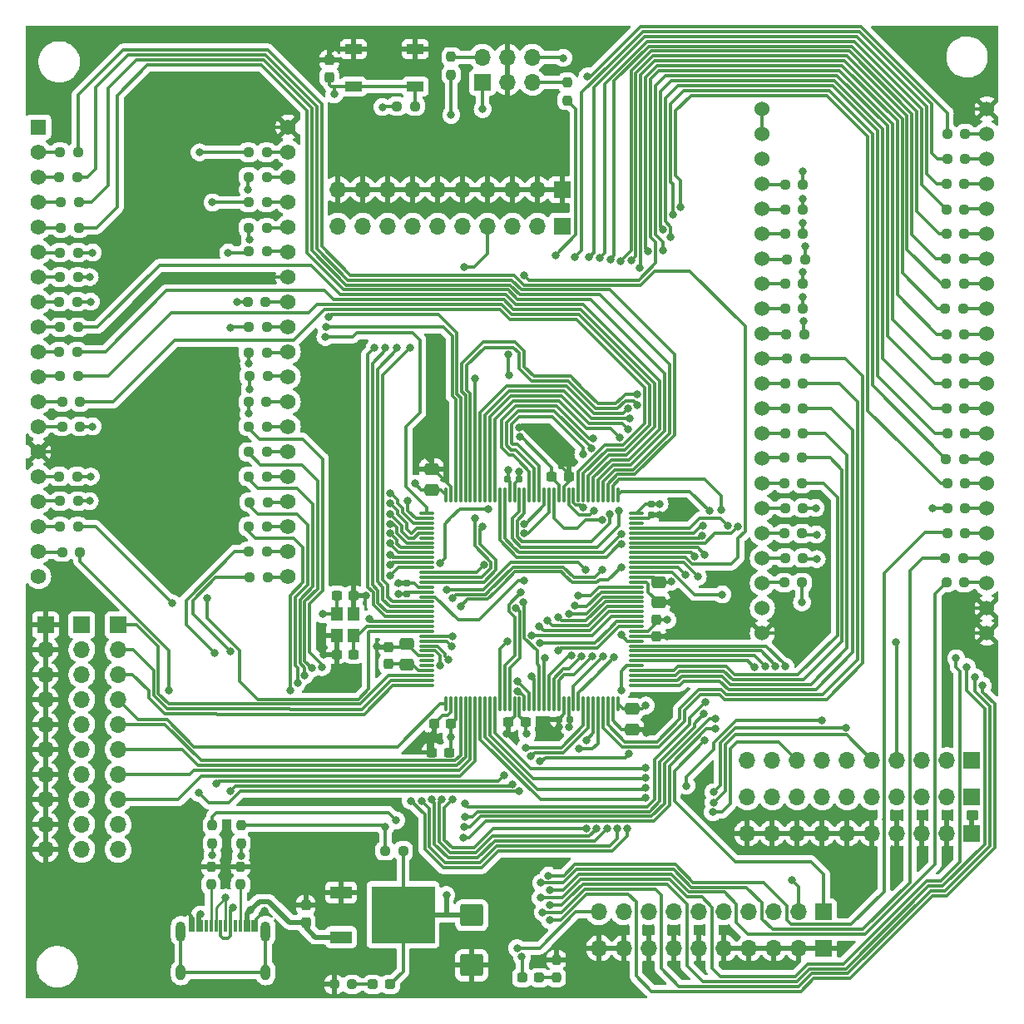
<source format=gtl>
G04 #@! TF.GenerationSoftware,KiCad,Pcbnew,(6.0.9)*
G04 #@! TF.CreationDate,2024-01-26T15:08:13+01:00*
G04 #@! TF.ProjectId,Univerzalni_testovaci_platforma_nejen_pro_IoT_v1,556e6976-6572-47a6-916c-6e695f746573,rev?*
G04 #@! TF.SameCoordinates,Original*
G04 #@! TF.FileFunction,Copper,L1,Top*
G04 #@! TF.FilePolarity,Positive*
%FSLAX46Y46*%
G04 Gerber Fmt 4.6, Leading zero omitted, Abs format (unit mm)*
G04 Created by KiCad (PCBNEW (6.0.9)) date 2024-01-26 15:08:13*
%MOMM*%
%LPD*%
G01*
G04 APERTURE LIST*
G04 Aperture macros list*
%AMRoundRect*
0 Rectangle with rounded corners*
0 $1 Rounding radius*
0 $2 $3 $4 $5 $6 $7 $8 $9 X,Y pos of 4 corners*
0 Add a 4 corners polygon primitive as box body*
4,1,4,$2,$3,$4,$5,$6,$7,$8,$9,$2,$3,0*
0 Add four circle primitives for the rounded corners*
1,1,$1+$1,$2,$3*
1,1,$1+$1,$4,$5*
1,1,$1+$1,$6,$7*
1,1,$1+$1,$8,$9*
0 Add four rect primitives between the rounded corners*
20,1,$1+$1,$2,$3,$4,$5,0*
20,1,$1+$1,$4,$5,$6,$7,0*
20,1,$1+$1,$6,$7,$8,$9,0*
20,1,$1+$1,$8,$9,$2,$3,0*%
G04 Aperture macros list end*
G04 #@! TA.AperFunction,SMDPad,CuDef*
%ADD10RoundRect,0.237500X-0.250000X-0.237500X0.250000X-0.237500X0.250000X0.237500X-0.250000X0.237500X0*%
G04 #@! TD*
G04 #@! TA.AperFunction,SMDPad,CuDef*
%ADD11RoundRect,0.237500X0.237500X-0.250000X0.237500X0.250000X-0.237500X0.250000X-0.237500X-0.250000X0*%
G04 #@! TD*
G04 #@! TA.AperFunction,ComponentPad*
%ADD12R,1.700000X1.700000*%
G04 #@! TD*
G04 #@! TA.AperFunction,ComponentPad*
%ADD13O,1.700000X1.700000*%
G04 #@! TD*
G04 #@! TA.AperFunction,SMDPad,CuDef*
%ADD14RoundRect,0.237500X0.250000X0.237500X-0.250000X0.237500X-0.250000X-0.237500X0.250000X-0.237500X0*%
G04 #@! TD*
G04 #@! TA.AperFunction,SMDPad,CuDef*
%ADD15RoundRect,0.237500X-0.237500X0.300000X-0.237500X-0.300000X0.237500X-0.300000X0.237500X0.300000X0*%
G04 #@! TD*
G04 #@! TA.AperFunction,SMDPad,CuDef*
%ADD16RoundRect,0.155000X0.155000X-0.212500X0.155000X0.212500X-0.155000X0.212500X-0.155000X-0.212500X0*%
G04 #@! TD*
G04 #@! TA.AperFunction,ComponentPad*
%ADD17C,1.524000*%
G04 #@! TD*
G04 #@! TA.AperFunction,SMDPad,CuDef*
%ADD18RoundRect,0.237500X0.237500X-0.300000X0.237500X0.300000X-0.237500X0.300000X-0.237500X-0.300000X0*%
G04 #@! TD*
G04 #@! TA.AperFunction,SMDPad,CuDef*
%ADD19RoundRect,0.155000X-0.155000X0.212500X-0.155000X-0.212500X0.155000X-0.212500X0.155000X0.212500X0*%
G04 #@! TD*
G04 #@! TA.AperFunction,ComponentPad*
%ADD20R,1.560000X1.560000*%
G04 #@! TD*
G04 #@! TA.AperFunction,ComponentPad*
%ADD21C,1.560000*%
G04 #@! TD*
G04 #@! TA.AperFunction,SMDPad,CuDef*
%ADD22R,0.300000X1.150000*%
G04 #@! TD*
G04 #@! TA.AperFunction,ComponentPad*
%ADD23O,1.000000X1.600000*%
G04 #@! TD*
G04 #@! TA.AperFunction,ComponentPad*
%ADD24O,1.000000X2.100000*%
G04 #@! TD*
G04 #@! TA.AperFunction,SMDPad,CuDef*
%ADD25RoundRect,0.075000X-0.662500X-0.075000X0.662500X-0.075000X0.662500X0.075000X-0.662500X0.075000X0*%
G04 #@! TD*
G04 #@! TA.AperFunction,SMDPad,CuDef*
%ADD26RoundRect,0.075000X-0.075000X-0.662500X0.075000X-0.662500X0.075000X0.662500X-0.075000X0.662500X0*%
G04 #@! TD*
G04 #@! TA.AperFunction,SMDPad,CuDef*
%ADD27RoundRect,0.237500X0.300000X0.237500X-0.300000X0.237500X-0.300000X-0.237500X0.300000X-0.237500X0*%
G04 #@! TD*
G04 #@! TA.AperFunction,SMDPad,CuDef*
%ADD28RoundRect,0.237500X-0.300000X-0.237500X0.300000X-0.237500X0.300000X0.237500X-0.300000X0.237500X0*%
G04 #@! TD*
G04 #@! TA.AperFunction,SMDPad,CuDef*
%ADD29R,1.700000X1.000000*%
G04 #@! TD*
G04 #@! TA.AperFunction,SMDPad,CuDef*
%ADD30RoundRect,0.250000X-0.475000X0.337500X-0.475000X-0.337500X0.475000X-0.337500X0.475000X0.337500X0*%
G04 #@! TD*
G04 #@! TA.AperFunction,SMDPad,CuDef*
%ADD31RoundRect,0.237500X-0.287500X-0.237500X0.287500X-0.237500X0.287500X0.237500X-0.287500X0.237500X0*%
G04 #@! TD*
G04 #@! TA.AperFunction,SMDPad,CuDef*
%ADD32RoundRect,0.155000X-0.212500X-0.155000X0.212500X-0.155000X0.212500X0.155000X-0.212500X0.155000X0*%
G04 #@! TD*
G04 #@! TA.AperFunction,SMDPad,CuDef*
%ADD33RoundRect,0.250000X0.475000X-0.337500X0.475000X0.337500X-0.475000X0.337500X-0.475000X-0.337500X0*%
G04 #@! TD*
G04 #@! TA.AperFunction,SMDPad,CuDef*
%ADD34RoundRect,0.237500X0.287500X0.237500X-0.287500X0.237500X-0.287500X-0.237500X0.287500X-0.237500X0*%
G04 #@! TD*
G04 #@! TA.AperFunction,SMDPad,CuDef*
%ADD35R,2.200000X1.200000*%
G04 #@! TD*
G04 #@! TA.AperFunction,SMDPad,CuDef*
%ADD36R,6.400000X5.800000*%
G04 #@! TD*
G04 #@! TA.AperFunction,SMDPad,CuDef*
%ADD37RoundRect,0.250000X-0.925000X0.875000X-0.925000X-0.875000X0.925000X-0.875000X0.925000X0.875000X0*%
G04 #@! TD*
G04 #@! TA.AperFunction,SMDPad,CuDef*
%ADD38RoundRect,0.155000X0.212500X0.155000X-0.212500X0.155000X-0.212500X-0.155000X0.212500X-0.155000X0*%
G04 #@! TD*
G04 #@! TA.AperFunction,SMDPad,CuDef*
%ADD39R,1.200000X1.400000*%
G04 #@! TD*
G04 #@! TA.AperFunction,ViaPad*
%ADD40C,0.800000*%
G04 #@! TD*
G04 #@! TA.AperFunction,Conductor*
%ADD41C,0.300000*%
G04 #@! TD*
G04 #@! TA.AperFunction,Conductor*
%ADD42C,0.500000*%
G04 #@! TD*
G04 #@! TA.AperFunction,Conductor*
%ADD43C,0.250000*%
G04 #@! TD*
G04 APERTURE END LIST*
D10*
G04 #@! TO.P,R5,1*
G04 #@! TO.N,Net-(R5-Pad1)*
X194187500Y-66600000D03*
G04 #@! TO.P,R5,2*
G04 #@! TO.N,/ESP S3 J3 pin4*
X196012500Y-66600000D03*
G04 #@! TD*
G04 #@! TO.P,R17,1*
G04 #@! TO.N,Net-(R17-Pad1)*
X194287500Y-97100000D03*
G04 #@! TO.P,R17,2*
G04 #@! TO.N,/ESP S3 J3 pin16*
X196112500Y-97100000D03*
G04 #@! TD*
D11*
G04 #@! TO.P,R76,1*
G04 #@! TO.N,Net-(J6-PadB5)*
X122350000Y-137927500D03*
G04 #@! TO.P,R76,2*
G04 #@! TO.N,GND*
X122350000Y-136102500D03*
G04 #@! TD*
D12*
G04 #@! TO.P,J11,1,Pin_1*
G04 #@! TO.N,+3V3*
X106200000Y-111500000D03*
D13*
G04 #@! TO.P,J11,2,Pin_2*
X106200000Y-114040000D03*
G04 #@! TO.P,J11,3,Pin_3*
X106200000Y-116580000D03*
G04 #@! TO.P,J11,4,Pin_4*
X106200000Y-119120000D03*
G04 #@! TO.P,J11,5,Pin_5*
X106200000Y-121660000D03*
G04 #@! TO.P,J11,6,Pin_6*
X106200000Y-124200000D03*
G04 #@! TO.P,J11,7,Pin_7*
X106200000Y-126740000D03*
G04 #@! TO.P,J11,8,Pin_8*
X106200000Y-129280000D03*
G04 #@! TO.P,J11,9,Pin_9*
X106200000Y-131820000D03*
G04 #@! TO.P,J11,10,Pin_10*
X106200000Y-134360000D03*
G04 #@! TD*
D14*
G04 #@! TO.P,R65,1*
G04 #@! TO.N,Net-(R65-Pad1)*
X179612500Y-89500000D03*
G04 #@! TO.P,R65,2*
G04 #@! TO.N,/ESP S3 J1 pin13*
X177787500Y-89500000D03*
G04 #@! TD*
G04 #@! TO.P,R28,1*
G04 #@! TO.N,/ESP DEV_KIT J3 pin16*
X125112500Y-99000000D03*
G04 #@! TO.P,R28,2*
G04 #@! TO.N,Net-(R28-Pad2)*
X123287500Y-99000000D03*
G04 #@! TD*
G04 #@! TO.P,R53,1*
G04 #@! TO.N,Net-(R53-Pad1)*
X105812500Y-98900000D03*
G04 #@! TO.P,R53,2*
G04 #@! TO.N,/ESP DEV_KIT J2 pin16*
X103987500Y-98900000D03*
G04 #@! TD*
G04 #@! TO.P,R41,1*
G04 #@! TO.N,Net-(R41-Pad1)*
X105712500Y-65900000D03*
G04 #@! TO.P,R41,2*
G04 #@! TO.N,/ESP DEV_KIT J2 pin3*
X103887500Y-65900000D03*
G04 #@! TD*
G04 #@! TO.P,R49,1*
G04 #@! TO.N,Net-(R49-Pad1)*
X105812500Y-86200000D03*
G04 #@! TO.P,R49,2*
G04 #@! TO.N,/ESP DEV_KIT J2 pin11*
X103987500Y-86200000D03*
G04 #@! TD*
D15*
G04 #@! TO.P,C7,1*
G04 #@! TO.N,+3V3*
X164700000Y-110937500D03*
G04 #@! TO.P,C7,2*
G04 #@! TO.N,GND*
X164700000Y-112662500D03*
G04 #@! TD*
D16*
G04 #@! TO.P,C1,1*
G04 #@! TO.N,+3V3*
X139300000Y-108367500D03*
G04 #@! TO.P,C1,2*
G04 #@! TO.N,GND*
X139300000Y-107232500D03*
G04 #@! TD*
D17*
G04 #@! TO.P,U4,1,3V3*
G04 #@! TO.N,unconnected-(U4-Pad1)*
X175470000Y-59000000D03*
G04 #@! TO.P,U4,2,3V3*
X175470000Y-61540000D03*
G04 #@! TO.P,U4,3,RST*
G04 #@! TO.N,unconnected-(U4-Pad3)*
X175470000Y-64080000D03*
G04 #@! TO.P,U4,4,GPIO4*
G04 #@! TO.N,/ESP S3 J1 pin4*
X175470000Y-66620000D03*
G04 #@! TO.P,U4,5,GPIO5*
G04 #@! TO.N,/ESP S3 J1 pin5*
X175470000Y-69160000D03*
G04 #@! TO.P,U4,6,GPIO6*
G04 #@! TO.N,/ESP S3 J1 pin6*
X175470000Y-71700000D03*
G04 #@! TO.P,U4,7,GPIO7*
G04 #@! TO.N,/ESP S3 J1 pin7*
X175470000Y-74240000D03*
G04 #@! TO.P,U4,8,GPIO15-RTS0*
G04 #@! TO.N,/ESP S3 J1 pin8*
X175470000Y-76780000D03*
G04 #@! TO.P,U4,9,GPIO16-CTS0*
G04 #@! TO.N,/ESP S3 J1 pin9*
X175470000Y-79320000D03*
G04 #@! TO.P,U4,10,GPIO17-TX1*
G04 #@! TO.N,/ESP S3 J1 pin10*
X175470000Y-81860000D03*
G04 #@! TO.P,U4,11,GPIO18-RX1*
G04 #@! TO.N,/ESP S3 J1 pin11*
X175470000Y-84400000D03*
G04 #@! TO.P,U4,12,GPIO8*
G04 #@! TO.N,/ESP S3 J1 pin12*
X175470000Y-86940000D03*
G04 #@! TO.P,U4,13,GPIO3!!!D*
G04 #@! TO.N,/ESP S3 J1 pin13*
X175470000Y-89480000D03*
G04 #@! TO.P,U4,14,GPIO46!!!D*
G04 #@! TO.N,/ESP S3 J1 pin14*
X175470000Y-92020000D03*
G04 #@! TO.P,U4,15,GPIO9*
G04 #@! TO.N,/ESP S3 J1 pin15*
X175470000Y-94560000D03*
G04 #@! TO.P,U4,16,GPIO10*
G04 #@! TO.N,/ESP S3 J1 pin16*
X175470000Y-97100000D03*
G04 #@! TO.P,U4,17,GPIO11*
G04 #@! TO.N,/ESP S3 J1 pin17*
X175470000Y-99640000D03*
G04 #@! TO.P,U4,18,GPIO12*
G04 #@! TO.N,/ESP S3 J1 pin18*
X175470000Y-102180000D03*
G04 #@! TO.P,U4,19,GPIO13*
G04 #@! TO.N,/ESP S3 J1 pin19*
X175470000Y-104720000D03*
G04 #@! TO.P,U4,20,GPIO14*
G04 #@! TO.N,/ESP S3 J1 pin20*
X175470000Y-107260000D03*
G04 #@! TO.P,U4,21,5V*
G04 #@! TO.N,unconnected-(U4-Pad21)*
X175470000Y-109800000D03*
G04 #@! TO.P,U4,22,GND*
G04 #@! TO.N,GND*
X175470000Y-112340000D03*
G04 #@! TO.P,U4,23,GND*
X198330000Y-59000000D03*
G04 #@! TO.P,U4,24,GPIO43-TX0*
G04 #@! TO.N,/ESP S3 J3 pin2*
X198330000Y-61540000D03*
G04 #@! TO.P,U4,25,GPIO44-RX0*
G04 #@! TO.N,/ESP S3 J3 pin3*
X198330000Y-64080000D03*
G04 #@! TO.P,U4,26,GPIO1*
G04 #@! TO.N,/ESP S3 J3 pin4*
X198330000Y-66620000D03*
G04 #@! TO.P,U4,27,GPIO2*
G04 #@! TO.N,/ESP S3 J3 pin5*
X198330000Y-69160000D03*
G04 #@! TO.P,U4,28,GPIO42*
G04 #@! TO.N,/ESP S3 J3 pin6*
X198330000Y-71700000D03*
G04 #@! TO.P,U4,29,GPIO41*
G04 #@! TO.N,/ESP S3 J3 pin7*
X198330000Y-74240000D03*
G04 #@! TO.P,U4,30,GPIO40*
G04 #@! TO.N,/ESP S3 J3 pin8*
X198330000Y-76780000D03*
G04 #@! TO.P,U4,31,GPIO39*
G04 #@! TO.N,/ESP S3 J3 pin9*
X198330000Y-79320000D03*
G04 #@! TO.P,U4,32,GPIO38*
G04 #@! TO.N,/ESP S3 J3 pin10*
X198330000Y-81860000D03*
G04 #@! TO.P,U4,33,GPIO37*
G04 #@! TO.N,/ESP S3 J3 pin11*
X198330000Y-84400000D03*
G04 #@! TO.P,U4,34,GPIO36*
G04 #@! TO.N,/ESP S3 J3 pin12*
X198330000Y-86940000D03*
G04 #@! TO.P,U4,35,GPIO35*
G04 #@! TO.N,/ESP S3 J3 pin13*
X198330000Y-89480000D03*
G04 #@! TO.P,U4,36,GPIO0!!!U*
G04 #@! TO.N,/ESP S3 J3 pin14*
X198330000Y-92020000D03*
G04 #@! TO.P,U4,37,GPIO45!!!D*
G04 #@! TO.N,/ESP S3 J3 pin15*
X198330000Y-94560000D03*
G04 #@! TO.P,U4,38,GPIO48*
G04 #@! TO.N,/ESP S3 J3 pin16*
X198330000Y-97100000D03*
G04 #@! TO.P,U4,39,GPIO47*
G04 #@! TO.N,/ESP S3 J3 pin17*
X198330000Y-99640000D03*
G04 #@! TO.P,U4,40,GPIO21*
G04 #@! TO.N,/ESP S3 J3 pin18*
X198330000Y-102180000D03*
G04 #@! TO.P,U4,41,GPIO20-D+*
G04 #@! TO.N,/ESP S3 J3 pin19*
X198330000Y-104720000D03*
G04 #@! TO.P,U4,42,GPIO19-D-*
G04 #@! TO.N,/ESP S3 J3 pin20*
X198330000Y-107260000D03*
G04 #@! TO.P,U4,43,GND*
G04 #@! TO.N,GND*
X198330000Y-109800000D03*
G04 #@! TO.P,U4,44,GND*
X198330000Y-112340000D03*
G04 #@! TD*
D14*
G04 #@! TO.P,R47,1*
G04 #@! TO.N,Net-(R47-Pad1)*
X105812500Y-81200000D03*
G04 #@! TO.P,R47,2*
G04 #@! TO.N,/ESP DEV_KIT J2 pin9*
X103987500Y-81200000D03*
G04 #@! TD*
D12*
G04 #@! TO.P,J3,1,Pin_1*
G04 #@! TO.N,GND*
X102500000Y-111500000D03*
D13*
G04 #@! TO.P,J3,2,Pin_2*
X102500000Y-114040000D03*
G04 #@! TO.P,J3,3,Pin_3*
X102500000Y-116580000D03*
G04 #@! TO.P,J3,4,Pin_4*
X102500000Y-119120000D03*
G04 #@! TO.P,J3,5,Pin_5*
X102500000Y-121660000D03*
G04 #@! TO.P,J3,6,Pin_6*
X102500000Y-124200000D03*
G04 #@! TO.P,J3,7,Pin_7*
X102500000Y-126740000D03*
G04 #@! TO.P,J3,8,Pin_8*
X102500000Y-129280000D03*
G04 #@! TO.P,J3,9,Pin_9*
X102500000Y-131820000D03*
G04 #@! TO.P,J3,10,Pin_10*
X102500000Y-134360000D03*
G04 #@! TD*
D18*
G04 #@! TO.P,C17,1*
G04 #@! TO.N,+5V*
X129000000Y-141762500D03*
G04 #@! TO.P,C17,2*
G04 #@! TO.N,GND*
X129000000Y-140037500D03*
G04 #@! TD*
D14*
G04 #@! TO.P,R60,1*
G04 #@! TO.N,Net-(R60-Pad1)*
X179612500Y-76800000D03*
G04 #@! TO.P,R60,2*
G04 #@! TO.N,/ESP S3 J1 pin8*
X177787500Y-76800000D03*
G04 #@! TD*
G04 #@! TO.P,R43,1*
G04 #@! TO.N,Net-(R43-Pad1)*
X105912500Y-71100000D03*
G04 #@! TO.P,R43,2*
G04 #@! TO.N,/ESP DEV_KIT J2 pin5*
X104087500Y-71100000D03*
G04 #@! TD*
D10*
G04 #@! TO.P,R7,1*
G04 #@! TO.N,Net-(R7-Pad1)*
X194187500Y-71700000D03*
G04 #@! TO.P,R7,2*
G04 #@! TO.N,/ESP S3 J3 pin6*
X196012500Y-71700000D03*
G04 #@! TD*
G04 #@! TO.P,R10,1*
G04 #@! TO.N,Net-(R10-Pad1)*
X194087500Y-79300000D03*
G04 #@! TO.P,R10,2*
G04 #@! TO.N,/ESP S3 J3 pin9*
X195912500Y-79300000D03*
G04 #@! TD*
D14*
G04 #@! TO.P,R66,1*
G04 #@! TO.N,Net-(R66-Pad1)*
X179612500Y-92000000D03*
G04 #@! TO.P,R66,2*
G04 #@! TO.N,/ESP S3 J1 pin14*
X177787500Y-92000000D03*
G04 #@! TD*
D10*
G04 #@! TO.P,R14,1*
G04 #@! TO.N,Net-(R14-Pad1)*
X194187500Y-89500000D03*
G04 #@! TO.P,R14,2*
G04 #@! TO.N,/ESP S3 J3 pin13*
X196012500Y-89500000D03*
G04 #@! TD*
D12*
G04 #@! TO.P,J8,1,Pin_1*
G04 #@! TO.N,GND*
X181725000Y-144400000D03*
D13*
G04 #@! TO.P,J8,2,Pin_2*
X179185000Y-144400000D03*
G04 #@! TO.P,J8,3,Pin_3*
X176645000Y-144400000D03*
G04 #@! TO.P,J8,4,Pin_4*
X174105000Y-144400000D03*
G04 #@! TO.P,J8,5,Pin_5*
X171565000Y-144400000D03*
G04 #@! TO.P,J8,6,Pin_6*
X169025000Y-144400000D03*
G04 #@! TO.P,J8,7,Pin_7*
X166485000Y-144400000D03*
G04 #@! TO.P,J8,8,Pin_8*
X163945000Y-144400000D03*
G04 #@! TO.P,J8,9,Pin_9*
X161405000Y-144400000D03*
G04 #@! TO.P,J8,10,Pin_10*
X158865000Y-144400000D03*
G04 #@! TD*
D14*
G04 #@! TO.P,R63,1*
G04 #@! TO.N,Net-(R63-Pad1)*
X179812500Y-84400000D03*
G04 #@! TO.P,R63,2*
G04 #@! TO.N,/ESP S3 J1 pin11*
X177987500Y-84400000D03*
G04 #@! TD*
D10*
G04 #@! TO.P,R16,1*
G04 #@! TO.N,Net-(R16-Pad1)*
X194175000Y-94600000D03*
G04 #@! TO.P,R16,2*
G04 #@! TO.N,/ESP S3 J3 pin15*
X196000000Y-94600000D03*
G04 #@! TD*
D19*
G04 #@! TO.P,C3,1*
G04 #@! TO.N,+3V3*
X164200000Y-99200000D03*
G04 #@! TO.P,C3,2*
G04 #@! TO.N,GND*
X164200000Y-100335000D03*
G04 #@! TD*
D14*
G04 #@! TO.P,R48,1*
G04 #@! TO.N,Net-(R48-Pad1)*
X105712500Y-83700000D03*
G04 #@! TO.P,R48,2*
G04 #@! TO.N,/ESP DEV_KIT J2 pin10*
X103887500Y-83700000D03*
G04 #@! TD*
G04 #@! TO.P,R29,1*
G04 #@! TO.N,/ESP DEV_KIT J3 pin17*
X125012500Y-101500000D03*
G04 #@! TO.P,R29,2*
G04 #@! TO.N,Net-(R29-Pad2)*
X123187500Y-101500000D03*
G04 #@! TD*
D20*
G04 #@! TO.P,U3,J2-1,3V3*
G04 #@! TO.N,unconnected-(U3-PadJ2-1)*
X101800000Y-60840000D03*
D21*
G04 #@! TO.P,U3,J2-2,EN*
G04 #@! TO.N,/ESP DEV_KIT J2 pin2*
X101800000Y-63380000D03*
G04 #@! TO.P,U3,J2-3,SENSOR_VP*
G04 #@! TO.N,/ESP DEV_KIT J2 pin3*
X101800000Y-65920000D03*
G04 #@! TO.P,U3,J2-4,SENSOR_VN*
G04 #@! TO.N,/ESP DEV_KIT J2 pin4*
X101800000Y-68460000D03*
G04 #@! TO.P,U3,J2-5,IO34*
G04 #@! TO.N,/ESP DEV_KIT J2 pin5*
X101800000Y-71000000D03*
G04 #@! TO.P,U3,J2-6,IO35*
G04 #@! TO.N,/ESP DEV_KIT J2 pin6*
X101800000Y-73540000D03*
G04 #@! TO.P,U3,J2-7,IO32*
G04 #@! TO.N,/ESP DEV_KIT J2 pin7*
X101800000Y-76080000D03*
G04 #@! TO.P,U3,J2-8,IO33*
G04 #@! TO.N,/ESP DEV_KIT J2 pin8*
X101800000Y-78620000D03*
G04 #@! TO.P,U3,J2-9,IO25*
G04 #@! TO.N,/ESP DEV_KIT J2 pin9*
X101800000Y-81160000D03*
G04 #@! TO.P,U3,J2-10,IO26*
G04 #@! TO.N,/ESP DEV_KIT J2 pin10*
X101800000Y-83700000D03*
G04 #@! TO.P,U3,J2-11,IO27*
G04 #@! TO.N,/ESP DEV_KIT J2 pin11*
X101800000Y-86240000D03*
G04 #@! TO.P,U3,J2-12,IO14*
G04 #@! TO.N,/ESP DEV_KIT J2 pin12*
X101800000Y-88780000D03*
G04 #@! TO.P,U3,J2-13,IO12*
G04 #@! TO.N,/ESP DEV_KIT J2 pin13*
X101800000Y-91320000D03*
G04 #@! TO.P,U3,J2-14,GND1*
G04 #@! TO.N,GND*
X101800000Y-93860000D03*
G04 #@! TO.P,U3,J2-15,IO13*
G04 #@! TO.N,/ESP DEV_KIT J2 pin15*
X101800000Y-96400000D03*
G04 #@! TO.P,U3,J2-16,SD2*
G04 #@! TO.N,/ESP DEV_KIT J2 pin16*
X101800000Y-98940000D03*
G04 #@! TO.P,U3,J2-17,SD3*
G04 #@! TO.N,/ESP DEV_KIT J2 pin17*
X101800000Y-101480000D03*
G04 #@! TO.P,U3,J2-18,CMD*
G04 #@! TO.N,/ESP DEV_KIT J2 pin18*
X101800000Y-104020000D03*
G04 #@! TO.P,U3,J2-19,EXT_5V*
G04 #@! TO.N,unconnected-(U3-PadJ2-19)*
X101800000Y-106560000D03*
G04 #@! TO.P,U3,J3-1,GND3*
G04 #@! TO.N,GND*
X127200000Y-60840000D03*
G04 #@! TO.P,U3,J3-2,IO23*
G04 #@! TO.N,/ESP DEV_KIT J3 pin2*
X127200000Y-63380000D03*
G04 #@! TO.P,U3,J3-3,IO22*
G04 #@! TO.N,/ESP DEV_KIT J3 pin3*
X127200000Y-65920000D03*
G04 #@! TO.P,U3,J3-4,TXD0*
G04 #@! TO.N,/ESP DEV_KIT J3 pin4*
X127200000Y-68460000D03*
G04 #@! TO.P,U3,J3-5,RXD0*
G04 #@! TO.N,/ESP DEV_KIT J3 pin5*
X127200000Y-71000000D03*
G04 #@! TO.P,U3,J3-6,IO21*
G04 #@! TO.N,/ESP DEV_KIT J3 pin6*
X127200000Y-73540000D03*
G04 #@! TO.P,U3,J3-7,GND2*
G04 #@! TO.N,GND*
X127200000Y-76080000D03*
G04 #@! TO.P,U3,J3-8,IO19*
G04 #@! TO.N,/ESP DEV_KIT J3 pin8*
X127200000Y-78620000D03*
G04 #@! TO.P,U3,J3-9,IO18*
G04 #@! TO.N,/ESP DEV_KIT J3 pin9*
X127200000Y-81160000D03*
G04 #@! TO.P,U3,J3-10,IO5*
G04 #@! TO.N,/ESP DEV_KIT J3 pin10*
X127200000Y-83700000D03*
G04 #@! TO.P,U3,J3-11,IO17*
G04 #@! TO.N,/ESP DEV_KIT J3 pin11*
X127200000Y-86240000D03*
G04 #@! TO.P,U3,J3-12,IO16*
G04 #@! TO.N,/ESP DEV_KIT J3 pin12*
X127200000Y-88780000D03*
G04 #@! TO.P,U3,J3-13,IO4*
G04 #@! TO.N,/ESP DEV_KIT J3 pin13*
X127200000Y-91320000D03*
G04 #@! TO.P,U3,J3-14,IO0*
G04 #@! TO.N,/ESP DEV_KIT J3 pin14*
X127200000Y-93860000D03*
G04 #@! TO.P,U3,J3-15,IO2*
G04 #@! TO.N,/ESP DEV_KIT J3 pin15*
X127200000Y-96400000D03*
G04 #@! TO.P,U3,J3-16,IO15*
G04 #@! TO.N,/ESP DEV_KIT J3 pin16*
X127200000Y-98940000D03*
G04 #@! TO.P,U3,J3-17,SD1*
G04 #@! TO.N,/ESP DEV_KIT J3 pin17*
X127200000Y-101480000D03*
G04 #@! TO.P,U3,J3-18,SD0*
G04 #@! TO.N,/ESP DEV_KIT J3 pin18*
X127200000Y-104020000D03*
G04 #@! TO.P,U3,J3-19,CLK*
G04 #@! TO.N,/ESP DEV_KIT J3 pin19*
X127200000Y-106560000D03*
G04 #@! TD*
D14*
G04 #@! TO.P,R23,1*
G04 #@! TO.N,/ESP DEV_KIT J3 pin3*
X125012500Y-65900000D03*
G04 #@! TO.P,R23,2*
G04 #@! TO.N,Net-(R23-Pad2)*
X123187500Y-65900000D03*
G04 #@! TD*
D22*
G04 #@! TO.P,J6,A1,GND*
G04 #@! TO.N,GND*
X117250000Y-142130000D03*
G04 #@! TO.P,J6,A4,VBUS*
G04 #@! TO.N,+5V*
X118050000Y-142130000D03*
G04 #@! TO.P,J6,A5,CC1*
G04 #@! TO.N,Net-(J6-PadA5)*
X119350000Y-142130000D03*
G04 #@! TO.P,J6,A6,D+*
G04 #@! TO.N,Net-(J6-PadA6)*
X120350000Y-142130000D03*
G04 #@! TO.P,J6,A7,D-*
G04 #@! TO.N,Net-(J6-PadA7)*
X120850000Y-142130000D03*
G04 #@! TO.P,J6,A8,SBU1*
G04 #@! TO.N,unconnected-(J6-PadA8)*
X121850000Y-142130000D03*
G04 #@! TO.P,J6,A9,VBUS*
G04 #@! TO.N,+5V*
X123150000Y-142130000D03*
G04 #@! TO.P,J6,A12,GND*
G04 #@! TO.N,GND*
X123950000Y-142130000D03*
G04 #@! TO.P,J6,B1,GND*
X123650000Y-142130000D03*
G04 #@! TO.P,J6,B4,VBUS*
G04 #@! TO.N,+5V*
X122850000Y-142130000D03*
G04 #@! TO.P,J6,B5,CC2*
G04 #@! TO.N,Net-(J6-PadB5)*
X122350000Y-142130000D03*
G04 #@! TO.P,J6,B6,D+*
G04 #@! TO.N,Net-(J6-PadA6)*
X121350000Y-142130000D03*
G04 #@! TO.P,J6,B7,D-*
G04 #@! TO.N,Net-(J6-PadA7)*
X119850000Y-142130000D03*
G04 #@! TO.P,J6,B8,SBU2*
G04 #@! TO.N,unconnected-(J6-PadB8)*
X118850000Y-142130000D03*
G04 #@! TO.P,J6,B9,VBUS*
G04 #@! TO.N,+5V*
X118350000Y-142130000D03*
G04 #@! TO.P,J6,B12,GND*
G04 #@! TO.N,GND*
X117550000Y-142130000D03*
D23*
G04 #@! TO.P,J6,S1,SHIELD*
G04 #@! TO.N,unconnected-(J6-PadS1)*
X116280000Y-146875000D03*
D24*
X124920000Y-142695000D03*
D23*
X124920000Y-146875000D03*
D24*
X116280000Y-142695000D03*
G04 #@! TD*
D10*
G04 #@! TO.P,R9,1*
G04 #@! TO.N,Net-(R9-Pad1)*
X194175000Y-76800000D03*
G04 #@! TO.P,R9,2*
G04 #@! TO.N,/ESP S3 J3 pin8*
X196000000Y-76800000D03*
G04 #@! TD*
D14*
G04 #@! TO.P,R24,1*
G04 #@! TO.N,/ESP DEV_KIT J3 pin4*
X125012500Y-68500000D03*
G04 #@! TO.P,R24,2*
G04 #@! TO.N,Net-(R24-Pad2)*
X123187500Y-68500000D03*
G04 #@! TD*
D25*
G04 #@! TO.P,U1,1,PE2*
G04 #@! TO.N,Net-(R32-Pad2)*
X141337500Y-100150000D03*
G04 #@! TO.P,U1,2,PE3*
G04 #@! TO.N,Net-(R33-Pad2)*
X141337500Y-100650000D03*
G04 #@! TO.P,U1,3,PE4*
G04 #@! TO.N,Net-(R34-Pad2)*
X141337500Y-101150000D03*
G04 #@! TO.P,U1,4,PE5*
G04 #@! TO.N,Net-(R35-Pad2)*
X141337500Y-101650000D03*
G04 #@! TO.P,U1,5,PE6*
G04 #@! TO.N,Net-(R36-Pad2)*
X141337500Y-102150000D03*
G04 #@! TO.P,U1,6,VBAT*
G04 #@! TO.N,unconnected-(U1-Pad6)*
X141337500Y-102650000D03*
G04 #@! TO.P,U1,7,PC13*
G04 #@! TO.N,Net-(R44-Pad1)*
X141337500Y-103150000D03*
G04 #@! TO.P,U1,8,PC14*
G04 #@! TO.N,Net-(R45-Pad1)*
X141337500Y-103650000D03*
G04 #@! TO.P,U1,9,PC15*
G04 #@! TO.N,Net-(R46-Pad1)*
X141337500Y-104150000D03*
G04 #@! TO.P,U1,10,PF0*
G04 #@! TO.N,Net-(R19-Pad1)*
X141337500Y-104650000D03*
G04 #@! TO.P,U1,11,PF1*
G04 #@! TO.N,Net-(R20-Pad1)*
X141337500Y-105150000D03*
G04 #@! TO.P,U1,12,PF2*
G04 #@! TO.N,Net-(R21-Pad1)*
X141337500Y-105650000D03*
G04 #@! TO.P,U1,13,PF3*
G04 #@! TO.N,PF3*
X141337500Y-106150000D03*
G04 #@! TO.P,U1,14,PF4*
G04 #@! TO.N,PF4*
X141337500Y-106650000D03*
G04 #@! TO.P,U1,15,PF5*
G04 #@! TO.N,PF5*
X141337500Y-107150000D03*
G04 #@! TO.P,U1,16,VSS*
G04 #@! TO.N,GND*
X141337500Y-107650000D03*
G04 #@! TO.P,U1,17,VDD*
G04 #@! TO.N,+3V3*
X141337500Y-108150000D03*
G04 #@! TO.P,U1,18,PF6*
G04 #@! TO.N,PF6*
X141337500Y-108650000D03*
G04 #@! TO.P,U1,19,PF7*
G04 #@! TO.N,PF7*
X141337500Y-109150000D03*
G04 #@! TO.P,U1,20,PF8*
G04 #@! TO.N,PF8*
X141337500Y-109650000D03*
G04 #@! TO.P,U1,21,PF9*
G04 #@! TO.N,PF9*
X141337500Y-110150000D03*
G04 #@! TO.P,U1,22,PF10*
G04 #@! TO.N,PF10*
X141337500Y-110650000D03*
G04 #@! TO.P,U1,23,RCC_OSC_IN*
G04 #@! TO.N,OSC_IN*
X141337500Y-111150000D03*
G04 #@! TO.P,U1,24,RCC_OSC_OUT*
G04 #@! TO.N,OSC_OUT*
X141337500Y-111650000D03*
G04 #@! TO.P,U1,25,NRST*
G04 #@! TO.N,Net-(C15-Pad1)*
X141337500Y-112150000D03*
G04 #@! TO.P,U1,26,PC0*
G04 #@! TO.N,Net-(R69-Pad1)*
X141337500Y-112650000D03*
G04 #@! TO.P,U1,27,PC1*
G04 #@! TO.N,Net-(R70-Pad1)*
X141337500Y-113150000D03*
G04 #@! TO.P,U1,28,PC2*
G04 #@! TO.N,Net-(R71-Pad1)*
X141337500Y-113650000D03*
G04 #@! TO.P,U1,29,PC3*
G04 #@! TO.N,Net-(R72-Pad1)*
X141337500Y-114150000D03*
G04 #@! TO.P,U1,30,VSSA*
G04 #@! TO.N,GND*
X141337500Y-114650000D03*
G04 #@! TO.P,U1,31,VREF-*
G04 #@! TO.N,unconnected-(U1-Pad31)*
X141337500Y-115150000D03*
G04 #@! TO.P,U1,32,VREF+*
G04 #@! TO.N,unconnected-(U1-Pad32)*
X141337500Y-115650000D03*
G04 #@! TO.P,U1,33,VDDA*
G04 #@! TO.N,+3.3VA*
X141337500Y-116150000D03*
G04 #@! TO.P,U1,34,PA0*
G04 #@! TO.N,Net-(U1-Pad34)*
X141337500Y-116650000D03*
G04 #@! TO.P,U1,35,PA1*
G04 #@! TO.N,Net-(U1-Pad35)*
X141337500Y-117150000D03*
G04 #@! TO.P,U1,36,PA2*
G04 #@! TO.N,Net-(U1-Pad36)*
X141337500Y-117650000D03*
D26*
G04 #@! TO.P,U1,37,PA3*
G04 #@! TO.N,Net-(U1-Pad37)*
X143250000Y-119562500D03*
G04 #@! TO.P,U1,38,VSS*
G04 #@! TO.N,GND*
X143750000Y-119562500D03*
G04 #@! TO.P,U1,39,VDD*
G04 #@! TO.N,+3V3*
X144250000Y-119562500D03*
G04 #@! TO.P,U1,40,PA4*
G04 #@! TO.N,Net-(U1-Pad40)*
X144750000Y-119562500D03*
G04 #@! TO.P,U1,41,PA5*
G04 #@! TO.N,Net-(U1-Pad41)*
X145250000Y-119562500D03*
G04 #@! TO.P,U1,42,PA6*
G04 #@! TO.N,Net-(U1-Pad42)*
X145750000Y-119562500D03*
G04 #@! TO.P,U1,43,PA7*
G04 #@! TO.N,Net-(U1-Pad43)*
X146250000Y-119562500D03*
G04 #@! TO.P,U1,44,PC4*
G04 #@! TO.N,PC4*
X146750000Y-119562500D03*
G04 #@! TO.P,U1,45,PC5*
G04 #@! TO.N,PC5*
X147250000Y-119562500D03*
G04 #@! TO.P,U1,46,PB0*
G04 #@! TO.N,PB0*
X147750000Y-119562500D03*
G04 #@! TO.P,U1,47,PB1*
G04 #@! TO.N,PB1*
X148250000Y-119562500D03*
G04 #@! TO.P,U1,48,PB2*
G04 #@! TO.N,BOOT1*
X148750000Y-119562500D03*
G04 #@! TO.P,U1,49,PF11*
G04 #@! TO.N,PF11*
X149250000Y-119562500D03*
G04 #@! TO.P,U1,50,PF12*
G04 #@! TO.N,PF12*
X149750000Y-119562500D03*
G04 #@! TO.P,U1,51,VSS*
G04 #@! TO.N,GND*
X150250000Y-119562500D03*
G04 #@! TO.P,U1,52,VDD*
G04 #@! TO.N,+3V3*
X150750000Y-119562500D03*
G04 #@! TO.P,U1,53,PF13*
G04 #@! TO.N,Net-(R22-Pad2)*
X151250000Y-119562500D03*
G04 #@! TO.P,U1,54,PF14*
G04 #@! TO.N,Net-(R23-Pad2)*
X151750000Y-119562500D03*
G04 #@! TO.P,U1,55,PF15*
G04 #@! TO.N,Net-(R24-Pad2)*
X152250000Y-119562500D03*
G04 #@! TO.P,U1,56,PG0*
G04 #@! TO.N,Net-(R3-Pad1)*
X152750000Y-119562500D03*
G04 #@! TO.P,U1,57,PG1*
G04 #@! TO.N,Net-(R4-Pad1)*
X153250000Y-119562500D03*
G04 #@! TO.P,U1,58,PE7*
G04 #@! TO.N,Net-(R37-Pad2)*
X153750000Y-119562500D03*
G04 #@! TO.P,U1,59,PE8*
G04 #@! TO.N,Net-(R38-Pad2)*
X154250000Y-119562500D03*
G04 #@! TO.P,U1,60,PE9*
G04 #@! TO.N,Net-(R27-Pad2)*
X154750000Y-119562500D03*
G04 #@! TO.P,U1,61,VSS*
G04 #@! TO.N,GND*
X155250000Y-119562500D03*
G04 #@! TO.P,U1,62,VDD*
G04 #@! TO.N,+3V3*
X155750000Y-119562500D03*
G04 #@! TO.P,U1,63,PE10*
G04 #@! TO.N,Net-(R28-Pad2)*
X156250000Y-119562500D03*
G04 #@! TO.P,U1,64,PE11*
G04 #@! TO.N,Net-(R29-Pad2)*
X156750000Y-119562500D03*
G04 #@! TO.P,U1,65,PE12*
G04 #@! TO.N,Net-(R30-Pad2)*
X157250000Y-119562500D03*
G04 #@! TO.P,U1,66,PE13*
G04 #@! TO.N,Net-(R31-Pad2)*
X157750000Y-119562500D03*
G04 #@! TO.P,U1,67,PE14*
G04 #@! TO.N,PE14*
X158250000Y-119562500D03*
G04 #@! TO.P,U1,68,PE15*
G04 #@! TO.N,PE15*
X158750000Y-119562500D03*
G04 #@! TO.P,U1,69,PB10*
G04 #@! TO.N,Net-(R63-Pad1)*
X159250000Y-119562500D03*
G04 #@! TO.P,U1,70,PB11*
G04 #@! TO.N,Net-(R64-Pad1)*
X159750000Y-119562500D03*
G04 #@! TO.P,U1,71,VSS*
G04 #@! TO.N,GND*
X160250000Y-119562500D03*
G04 #@! TO.P,U1,72,VDD*
G04 #@! TO.N,+3V3*
X160750000Y-119562500D03*
D25*
G04 #@! TO.P,U1,73,PB12*
G04 #@! TO.N,Net-(R65-Pad1)*
X162662500Y-117650000D03*
G04 #@! TO.P,U1,74,PB13*
G04 #@! TO.N,Net-(R66-Pad1)*
X162662500Y-117150000D03*
G04 #@! TO.P,U1,75,PB14*
G04 #@! TO.N,Net-(R67-Pad1)*
X162662500Y-116650000D03*
G04 #@! TO.P,U1,76,PB15*
G04 #@! TO.N,Net-(R68-Pad1)*
X162662500Y-116150000D03*
G04 #@! TO.P,U1,77,PD8*
G04 #@! TO.N,Net-(R55-Pad1)*
X162662500Y-115650000D03*
G04 #@! TO.P,U1,78,PD9*
G04 #@! TO.N,PD9*
X162662500Y-115150000D03*
G04 #@! TO.P,U1,79,PD10*
G04 #@! TO.N,PD10*
X162662500Y-114650000D03*
G04 #@! TO.P,U1,80,PD11*
G04 #@! TO.N,PD11*
X162662500Y-114150000D03*
G04 #@! TO.P,U1,81,PD12*
G04 #@! TO.N,PD12*
X162662500Y-113650000D03*
G04 #@! TO.P,U1,82,PD13*
G04 #@! TO.N,PD13*
X162662500Y-113150000D03*
G04 #@! TO.P,U1,83,VSS*
G04 #@! TO.N,GND*
X162662500Y-112650000D03*
G04 #@! TO.P,U1,84,VDD*
G04 #@! TO.N,+3V3*
X162662500Y-112150000D03*
G04 #@! TO.P,U1,85,PD14*
G04 #@! TO.N,PD14*
X162662500Y-111650000D03*
G04 #@! TO.P,U1,86,PD15*
G04 #@! TO.N,Net-(D1-Pad2)*
X162662500Y-111150000D03*
G04 #@! TO.P,U1,87,PG2*
G04 #@! TO.N,Net-(R5-Pad1)*
X162662500Y-110650000D03*
G04 #@! TO.P,U1,88,PG3*
G04 #@! TO.N,Net-(R6-Pad1)*
X162662500Y-110150000D03*
G04 #@! TO.P,U1,89,PG4*
G04 #@! TO.N,Net-(R7-Pad1)*
X162662500Y-109650000D03*
G04 #@! TO.P,U1,90,PG5*
G04 #@! TO.N,Net-(R8-Pad1)*
X162662500Y-109150000D03*
G04 #@! TO.P,U1,91,PG6*
G04 #@! TO.N,Net-(R9-Pad1)*
X162662500Y-108650000D03*
G04 #@! TO.P,U1,92,PG7*
G04 #@! TO.N,Net-(R10-Pad1)*
X162662500Y-108150000D03*
G04 #@! TO.P,U1,93,PG8*
G04 #@! TO.N,Net-(R11-Pad1)*
X162662500Y-107650000D03*
G04 #@! TO.P,U1,94,VSS*
G04 #@! TO.N,GND*
X162662500Y-107150000D03*
G04 #@! TO.P,U1,95,VDD*
G04 #@! TO.N,+3V3*
X162662500Y-106650000D03*
G04 #@! TO.P,U1,96,PC6*
G04 #@! TO.N,PC6*
X162662500Y-106150000D03*
G04 #@! TO.P,U1,97,PC7*
G04 #@! TO.N,PC7*
X162662500Y-105650000D03*
G04 #@! TO.P,U1,98,PC8*
G04 #@! TO.N,PC8*
X162662500Y-105150000D03*
G04 #@! TO.P,U1,99,PC9*
G04 #@! TO.N,Net-(R40-Pad1)*
X162662500Y-104650000D03*
G04 #@! TO.P,U1,100,PA8*
G04 #@! TO.N,Net-(U1-Pad100)*
X162662500Y-104150000D03*
G04 #@! TO.P,U1,101,PA9*
G04 #@! TO.N,Net-(U1-Pad101)*
X162662500Y-103650000D03*
G04 #@! TO.P,U1,102,PA10*
G04 #@! TO.N,PA10*
X162662500Y-103150000D03*
G04 #@! TO.P,U1,103,PA11*
G04 #@! TO.N,USB_D-*
X162662500Y-102650000D03*
G04 #@! TO.P,U1,104,PA12*
G04 #@! TO.N,USB_D+*
X162662500Y-102150000D03*
G04 #@! TO.P,U1,105,PA13*
G04 #@! TO.N,PA13*
X162662500Y-101650000D03*
G04 #@! TO.P,U1,106,NC*
G04 #@! TO.N,unconnected-(U1-Pad106)*
X162662500Y-101150000D03*
G04 #@! TO.P,U1,107,VSS*
G04 #@! TO.N,GND*
X162662500Y-100650000D03*
G04 #@! TO.P,U1,108,VDD*
G04 #@! TO.N,+3V3*
X162662500Y-100150000D03*
D26*
G04 #@! TO.P,U1,109,PA14*
G04 #@! TO.N,PA14*
X160750000Y-98237500D03*
G04 #@! TO.P,U1,110,PA15*
G04 #@! TO.N,PA15*
X160250000Y-98237500D03*
G04 #@! TO.P,U1,111,PC10*
G04 #@! TO.N,Net-(R41-Pad1)*
X159750000Y-98237500D03*
G04 #@! TO.P,U1,112,PC11*
G04 #@! TO.N,Net-(R42-Pad1)*
X159250000Y-98237500D03*
G04 #@! TO.P,U1,113,PC12*
G04 #@! TO.N,Net-(R43-Pad1)*
X158750000Y-98237500D03*
G04 #@! TO.P,U1,114,PD0*
G04 #@! TO.N,Net-(R47-Pad1)*
X158250000Y-98237500D03*
G04 #@! TO.P,U1,115,PD1*
G04 #@! TO.N,Net-(R48-Pad1)*
X157750000Y-98237500D03*
G04 #@! TO.P,U1,116,PD2*
G04 #@! TO.N,Net-(R49-Pad1)*
X157250000Y-98237500D03*
G04 #@! TO.P,U1,117,PD3*
G04 #@! TO.N,Net-(R50-Pad1)*
X156750000Y-98237500D03*
G04 #@! TO.P,U1,118,PD4*
G04 #@! TO.N,Net-(R51-Pad1)*
X156250000Y-98237500D03*
G04 #@! TO.P,U1,119,PD5*
G04 #@! TO.N,Net-(R52-Pad1)*
X155750000Y-98237500D03*
G04 #@! TO.P,U1,120,VSS*
G04 #@! TO.N,GND*
X155250000Y-98237500D03*
G04 #@! TO.P,U1,121,VDD*
G04 #@! TO.N,+3V3*
X154750000Y-98237500D03*
G04 #@! TO.P,U1,122,PD6*
G04 #@! TO.N,Net-(R53-Pad1)*
X154250000Y-98237500D03*
G04 #@! TO.P,U1,123,PD7*
G04 #@! TO.N,Net-(R54-Pad1)*
X153750000Y-98237500D03*
G04 #@! TO.P,U1,124,PG9*
G04 #@! TO.N,Net-(R12-Pad1)*
X153250000Y-98237500D03*
G04 #@! TO.P,U1,125,PG10*
G04 #@! TO.N,Net-(R13-Pad1)*
X152750000Y-98237500D03*
G04 #@! TO.P,U1,126,PG11*
G04 #@! TO.N,Net-(R14-Pad1)*
X152250000Y-98237500D03*
G04 #@! TO.P,U1,127,PG12*
G04 #@! TO.N,Net-(R15-Pad1)*
X151750000Y-98237500D03*
G04 #@! TO.P,U1,128,PG13*
G04 #@! TO.N,Net-(R16-Pad1)*
X151250000Y-98237500D03*
G04 #@! TO.P,U1,129,PG14*
G04 #@! TO.N,Net-(R17-Pad1)*
X150750000Y-98237500D03*
G04 #@! TO.P,U1,130,VSS*
G04 #@! TO.N,GND*
X150250000Y-98237500D03*
G04 #@! TO.P,U1,131,VDD*
G04 #@! TO.N,+3V3*
X149750000Y-98237500D03*
G04 #@! TO.P,U1,132,PG15*
G04 #@! TO.N,Net-(R18-Pad1)*
X149250000Y-98237500D03*
G04 #@! TO.P,U1,133,PB3*
G04 #@! TO.N,Net-(R56-Pad1)*
X148750000Y-98237500D03*
G04 #@! TO.P,U1,134,PB4*
G04 #@! TO.N,Net-(R57-Pad1)*
X148250000Y-98237500D03*
G04 #@! TO.P,U1,135,PB5*
G04 #@! TO.N,Net-(R58-Pad1)*
X147750000Y-98237500D03*
G04 #@! TO.P,U1,136,PB6*
G04 #@! TO.N,Net-(R59-Pad1)*
X147250000Y-98237500D03*
G04 #@! TO.P,U1,137,PB7*
G04 #@! TO.N,Net-(R60-Pad1)*
X146750000Y-98237500D03*
G04 #@! TO.P,U1,138,BOOT0*
G04 #@! TO.N,/BOOT0*
X146250000Y-98237500D03*
G04 #@! TO.P,U1,139,PB8*
G04 #@! TO.N,Net-(R61-Pad1)*
X145750000Y-98237500D03*
G04 #@! TO.P,U1,140,PB9*
G04 #@! TO.N,Net-(R62-Pad1)*
X145250000Y-98237500D03*
G04 #@! TO.P,U1,141,PE0*
G04 #@! TO.N,Net-(R25-Pad2)*
X144750000Y-98237500D03*
G04 #@! TO.P,U1,142,PE1*
G04 #@! TO.N,Net-(R26-Pad2)*
X144250000Y-98237500D03*
G04 #@! TO.P,U1,143,VSS*
G04 #@! TO.N,GND*
X143750000Y-98237500D03*
G04 #@! TO.P,U1,144,VDD*
G04 #@! TO.N,+3V3*
X143250000Y-98237500D03*
G04 #@! TD*
D14*
G04 #@! TO.P,R70,1*
G04 #@! TO.N,Net-(R70-Pad1)*
X179512500Y-102200000D03*
G04 #@! TO.P,R70,2*
G04 #@! TO.N,/ESP S3 J1 pin18*
X177687500Y-102200000D03*
G04 #@! TD*
D11*
G04 #@! TO.P,R39,1*
G04 #@! TO.N,/BOOT0*
X143800000Y-55512500D03*
G04 #@! TO.P,R39,2*
G04 #@! TO.N,Net-(J5-Pad2)*
X143800000Y-53687500D03*
G04 #@! TD*
D14*
G04 #@! TO.P,R22,1*
G04 #@! TO.N,/ESP DEV_KIT J3 pin2*
X125012500Y-63400000D03*
G04 #@! TO.P,R22,2*
G04 #@! TO.N,Net-(R22-Pad2)*
X123187500Y-63400000D03*
G04 #@! TD*
G04 #@! TO.P,R79,1*
G04 #@! TO.N,+3V3*
X138912500Y-134500000D03*
G04 #@! TO.P,R79,2*
G04 #@! TO.N,USB_D+*
X137087500Y-134500000D03*
G04 #@! TD*
D27*
G04 #@! TO.P,C19,1*
G04 #@! TO.N,OSC_OUT*
X133862500Y-114500000D03*
G04 #@! TO.P,C19,2*
G04 #@! TO.N,GND*
X132137500Y-114500000D03*
G04 #@! TD*
D10*
G04 #@! TO.P,R8,1*
G04 #@! TO.N,Net-(R8-Pad1)*
X194175000Y-74200000D03*
G04 #@! TO.P,R8,2*
G04 #@! TO.N,/ESP S3 J3 pin7*
X196000000Y-74200000D03*
G04 #@! TD*
D11*
G04 #@! TO.P,R78,1*
G04 #@! TO.N,Net-(J6-PadA6)*
X122400000Y-133712500D03*
G04 #@! TO.P,R78,2*
G04 #@! TO.N,USB_D+*
X122400000Y-131887500D03*
G04 #@! TD*
D28*
G04 #@! TO.P,C20,1*
G04 #@! TO.N,OSC_IN*
X132137500Y-108500000D03*
G04 #@! TO.P,C20,2*
G04 #@! TO.N,GND*
X133862500Y-108500000D03*
G04 #@! TD*
D14*
G04 #@! TO.P,R45,1*
G04 #@! TO.N,Net-(R45-Pad1)*
X105800000Y-76100000D03*
G04 #@! TO.P,R45,2*
G04 #@! TO.N,/ESP DEV_KIT J2 pin7*
X103975000Y-76100000D03*
G04 #@! TD*
D10*
G04 #@! TO.P,R20,1*
G04 #@! TO.N,Net-(R20-Pad1)*
X194087500Y-104700000D03*
G04 #@! TO.P,R20,2*
G04 #@! TO.N,/ESP S3 J3 pin19*
X195912500Y-104700000D03*
G04 #@! TD*
D14*
G04 #@! TO.P,R42,1*
G04 #@! TO.N,Net-(R42-Pad1)*
X105912500Y-68500000D03*
G04 #@! TO.P,R42,2*
G04 #@! TO.N,/ESP DEV_KIT J2 pin4*
X104087500Y-68500000D03*
G04 #@! TD*
G04 #@! TO.P,R46,1*
G04 #@! TO.N,Net-(R46-Pad1)*
X105712500Y-78600000D03*
G04 #@! TO.P,R46,2*
G04 #@! TO.N,/ESP DEV_KIT J2 pin8*
X103887500Y-78600000D03*
G04 #@! TD*
D27*
G04 #@! TO.P,C8,1*
G04 #@! TO.N,+3V3*
X151362500Y-121400000D03*
G04 #@! TO.P,C8,2*
G04 #@! TO.N,GND*
X149637500Y-121400000D03*
G04 #@! TD*
D12*
G04 #@! TO.P,J4,1,Pin_1*
G04 #@! TO.N,GND*
X196800000Y-132700000D03*
D13*
G04 #@! TO.P,J4,2,Pin_2*
X194260000Y-132700000D03*
G04 #@! TO.P,J4,3,Pin_3*
X191720000Y-132700000D03*
G04 #@! TO.P,J4,4,Pin_4*
X189180000Y-132700000D03*
G04 #@! TO.P,J4,5,Pin_5*
X186640000Y-132700000D03*
G04 #@! TO.P,J4,6,Pin_6*
X184100000Y-132700000D03*
G04 #@! TO.P,J4,7,Pin_7*
X181560000Y-132700000D03*
G04 #@! TO.P,J4,8,Pin_8*
X179020000Y-132700000D03*
G04 #@! TO.P,J4,9,Pin_9*
X176480000Y-132700000D03*
G04 #@! TO.P,J4,10,Pin_10*
X173940000Y-132700000D03*
G04 #@! TD*
D14*
G04 #@! TO.P,R26,1*
G04 #@! TO.N,/ESP DEV_KIT J3 pin6*
X125012500Y-73500000D03*
G04 #@! TO.P,R26,2*
G04 #@! TO.N,Net-(R26-Pad2)*
X123187500Y-73500000D03*
G04 #@! TD*
G04 #@! TO.P,R34,1*
G04 #@! TO.N,/ESP DEV_KIT J3 pin10*
X125012500Y-83800000D03*
G04 #@! TO.P,R34,2*
G04 #@! TO.N,Net-(R34-Pad2)*
X123187500Y-83800000D03*
G04 #@! TD*
D29*
G04 #@! TO.P,SW1,1,1*
G04 #@! TO.N,GND*
X140150000Y-52900000D03*
X133850000Y-52900000D03*
G04 #@! TO.P,SW1,2,2*
G04 #@! TO.N,Net-(C15-Pad1)*
X140150000Y-56700000D03*
X133850000Y-56700000D03*
G04 #@! TD*
D10*
G04 #@! TO.P,R12,1*
G04 #@! TO.N,Net-(R12-Pad1)*
X194187500Y-84400000D03*
G04 #@! TO.P,R12,2*
G04 #@! TO.N,/ESP S3 J3 pin11*
X196012500Y-84400000D03*
G04 #@! TD*
D11*
G04 #@! TO.P,R75,1*
G04 #@! TO.N,Net-(J6-PadA5)*
X119350000Y-137927500D03*
G04 #@! TO.P,R75,2*
G04 #@! TO.N,GND*
X119350000Y-136102500D03*
G04 #@! TD*
D18*
G04 #@! TO.P,C13,1*
G04 #@! TO.N,+3.3VA*
X137400000Y-115462500D03*
G04 #@! TO.P,C13,2*
G04 #@! TO.N,GND*
X137400000Y-113737500D03*
G04 #@! TD*
D14*
G04 #@! TO.P,R38,1*
G04 #@! TO.N,/ESP DEV_KIT J3 pin14*
X125012500Y-93900000D03*
G04 #@! TO.P,R38,2*
G04 #@! TO.N,Net-(R38-Pad2)*
X123187500Y-93900000D03*
G04 #@! TD*
G04 #@! TO.P,R56,1*
G04 #@! TO.N,Net-(R56-Pad1)*
X179612500Y-66700000D03*
G04 #@! TO.P,R56,2*
G04 #@! TO.N,/ESP S3 J1 pin4*
X177787500Y-66700000D03*
G04 #@! TD*
G04 #@! TO.P,R61,1*
G04 #@! TO.N,Net-(R61-Pad1)*
X179612500Y-79300000D03*
G04 #@! TO.P,R61,2*
G04 #@! TO.N,/ESP S3 J1 pin9*
X177787500Y-79300000D03*
G04 #@! TD*
G04 #@! TO.P,R25,1*
G04 #@! TO.N,/ESP DEV_KIT J3 pin5*
X125012500Y-71100000D03*
G04 #@! TO.P,R25,2*
G04 #@! TO.N,Net-(R25-Pad2)*
X123187500Y-71100000D03*
G04 #@! TD*
D12*
G04 #@! TO.P,J12,1,Pin_1*
G04 #@! TO.N,+3V3*
X196800000Y-129000000D03*
D13*
G04 #@! TO.P,J12,2,Pin_2*
X194260000Y-129000000D03*
G04 #@! TO.P,J12,3,Pin_3*
X191720000Y-129000000D03*
G04 #@! TO.P,J12,4,Pin_4*
X189180000Y-129000000D03*
G04 #@! TO.P,J12,5,Pin_5*
X186640000Y-129000000D03*
G04 #@! TO.P,J12,6,Pin_6*
X184100000Y-129000000D03*
G04 #@! TO.P,J12,7,Pin_7*
X181560000Y-129000000D03*
G04 #@! TO.P,J12,8,Pin_8*
X179020000Y-129000000D03*
G04 #@! TO.P,J12,9,Pin_9*
X176480000Y-129000000D03*
G04 #@! TO.P,J12,10,Pin_10*
X173940000Y-129000000D03*
G04 #@! TD*
D30*
G04 #@! TO.P,C10,1*
G04 #@! TO.N,+3V3*
X164900000Y-107162500D03*
G04 #@! TO.P,C10,2*
G04 #@! TO.N,GND*
X164900000Y-109237500D03*
G04 #@! TD*
D14*
G04 #@! TO.P,R59,1*
G04 #@! TO.N,Net-(R59-Pad1)*
X179812500Y-74300000D03*
G04 #@! TO.P,R59,2*
G04 #@! TO.N,/ESP S3 J1 pin7*
X177987500Y-74300000D03*
G04 #@! TD*
D10*
G04 #@! TO.P,R15,1*
G04 #@! TO.N,Net-(R15-Pad1)*
X194287500Y-92000000D03*
G04 #@! TO.P,R15,2*
G04 #@! TO.N,/ESP S3 J3 pin14*
X196112500Y-92000000D03*
G04 #@! TD*
D14*
G04 #@! TO.P,R51,1*
G04 #@! TO.N,Net-(R51-Pad1)*
X106012500Y-91300000D03*
G04 #@! TO.P,R51,2*
G04 #@! TO.N,/ESP DEV_KIT J2 pin13*
X104187500Y-91300000D03*
G04 #@! TD*
D28*
G04 #@! TO.P,C6,1*
G04 #@! TO.N,+3V3*
X154037500Y-96400000D03*
G04 #@! TO.P,C6,2*
G04 #@! TO.N,GND*
X155762500Y-96400000D03*
G04 #@! TD*
D14*
G04 #@! TO.P,R68,1*
G04 #@! TO.N,Net-(R68-Pad1)*
X179512500Y-97100000D03*
G04 #@! TO.P,R68,2*
G04 #@! TO.N,/ESP S3 J1 pin16*
X177687500Y-97100000D03*
G04 #@! TD*
D31*
G04 #@! TO.P,D2,1,K*
G04 #@! TO.N,Net-(D2-Pad1)*
X135825000Y-148100000D03*
G04 #@! TO.P,D2,2,A*
G04 #@! TO.N,+3V3*
X137575000Y-148100000D03*
G04 #@! TD*
D12*
G04 #@! TO.P,J5,1,Pin_1*
G04 #@! TO.N,+3V3*
X146975000Y-56275000D03*
D13*
G04 #@! TO.P,J5,2,Pin_2*
G04 #@! TO.N,Net-(J5-Pad2)*
X146975000Y-53735000D03*
G04 #@! TO.P,J5,3,Pin_3*
G04 #@! TO.N,GND*
X149515000Y-56275000D03*
G04 #@! TO.P,J5,4,Pin_4*
X149515000Y-53735000D03*
G04 #@! TO.P,J5,5,Pin_5*
G04 #@! TO.N,Net-(J5-Pad5)*
X152055000Y-56275000D03*
G04 #@! TO.P,J5,6,Pin_6*
G04 #@! TO.N,+3V3*
X152055000Y-53735000D03*
G04 #@! TD*
D32*
G04 #@! TO.P,C2,1*
G04 #@! TO.N,+3V3*
X149532500Y-96700000D03*
G04 #@! TO.P,C2,2*
G04 #@! TO.N,GND*
X150667500Y-96700000D03*
G04 #@! TD*
D11*
G04 #@! TO.P,R73,1*
G04 #@! TO.N,Net-(D1-Pad1)*
X154500000Y-147412500D03*
G04 #@! TO.P,R73,2*
G04 #@! TO.N,GND*
X154500000Y-145587500D03*
G04 #@! TD*
D10*
G04 #@! TO.P,R2,1*
G04 #@! TO.N,+3V3*
X138287500Y-58700000D03*
G04 #@! TO.P,R2,2*
G04 #@! TO.N,Net-(C15-Pad1)*
X140112500Y-58700000D03*
G04 #@! TD*
G04 #@! TO.P,R13,1*
G04 #@! TO.N,Net-(R13-Pad1)*
X194187500Y-86900000D03*
G04 #@! TO.P,R13,2*
G04 #@! TO.N,/ESP S3 J3 pin12*
X196012500Y-86900000D03*
G04 #@! TD*
D27*
G04 #@! TO.P,C12,1*
G04 #@! TO.N,+3V3*
X143562500Y-124500000D03*
G04 #@! TO.P,C12,2*
G04 #@! TO.N,GND*
X141837500Y-124500000D03*
G04 #@! TD*
D30*
G04 #@! TO.P,C9,1*
G04 #@! TO.N,+3V3*
X162200000Y-120062500D03*
G04 #@! TO.P,C9,2*
G04 #@! TO.N,GND*
X162200000Y-122137500D03*
G04 #@! TD*
D14*
G04 #@! TO.P,R72,1*
G04 #@! TO.N,Net-(R72-Pad1)*
X179512500Y-107200000D03*
G04 #@! TO.P,R72,2*
G04 #@! TO.N,/ESP S3 J1 pin20*
X177687500Y-107200000D03*
G04 #@! TD*
G04 #@! TO.P,R50,1*
G04 #@! TO.N,Net-(R50-Pad1)*
X106012500Y-88800000D03*
G04 #@! TO.P,R50,2*
G04 #@! TO.N,/ESP DEV_KIT J2 pin12*
X104187500Y-88800000D03*
G04 #@! TD*
D33*
G04 #@! TO.P,C14,1*
G04 #@! TO.N,+3.3VA*
X139300000Y-115537500D03*
G04 #@! TO.P,C14,2*
G04 #@! TO.N,GND*
X139300000Y-113462500D03*
G04 #@! TD*
D34*
G04 #@! TO.P,D1,1,K*
G04 #@! TO.N,Net-(D1-Pad1)*
X152775000Y-147400000D03*
G04 #@! TO.P,D1,2,A*
G04 #@! TO.N,Net-(D1-Pad2)*
X151025000Y-147400000D03*
G04 #@! TD*
D14*
G04 #@! TO.P,R58,1*
G04 #@! TO.N,Net-(R58-Pad1)*
X179612500Y-71700000D03*
G04 #@! TO.P,R58,2*
G04 #@! TO.N,/ESP S3 J1 pin6*
X177787500Y-71700000D03*
G04 #@! TD*
G04 #@! TO.P,R33,1*
G04 #@! TO.N,/ESP DEV_KIT J3 pin9*
X125012500Y-81200000D03*
G04 #@! TO.P,R33,2*
G04 #@! TO.N,Net-(R33-Pad2)*
X123187500Y-81200000D03*
G04 #@! TD*
D12*
G04 #@! TO.P,J7,1,Pin_1*
G04 #@! TO.N,PC8*
X181700000Y-140700000D03*
D13*
G04 #@! TO.P,J7,2,Pin_2*
G04 #@! TO.N,PD9*
X179160000Y-140700000D03*
G04 #@! TO.P,J7,3,Pin_3*
G04 #@! TO.N,PD10*
X176620000Y-140700000D03*
G04 #@! TO.P,J7,4,Pin_4*
G04 #@! TO.N,PD11*
X174080000Y-140700000D03*
G04 #@! TO.P,J7,5,Pin_5*
G04 #@! TO.N,PD12*
X171540000Y-140700000D03*
G04 #@! TO.P,J7,6,Pin_6*
G04 #@! TO.N,PD13*
X169000000Y-140700000D03*
G04 #@! TO.P,J7,7,Pin_7*
G04 #@! TO.N,PD14*
X166460000Y-140700000D03*
G04 #@! TO.P,J7,8,Pin_8*
G04 #@! TO.N,PE14*
X163920000Y-140700000D03*
G04 #@! TO.P,J7,9,Pin_9*
G04 #@! TO.N,PE15*
X161380000Y-140700000D03*
G04 #@! TO.P,J7,10,Pin_10*
G04 #@! TO.N,PF3*
X158840000Y-140700000D03*
G04 #@! TD*
D10*
G04 #@! TO.P,R6,1*
G04 #@! TO.N,Net-(R6-Pad1)*
X194187500Y-69200000D03*
G04 #@! TO.P,R6,2*
G04 #@! TO.N,/ESP S3 J3 pin5*
X196012500Y-69200000D03*
G04 #@! TD*
G04 #@! TO.P,R11,1*
G04 #@! TO.N,Net-(R11-Pad1)*
X194187500Y-81900000D03*
G04 #@! TO.P,R11,2*
G04 #@! TO.N,/ESP S3 J3 pin10*
X196012500Y-81900000D03*
G04 #@! TD*
D14*
G04 #@! TO.P,R62,1*
G04 #@! TO.N,Net-(R62-Pad1)*
X179712500Y-81900000D03*
G04 #@! TO.P,R62,2*
G04 #@! TO.N,/ESP S3 J1 pin10*
X177887500Y-81900000D03*
G04 #@! TD*
D27*
G04 #@! TO.P,C5,1*
G04 #@! TO.N,+3V3*
X143762500Y-121600000D03*
G04 #@! TO.P,C5,2*
G04 #@! TO.N,GND*
X142037500Y-121600000D03*
G04 #@! TD*
D14*
G04 #@! TO.P,R40,1*
G04 #@! TO.N,Net-(R40-Pad1)*
X105812500Y-63400000D03*
G04 #@! TO.P,R40,2*
G04 #@! TO.N,/ESP DEV_KIT J2 pin2*
X103987500Y-63400000D03*
G04 #@! TD*
D33*
G04 #@! TO.P,C11,1*
G04 #@! TO.N,+3V3*
X141800000Y-97737500D03*
G04 #@! TO.P,C11,2*
G04 #@! TO.N,GND*
X141800000Y-95662500D03*
G04 #@! TD*
D14*
G04 #@! TO.P,R27,1*
G04 #@! TO.N,/ESP DEV_KIT J3 pin15*
X125012500Y-96400000D03*
G04 #@! TO.P,R27,2*
G04 #@! TO.N,Net-(R27-Pad2)*
X123187500Y-96400000D03*
G04 #@! TD*
D10*
G04 #@! TO.P,R3,1*
G04 #@! TO.N,Net-(R3-Pad1)*
X194287500Y-61500000D03*
G04 #@! TO.P,R3,2*
G04 #@! TO.N,/ESP S3 J3 pin2*
X196112500Y-61500000D03*
G04 #@! TD*
D14*
G04 #@! TO.P,R30,1*
G04 #@! TO.N,/ESP DEV_KIT J3 pin18*
X125012500Y-104000000D03*
G04 #@! TO.P,R30,2*
G04 #@! TO.N,Net-(R30-Pad2)*
X123187500Y-104000000D03*
G04 #@! TD*
D35*
G04 #@! TO.P,U2,1,GND*
G04 #@! TO.N,GND*
X132600000Y-138720000D03*
D36*
G04 #@! TO.P,U2,2,VO*
G04 #@! TO.N,+3V3*
X138900000Y-141000000D03*
D35*
G04 #@! TO.P,U2,3,VI*
G04 #@! TO.N,+5V*
X132600000Y-143280000D03*
G04 #@! TD*
D10*
G04 #@! TO.P,R4,1*
G04 #@! TO.N,Net-(R4-Pad1)*
X194287500Y-64100000D03*
G04 #@! TO.P,R4,2*
G04 #@! TO.N,/ESP S3 J3 pin3*
X196112500Y-64100000D03*
G04 #@! TD*
D14*
G04 #@! TO.P,R64,1*
G04 #@! TO.N,Net-(R64-Pad1)*
X179612500Y-86900000D03*
G04 #@! TO.P,R64,2*
G04 #@! TO.N,/ESP S3 J1 pin12*
X177787500Y-86900000D03*
G04 #@! TD*
G04 #@! TO.P,R32,1*
G04 #@! TO.N,/ESP DEV_KIT J3 pin8*
X124912500Y-78600000D03*
G04 #@! TO.P,R32,2*
G04 #@! TO.N,Net-(R32-Pad2)*
X123087500Y-78600000D03*
G04 #@! TD*
D10*
G04 #@! TO.P,R21,1*
G04 #@! TO.N,Net-(R21-Pad1)*
X194187500Y-107200000D03*
G04 #@! TO.P,R21,2*
G04 #@! TO.N,/ESP S3 J3 pin20*
X196012500Y-107200000D03*
G04 #@! TD*
D14*
G04 #@! TO.P,R57,1*
G04 #@! TO.N,Net-(R57-Pad1)*
X179612500Y-69200000D03*
G04 #@! TO.P,R57,2*
G04 #@! TO.N,/ESP S3 J1 pin5*
X177787500Y-69200000D03*
G04 #@! TD*
G04 #@! TO.P,R35,1*
G04 #@! TO.N,/ESP DEV_KIT J3 pin11*
X125112500Y-86200000D03*
G04 #@! TO.P,R35,2*
G04 #@! TO.N,Net-(R35-Pad2)*
X123287500Y-86200000D03*
G04 #@! TD*
D10*
G04 #@! TO.P,R19,1*
G04 #@! TO.N,Net-(R19-Pad1)*
X194287500Y-102200000D03*
G04 #@! TO.P,R19,2*
G04 #@! TO.N,/ESP S3 J3 pin18*
X196112500Y-102200000D03*
G04 #@! TD*
D12*
G04 #@! TO.P,J9,1,Pin_1*
G04 #@! TO.N,GND*
X155100000Y-67200000D03*
D13*
G04 #@! TO.P,J9,2,Pin_2*
X152560000Y-67200000D03*
G04 #@! TO.P,J9,3,Pin_3*
X150020000Y-67200000D03*
G04 #@! TO.P,J9,4,Pin_4*
X147480000Y-67200000D03*
G04 #@! TO.P,J9,5,Pin_5*
X144940000Y-67200000D03*
G04 #@! TO.P,J9,6,Pin_6*
X142400000Y-67200000D03*
G04 #@! TO.P,J9,7,Pin_7*
X139860000Y-67200000D03*
G04 #@! TO.P,J9,8,Pin_8*
X137320000Y-67200000D03*
G04 #@! TO.P,J9,9,Pin_9*
X134780000Y-67200000D03*
G04 #@! TO.P,J9,10,Pin_10*
X132240000Y-67200000D03*
G04 #@! TD*
D14*
G04 #@! TO.P,R74,1*
G04 #@! TO.N,Net-(D2-Pad1)*
X133712500Y-148100000D03*
G04 #@! TO.P,R74,2*
G04 #@! TO.N,GND*
X131887500Y-148100000D03*
G04 #@! TD*
D37*
G04 #@! TO.P,C18,1*
G04 #@! TO.N,+3V3*
X145900000Y-141050000D03*
G04 #@! TO.P,C18,2*
G04 #@! TO.N,GND*
X145900000Y-146150000D03*
G04 #@! TD*
D14*
G04 #@! TO.P,R55,1*
G04 #@! TO.N,Net-(R55-Pad1)*
X106012500Y-104100000D03*
G04 #@! TO.P,R55,2*
G04 #@! TO.N,/ESP DEV_KIT J2 pin18*
X104187500Y-104100000D03*
G04 #@! TD*
G04 #@! TO.P,R71,1*
G04 #@! TO.N,Net-(R71-Pad1)*
X179612500Y-104700000D03*
G04 #@! TO.P,R71,2*
G04 #@! TO.N,/ESP S3 J1 pin19*
X177787500Y-104700000D03*
G04 #@! TD*
G04 #@! TO.P,R37,1*
G04 #@! TO.N,/ESP DEV_KIT J3 pin13*
X125012500Y-91300000D03*
G04 #@! TO.P,R37,2*
G04 #@! TO.N,Net-(R37-Pad2)*
X123187500Y-91300000D03*
G04 #@! TD*
D18*
G04 #@! TO.P,C15,1*
G04 #@! TO.N,Net-(C15-Pad1)*
X131400000Y-55762500D03*
G04 #@! TO.P,C15,2*
G04 #@! TO.N,GND*
X131400000Y-54037500D03*
G04 #@! TD*
D38*
G04 #@! TO.P,C4,1*
G04 #@! TO.N,+3V3*
X155867500Y-121100000D03*
G04 #@! TO.P,C4,2*
G04 #@! TO.N,GND*
X154732500Y-121100000D03*
G04 #@! TD*
D12*
G04 #@! TO.P,J10,1,Pin_1*
G04 #@! TO.N,PF4*
X155125000Y-70900000D03*
D13*
G04 #@! TO.P,J10,2,Pin_2*
G04 #@! TO.N,PF5*
X152585000Y-70900000D03*
G04 #@! TO.P,J10,3,Pin_3*
G04 #@! TO.N,PF6*
X150045000Y-70900000D03*
G04 #@! TO.P,J10,4,Pin_4*
G04 #@! TO.N,PF7*
X147505000Y-70900000D03*
G04 #@! TO.P,J10,5,Pin_5*
G04 #@! TO.N,PF8*
X144965000Y-70900000D03*
G04 #@! TO.P,J10,6,Pin_6*
G04 #@! TO.N,PF9*
X142425000Y-70900000D03*
G04 #@! TO.P,J10,7,Pin_7*
G04 #@! TO.N,PF10*
X139885000Y-70900000D03*
G04 #@! TO.P,J10,8,Pin_8*
G04 #@! TO.N,PF11*
X137345000Y-70900000D03*
G04 #@! TO.P,J10,9,Pin_9*
G04 #@! TO.N,PF12*
X134805000Y-70900000D03*
G04 #@! TO.P,J10,10,Pin_10*
G04 #@! TO.N,unconnected-(J10-Pad10)*
X132265000Y-70900000D03*
G04 #@! TD*
D14*
G04 #@! TO.P,R52,1*
G04 #@! TO.N,Net-(R52-Pad1)*
X105712500Y-96400000D03*
G04 #@! TO.P,R52,2*
G04 #@! TO.N,/ESP DEV_KIT J2 pin15*
X103887500Y-96400000D03*
G04 #@! TD*
G04 #@! TO.P,R54,1*
G04 #@! TO.N,Net-(R54-Pad1)*
X105800000Y-101500000D03*
G04 #@! TO.P,R54,2*
G04 #@! TO.N,/ESP DEV_KIT J2 pin17*
X103975000Y-101500000D03*
G04 #@! TD*
D11*
G04 #@! TO.P,R77,1*
G04 #@! TO.N,Net-(J6-PadA7)*
X119500000Y-133712500D03*
G04 #@! TO.P,R77,2*
G04 #@! TO.N,USB_D-*
X119500000Y-131887500D03*
G04 #@! TD*
D14*
G04 #@! TO.P,R31,1*
G04 #@! TO.N,/ESP DEV_KIT J3 pin19*
X125112500Y-106700000D03*
G04 #@! TO.P,R31,2*
G04 #@! TO.N,Net-(R31-Pad2)*
X123287500Y-106700000D03*
G04 #@! TD*
D12*
G04 #@! TO.P,J1,1,Pin_1*
G04 #@! TO.N,Net-(U1-Pad34)*
X109900000Y-111500000D03*
D13*
G04 #@! TO.P,J1,2,Pin_2*
G04 #@! TO.N,Net-(U1-Pad35)*
X109900000Y-114040000D03*
G04 #@! TO.P,J1,3,Pin_3*
G04 #@! TO.N,Net-(U1-Pad36)*
X109900000Y-116580000D03*
G04 #@! TO.P,J1,4,Pin_4*
G04 #@! TO.N,Net-(U1-Pad37)*
X109900000Y-119120000D03*
G04 #@! TO.P,J1,5,Pin_5*
G04 #@! TO.N,Net-(U1-Pad40)*
X109900000Y-121660000D03*
G04 #@! TO.P,J1,6,Pin_6*
G04 #@! TO.N,Net-(U1-Pad41)*
X109900000Y-124200000D03*
G04 #@! TO.P,J1,7,Pin_7*
G04 #@! TO.N,Net-(U1-Pad42)*
X109900000Y-126740000D03*
G04 #@! TO.P,J1,8,Pin_8*
G04 #@! TO.N,Net-(U1-Pad43)*
X109900000Y-129280000D03*
G04 #@! TO.P,J1,9,Pin_9*
G04 #@! TO.N,Net-(U1-Pad100)*
X109900000Y-131820000D03*
G04 #@! TO.P,J1,10,Pin_10*
G04 #@! TO.N,Net-(U1-Pad101)*
X109900000Y-134360000D03*
G04 #@! TD*
D10*
G04 #@! TO.P,R18,1*
G04 #@! TO.N,Net-(R18-Pad1)*
X194287500Y-99600000D03*
G04 #@! TO.P,R18,2*
G04 #@! TO.N,/ESP S3 J3 pin17*
X196112500Y-99600000D03*
G04 #@! TD*
D14*
G04 #@! TO.P,R44,1*
G04 #@! TO.N,Net-(R44-Pad1)*
X105812500Y-73600000D03*
G04 #@! TO.P,R44,2*
G04 #@! TO.N,/ESP DEV_KIT J2 pin6*
X103987500Y-73600000D03*
G04 #@! TD*
G04 #@! TO.P,R36,1*
G04 #@! TO.N,/ESP DEV_KIT J3 pin12*
X125000000Y-88800000D03*
G04 #@! TO.P,R36,2*
G04 #@! TO.N,Net-(R36-Pad2)*
X123175000Y-88800000D03*
G04 #@! TD*
G04 #@! TO.P,R67,1*
G04 #@! TO.N,Net-(R67-Pad1)*
X179512500Y-94500000D03*
G04 #@! TO.P,R67,2*
G04 #@! TO.N,/ESP S3 J1 pin15*
X177687500Y-94500000D03*
G04 #@! TD*
D11*
G04 #@! TO.P,R1,1*
G04 #@! TO.N,BOOT1*
X155600000Y-58112500D03*
G04 #@! TO.P,R1,2*
G04 #@! TO.N,Net-(J5-Pad5)*
X155600000Y-56287500D03*
G04 #@! TD*
D39*
G04 #@! TO.P,Y1,1,1*
G04 #@! TO.N,OSC_OUT*
X133850000Y-112600000D03*
G04 #@! TO.P,Y1,2,2*
G04 #@! TO.N,GND*
X133850000Y-110400000D03*
G04 #@! TO.P,Y1,3,3*
G04 #@! TO.N,OSC_IN*
X132150000Y-110400000D03*
G04 #@! TO.P,Y1,4,4*
G04 #@! TO.N,GND*
X132150000Y-112600000D03*
G04 #@! TD*
D12*
G04 #@! TO.P,J2,1,Pin_1*
G04 #@! TO.N,PA10*
X196800000Y-125300000D03*
D13*
G04 #@! TO.P,J2,2,Pin_2*
G04 #@! TO.N,PA13*
X194260000Y-125300000D03*
G04 #@! TO.P,J2,3,Pin_3*
G04 #@! TO.N,PA14*
X191720000Y-125300000D03*
G04 #@! TO.P,J2,4,Pin_4*
G04 #@! TO.N,PA15*
X189180000Y-125300000D03*
G04 #@! TO.P,J2,5,Pin_5*
G04 #@! TO.N,PB0*
X186640000Y-125300000D03*
G04 #@! TO.P,J2,6,Pin_6*
G04 #@! TO.N,PB1*
X184100000Y-125300000D03*
G04 #@! TO.P,J2,7,Pin_7*
G04 #@! TO.N,PC4*
X181560000Y-125300000D03*
G04 #@! TO.P,J2,8,Pin_8*
G04 #@! TO.N,PC5*
X179020000Y-125300000D03*
G04 #@! TO.P,J2,9,Pin_9*
G04 #@! TO.N,PC6*
X176480000Y-125300000D03*
G04 #@! TO.P,J2,10,Pin_10*
G04 #@! TO.N,PC7*
X173940000Y-125300000D03*
G04 #@! TD*
D14*
G04 #@! TO.P,R69,1*
G04 #@! TO.N,Net-(R69-Pad1)*
X179612500Y-99600000D03*
G04 #@! TO.P,R69,2*
G04 #@! TO.N,/ESP S3 J1 pin17*
X177787500Y-99600000D03*
G04 #@! TD*
D40*
G04 #@! TO.N,+3V3*
X136800000Y-58800000D03*
X165000000Y-99200000D03*
X155200000Y-53800000D03*
X143300000Y-139000000D03*
X147000000Y-59000000D03*
X151500000Y-122600000D03*
X150750500Y-92391120D03*
X138432500Y-108367500D03*
X155800000Y-121900000D03*
X165800000Y-111000000D03*
X143800000Y-122900000D03*
X140120023Y-97120023D03*
X149600000Y-95700000D03*
X166200000Y-107100000D03*
X163600000Y-119700000D03*
G04 #@! TO.N,GND*
X195600000Y-112400000D03*
X152900000Y-145600000D03*
X165800000Y-112700000D03*
X131600000Y-52900000D03*
X195900000Y-59000000D03*
X149500000Y-51500000D03*
X129000000Y-138700000D03*
X116800000Y-140600000D03*
X135100000Y-108500000D03*
X124000000Y-136100000D03*
X149400000Y-146100000D03*
X177800000Y-112300000D03*
X165000000Y-100300000D03*
X130300000Y-146800000D03*
X163700000Y-122500000D03*
X150671313Y-91394759D03*
X103900000Y-93900000D03*
X124900000Y-60800000D03*
X166137500Y-109237500D03*
X150700000Y-95900000D03*
X141500000Y-122800000D03*
X154799500Y-121900000D03*
X149500000Y-59100000D03*
X124300000Y-76000000D03*
X149400000Y-122600000D03*
X124800000Y-140600000D03*
X140750500Y-94000000D03*
X136200000Y-113700000D03*
X138467500Y-107232500D03*
X130800000Y-114500000D03*
G04 #@! TO.N,Net-(C15-Pad1)*
X131900000Y-57500000D03*
X119000000Y-108800000D03*
G04 #@! TO.N,+5V*
X118276041Y-140976041D03*
X123400000Y-140500000D03*
G04 #@! TO.N,OSC_IN*
X135500000Y-110900500D03*
X130700000Y-110400000D03*
G04 #@! TO.N,Net-(D1-Pad2)*
X152824260Y-113349500D03*
X151000000Y-145300000D03*
G04 #@! TO.N,Net-(J6-PadA6)*
X121574500Y-140300000D03*
X122400000Y-135000000D03*
G04 #@! TO.N,Net-(J6-PadA7)*
X120850000Y-139265000D03*
X119500000Y-134900000D03*
G04 #@! TO.N,BOOT1*
X149504977Y-113195023D03*
X154400000Y-73900000D03*
G04 #@! TO.N,Net-(R3-Pad1)*
X151173300Y-109166745D03*
X157670023Y-55670023D03*
G04 #@! TO.N,Net-(R4-Pad1)*
X153300000Y-114900000D03*
X156400000Y-74100000D03*
G04 #@! TO.N,Net-(R5-Pad1)*
X157800000Y-74100000D03*
X152004727Y-112544773D03*
G04 #@! TO.N,Net-(R6-Pad1)*
X158918022Y-74158068D03*
X152754227Y-111624999D03*
G04 #@! TO.N,Net-(R7-Pad1)*
X160012306Y-74293295D03*
X153603908Y-111070258D03*
G04 #@! TO.N,Net-(R8-Pad1)*
X154664006Y-110717266D03*
X161000000Y-74500000D03*
G04 #@! TO.N,Net-(R9-Pad1)*
X162129977Y-74429977D03*
X155749500Y-110350500D03*
G04 #@! TO.N,Net-(R10-Pad1)*
X163000000Y-75200000D03*
X156341175Y-109544941D03*
G04 #@! TO.N,Net-(R11-Pad1)*
X163849500Y-73500000D03*
X156749500Y-108548540D03*
G04 #@! TO.N,Net-(R12-Pad1)*
X151250500Y-75900000D03*
X151250500Y-101200000D03*
G04 #@! TO.N,Net-(R13-Pad1)*
X165349500Y-73400000D03*
X157249500Y-94100000D03*
G04 #@! TO.N,Net-(R14-Pad1)*
X158066325Y-93523979D03*
X165349500Y-71266470D03*
G04 #@! TO.N,Net-(R15-Pad1)*
X158279849Y-92547551D03*
X166128994Y-72058878D03*
G04 #@! TO.N,Net-(R16-Pad1)*
X166349500Y-69765837D03*
X159951789Y-100216070D03*
G04 #@! TO.N,Net-(R17-Pad1)*
X167099000Y-69000000D03*
X160900000Y-99900000D03*
G04 #@! TO.N,Net-(R18-Pad1)*
X192800000Y-99600000D03*
X161079977Y-102279977D03*
G04 #@! TO.N,Net-(R19-Pad1)*
X137549500Y-104400000D03*
X153700000Y-137019470D03*
G04 #@! TO.N,Net-(R20-Pad1)*
X137549500Y-105400000D03*
X152944444Y-137768970D03*
G04 #@! TO.N,Net-(R21-Pad1)*
X153850500Y-138518470D03*
X137549500Y-106520023D03*
G04 #@! TO.N,Net-(R22-Pad2)*
X150499500Y-118232962D03*
X118200000Y-63400000D03*
G04 #@! TO.N,Net-(R23-Pad2)*
X123100000Y-67200000D03*
X150499500Y-117233459D03*
G04 #@! TO.N,Net-(R24-Pad2)*
X152000000Y-116700000D03*
X119500000Y-68500000D03*
G04 #@! TO.N,Net-(R25-Pad2)*
X131300000Y-80149500D03*
X123300000Y-72300000D03*
G04 #@! TO.N,Net-(R26-Pad2)*
X131030226Y-81170271D03*
X121100000Y-73600000D03*
G04 #@! TO.N,Net-(R27-Pad2)*
X141800000Y-129300000D03*
X159700000Y-132249000D03*
X158200000Y-114700000D03*
X128899000Y-116650500D03*
G04 #@! TO.N,Net-(R28-Pad2)*
X140800000Y-129400000D03*
X160699503Y-132249000D03*
X128149500Y-117400000D03*
X159300000Y-114700000D03*
G04 #@! TO.N,Net-(R29-Pad2)*
X161699006Y-132249000D03*
X127400000Y-118200000D03*
X139700000Y-129400000D03*
X160400000Y-114800000D03*
G04 #@! TO.N,Net-(R30-Pad2)*
X119900000Y-127649500D03*
X119700000Y-114400000D03*
X151400000Y-124000000D03*
X149210287Y-126798705D03*
G04 #@! TO.N,Net-(R31-Pad2)*
X121300000Y-114200000D03*
X121300000Y-128400000D03*
X150000000Y-127700000D03*
X151900000Y-124900000D03*
G04 #@! TO.N,Net-(R32-Pad2)*
X131000000Y-82200000D03*
X122000000Y-78600000D03*
G04 #@! TO.N,Net-(R33-Pad2)*
X121300000Y-81300000D03*
X139400000Y-98900000D03*
G04 #@! TO.N,Net-(R34-Pad2)*
X137600000Y-98100000D03*
X123200000Y-84900000D03*
G04 #@! TO.N,Net-(R35-Pad2)*
X137600000Y-99100000D03*
X123300000Y-87500000D03*
G04 #@! TO.N,Net-(R36-Pad2)*
X137612390Y-100203472D03*
X123175000Y-90000000D03*
G04 #@! TO.N,Net-(R37-Pad2)*
X156000000Y-114599000D03*
X143900000Y-129300000D03*
X130641202Y-115795169D03*
X157549500Y-132249000D03*
G04 #@! TO.N,Net-(R38-Pad2)*
X129648500Y-115911565D03*
X158549003Y-132249000D03*
X157100000Y-114700000D03*
X142800000Y-129300000D03*
G04 #@! TO.N,/BOOT0*
X143800000Y-59600000D03*
X146250000Y-86450000D03*
G04 #@! TO.N,Net-(R44-Pad1)*
X137549500Y-101200994D03*
X107300000Y-73600000D03*
G04 #@! TO.N,Net-(R45-Pad1)*
X107000000Y-76100000D03*
X137549500Y-102200497D03*
G04 #@! TO.N,Net-(R46-Pad1)*
X137549500Y-103200000D03*
X107100000Y-78600000D03*
G04 #@! TO.N,Net-(R51-Pad1)*
X143300000Y-107900000D03*
X107300000Y-91300000D03*
X157500000Y-105900000D03*
X157249500Y-99574500D03*
G04 #@! TO.N,Net-(R52-Pad1)*
X159200000Y-105900000D03*
X107100000Y-96400000D03*
X143900000Y-108800000D03*
X158300000Y-99900000D03*
G04 #@! TO.N,Net-(R53-Pad1)*
X161100000Y-105600000D03*
X144800000Y-109600000D03*
X159176071Y-100846362D03*
X107000000Y-98900000D03*
G04 #@! TO.N,Net-(R54-Pad1)*
X147600000Y-99700000D03*
X115400000Y-109300000D03*
X151250500Y-102199503D03*
X142700000Y-105200000D03*
G04 #@! TO.N,Net-(R55-Pad1)*
X161900000Y-124649500D03*
X150706755Y-128406755D03*
X152800000Y-125401466D03*
X115100000Y-118200000D03*
X161100000Y-118200000D03*
X118100000Y-128600500D03*
G04 #@! TO.N,Net-(R56-Pad1)*
X179600000Y-65300000D03*
X161109954Y-103309954D03*
G04 #@! TO.N,Net-(R57-Pad1)*
X179600000Y-68100000D03*
X160973455Y-92423955D03*
G04 #@! TO.N,Net-(R58-Pad1)*
X179600000Y-70600000D03*
X161798705Y-91598705D03*
G04 #@! TO.N,Net-(R59-Pad1)*
X179800000Y-73000000D03*
X161950500Y-90500000D03*
G04 #@! TO.N,Net-(R60-Pad1)*
X179600000Y-75600000D03*
X161800000Y-89500000D03*
G04 #@! TO.N,Net-(R61-Pad1)*
X162750500Y-89100000D03*
X179600000Y-78100000D03*
G04 #@! TO.N,Net-(R62-Pad1)*
X162750500Y-88019386D03*
X179700000Y-80600000D03*
G04 #@! TO.N,Net-(R69-Pad1)*
X152899819Y-139267970D03*
X195200000Y-114900000D03*
X143907093Y-112692907D03*
X180900000Y-99600000D03*
G04 #@! TO.N,Net-(R70-Pad1)*
X196300000Y-115800000D03*
X181000000Y-102300000D03*
X143879775Y-113725543D03*
X153850500Y-140017470D03*
G04 #@! TO.N,Net-(R71-Pad1)*
X143505966Y-115045320D03*
X197100000Y-116800000D03*
X181000000Y-104800000D03*
X153109715Y-140766970D03*
G04 #@! TO.N,Net-(R72-Pad1)*
X153816470Y-141516470D03*
X179500000Y-109200000D03*
X142674500Y-115600000D03*
X197900000Y-117700000D03*
G04 #@! TO.N,USB_D-*
X138200000Y-131400000D03*
X170717490Y-121022555D03*
X169300000Y-102400500D03*
X145100000Y-132100000D03*
G04 #@! TO.N,USB_D+*
X145000000Y-133200000D03*
X137100000Y-132100000D03*
X170700000Y-122100000D03*
X169400000Y-101400000D03*
G04 #@! TO.N,PA15*
X189100000Y-113250500D03*
X171300000Y-99800000D03*
G04 #@! TO.N,PA14*
X170100000Y-99900500D03*
G04 #@! TO.N,PA13*
X171955220Y-101428246D03*
G04 #@! TO.N,PA10*
X172950500Y-101520023D03*
G04 #@! TO.N,PC8*
X168900000Y-106600000D03*
X169629977Y-123270023D03*
G04 #@! TO.N,PC7*
X167610308Y-106389692D03*
G04 #@! TO.N,PC6*
X171400000Y-108400000D03*
G04 #@! TO.N,PD14*
X154700000Y-114099000D03*
G04 #@! TO.N,PD13*
X161100000Y-112500000D03*
G04 #@! TO.N,PD12*
X177799006Y-115749500D03*
G04 #@! TO.N,PD11*
X176799503Y-115749500D03*
G04 #@! TO.N,PD10*
X175800000Y-115749500D03*
G04 #@! TO.N,PD9*
X178500000Y-137500000D03*
X174700000Y-115800000D03*
G04 #@! TO.N,PE15*
X156800000Y-124100000D03*
G04 #@! TO.N,PE14*
X157529977Y-123229977D03*
G04 #@! TO.N,PF12*
X150400000Y-109800000D03*
G04 #@! TO.N,PF11*
X150899500Y-108205476D03*
G04 #@! TO.N,PB1*
X163561539Y-126019049D03*
X184000000Y-121950500D03*
X170497561Y-128537607D03*
G04 #@! TO.N,PB0*
X170520494Y-129574628D03*
X163569774Y-127070768D03*
G04 #@! TO.N,PC5*
X170429977Y-130570023D03*
X163600000Y-128100497D03*
G04 #@! TO.N,PC4*
X167729977Y-127870023D03*
X163600000Y-129100000D03*
X181500000Y-121201000D03*
G04 #@! TO.N,PF10*
X136000000Y-83300000D03*
G04 #@! TO.N,PF9*
X137100000Y-83300000D03*
G04 #@! TO.N,PF8*
X138300000Y-83300000D03*
G04 #@! TO.N,PF7*
X139600000Y-83300000D03*
X145079977Y-75079977D03*
G04 #@! TO.N,PF6*
X151250500Y-107000000D03*
G04 #@! TO.N,PF5*
X149675145Y-86075145D03*
X147022293Y-101458904D03*
X149600000Y-84000000D03*
G04 #@! TO.N,PF4*
X146231697Y-100668308D03*
G04 #@! TO.N,PF3*
X147110863Y-105410863D03*
X150500000Y-144400000D03*
G04 #@! TO.N,Net-(U1-Pad100)*
X168608780Y-104541720D03*
X169662125Y-119350200D03*
X145200000Y-129700000D03*
G04 #@! TO.N,Net-(U1-Pad101)*
X169490707Y-120581572D03*
X169592625Y-104365498D03*
X145200000Y-131000000D03*
G04 #@! TD*
D41*
G04 #@! TO.N,+3V3*
X162200000Y-120062500D02*
X163237500Y-120062500D01*
X144250000Y-121112500D02*
X143762500Y-121600000D01*
X155867500Y-121100000D02*
X155867500Y-121832500D01*
X164200000Y-99200000D02*
X165000000Y-99200000D01*
X162662500Y-106650000D02*
X164387500Y-106650000D01*
X164387500Y-106650000D02*
X164900000Y-107162500D01*
X137575000Y-148100000D02*
X138900000Y-146775000D01*
X142750000Y-97737500D02*
X143250000Y-98237500D01*
X154750000Y-97250000D02*
X154750000Y-98237500D01*
D42*
X138900000Y-141000000D02*
X143300000Y-141000000D01*
D41*
X151362500Y-122462500D02*
X151500000Y-122600000D01*
X143800000Y-124262500D02*
X143562500Y-124500000D01*
X166137500Y-107162500D02*
X166200000Y-107100000D01*
X152055000Y-53735000D02*
X155135000Y-53735000D01*
X149600000Y-96632500D02*
X149532500Y-96700000D01*
X161250000Y-120062500D02*
X160750000Y-119562500D01*
X165737500Y-110937500D02*
X165800000Y-111000000D01*
X162662500Y-112150000D02*
X163844150Y-112150000D01*
X136900000Y-58700000D02*
X136800000Y-58800000D01*
X154037500Y-96537500D02*
X154750000Y-97250000D01*
X163844150Y-112150000D02*
X164700000Y-111294150D01*
X154037500Y-95487000D02*
X154037500Y-96400000D01*
D42*
X145850000Y-141000000D02*
X145900000Y-141050000D01*
X143300000Y-141000000D02*
X145850000Y-141000000D01*
D41*
X138287500Y-58700000D02*
X136900000Y-58700000D01*
X155750000Y-119562500D02*
X155750000Y-120982500D01*
X138432500Y-108367500D02*
X139300000Y-108367500D01*
X149600000Y-95700000D02*
X149600000Y-96632500D01*
X164700000Y-110937500D02*
X165737500Y-110937500D01*
X162200000Y-120062500D02*
X161250000Y-120062500D01*
X138900000Y-146775000D02*
X138900000Y-141000000D01*
X143800000Y-122900000D02*
X143800000Y-124262500D01*
X164700000Y-111294150D02*
X164700000Y-110937500D01*
X138900000Y-134512500D02*
X138912500Y-134500000D01*
X154037500Y-96400000D02*
X154037500Y-96537500D01*
X155750000Y-120982500D02*
X155867500Y-121100000D01*
X143762500Y-122862500D02*
X143762500Y-121600000D01*
X155135000Y-53735000D02*
X155200000Y-53800000D01*
X163237500Y-120062500D02*
X163600000Y-119700000D01*
X164900000Y-107162500D02*
X166137500Y-107162500D01*
X149750000Y-96917500D02*
X149532500Y-96700000D01*
X164200000Y-99200000D02*
X163612500Y-99200000D01*
X150750000Y-119562500D02*
X150750000Y-120787500D01*
X149750000Y-98237500D02*
X149750000Y-96917500D01*
X141800000Y-97737500D02*
X142750000Y-97737500D01*
X139517500Y-108150000D02*
X141337500Y-108150000D01*
X150750500Y-92391120D02*
X150941620Y-92391120D01*
X144250000Y-119562500D02*
X144250000Y-121112500D01*
X143800000Y-122900000D02*
X143762500Y-122862500D01*
X138900000Y-141000000D02*
X138900000Y-134512500D01*
X146975000Y-56275000D02*
X146975000Y-58975000D01*
X163612500Y-99200000D02*
X162662500Y-100150000D01*
X155867500Y-121832500D02*
X155800000Y-121900000D01*
X140737500Y-97737500D02*
X141800000Y-97737500D01*
X150941620Y-92391120D02*
X154037500Y-95487000D01*
X139300000Y-108367500D02*
X139517500Y-108150000D01*
X140120023Y-97120023D02*
X140737500Y-97737500D01*
X146975000Y-58975000D02*
X147000000Y-59000000D01*
X151362500Y-121400000D02*
X151362500Y-122462500D01*
D42*
X143300000Y-141000000D02*
X143300000Y-139000000D01*
D41*
X150750000Y-120787500D02*
X151362500Y-121400000D01*
G04 #@! TO.N,GND*
X162662500Y-100650000D02*
X163885000Y-100650000D01*
X141500000Y-122800000D02*
X141500000Y-124162500D01*
X163825000Y-107325000D02*
X163825000Y-108162500D01*
X132137500Y-114500000D02*
X130800000Y-114500000D01*
X140487500Y-114650000D02*
X141337500Y-114650000D01*
X150250000Y-98237500D02*
X150250000Y-97117500D01*
X141800000Y-95662500D02*
X142013541Y-95662500D01*
X131887500Y-148100000D02*
X130800000Y-148100000D01*
X142937500Y-120700000D02*
X142037500Y-121600000D01*
X166137500Y-109237500D02*
X164900000Y-109237500D01*
X133862500Y-110387500D02*
X133850000Y-110400000D01*
X149515000Y-51515000D02*
X149500000Y-51500000D01*
X150250000Y-97117500D02*
X150667500Y-96700000D01*
X136237500Y-113737500D02*
X136200000Y-113700000D01*
X130300000Y-147600000D02*
X130300000Y-146800000D01*
X140081459Y-107232500D02*
X139300000Y-107232500D01*
D43*
X123037500Y-136102500D02*
X123997500Y-136102500D01*
D41*
X155250000Y-119562500D02*
X155250000Y-120582500D01*
X149637500Y-122362500D02*
X149400000Y-122600000D01*
X143451041Y-120700000D02*
X142937500Y-120700000D01*
X155250000Y-120582500D02*
X154732500Y-121100000D01*
X150250000Y-119562500D02*
X150250000Y-120787500D01*
D43*
X122350000Y-136102500D02*
X123037500Y-136102500D01*
D42*
X149350000Y-146150000D02*
X149400000Y-146100000D01*
D41*
X198330000Y-112340000D02*
X195660000Y-112340000D01*
X140150000Y-52900000D02*
X133850000Y-52900000D01*
X149515000Y-59085000D02*
X149500000Y-59100000D01*
X141500000Y-124162500D02*
X141837500Y-124500000D01*
D43*
X123997500Y-136102500D02*
X124000000Y-136100000D01*
D41*
X127200000Y-76080000D02*
X124380000Y-76080000D01*
X163337500Y-122137500D02*
X163700000Y-122500000D01*
X137400000Y-113737500D02*
X139025000Y-113737500D01*
X151061161Y-91450000D02*
X155762500Y-96151339D01*
X138467500Y-107232500D02*
X139300000Y-107232500D01*
X160250000Y-121250000D02*
X160250000Y-119562500D01*
D42*
X145900000Y-146150000D02*
X149350000Y-146150000D01*
D41*
X195660000Y-112340000D02*
X195600000Y-112400000D01*
X143750000Y-119562500D02*
X143750000Y-120401041D01*
X103860000Y-93860000D02*
X103900000Y-93900000D01*
X124380000Y-76080000D02*
X124300000Y-76000000D01*
X150700000Y-96667500D02*
X150667500Y-96700000D01*
X177760000Y-112340000D02*
X177800000Y-112300000D01*
X140498959Y-107650000D02*
X141337500Y-107650000D01*
X101800000Y-93860000D02*
X103860000Y-93860000D01*
X154500000Y-145587500D02*
X152912500Y-145587500D01*
X132150000Y-112600000D02*
X132150000Y-114487500D01*
X133862500Y-108500000D02*
X135100000Y-108500000D01*
X123950000Y-141450000D02*
X123950000Y-142130000D01*
X150671313Y-91394759D02*
X150726554Y-91450000D01*
X155762500Y-96886459D02*
X155250000Y-97398959D01*
X141800000Y-95049500D02*
X140750500Y-94000000D01*
X198330000Y-109800000D02*
X196500000Y-109800000D01*
X150700000Y-95900000D02*
X150700000Y-96667500D01*
X163825000Y-108162500D02*
X164900000Y-109237500D01*
X149637500Y-121400000D02*
X149637500Y-122362500D01*
X198330000Y-59000000D02*
X195900000Y-59000000D01*
D42*
X129000000Y-140037500D02*
X129000000Y-138700000D01*
D41*
X161137500Y-122137500D02*
X160250000Y-121250000D01*
X143750000Y-97398959D02*
X143750000Y-98237500D01*
X195600000Y-110700000D02*
X195600000Y-112400000D01*
X141800000Y-95662500D02*
X141800000Y-95049500D01*
X117550000Y-141350000D02*
X116800000Y-140600000D01*
X130800000Y-148100000D02*
X130400000Y-147700000D01*
X131400000Y-54037500D02*
X131400000Y-53100000D01*
X150726554Y-91450000D02*
X151061161Y-91450000D01*
X164200000Y-100335000D02*
X164965000Y-100335000D01*
X131400000Y-53100000D02*
X131600000Y-52900000D01*
X164700000Y-112662500D02*
X165762500Y-112662500D01*
X139025000Y-113737500D02*
X139300000Y-113462500D01*
X124800000Y-140600000D02*
X123950000Y-141450000D01*
X149515000Y-56275000D02*
X149515000Y-59085000D01*
X132150000Y-114487500D02*
X132137500Y-114500000D01*
X165762500Y-112662500D02*
X165800000Y-112700000D01*
X175470000Y-112340000D02*
X177760000Y-112340000D01*
X142037500Y-121600000D02*
X142037500Y-122262500D01*
X163650000Y-107150000D02*
X163825000Y-107325000D01*
X154732500Y-121833000D02*
X154799500Y-121900000D01*
X164687500Y-112650000D02*
X164700000Y-112662500D01*
X162662500Y-112650000D02*
X164687500Y-112650000D01*
X162662500Y-107150000D02*
X163550000Y-107150000D01*
X149515000Y-53735000D02*
X149515000Y-51515000D01*
X154732500Y-121100000D02*
X154732500Y-121833000D01*
X137400000Y-113737500D02*
X136237500Y-113737500D01*
X133862500Y-108500000D02*
X133862500Y-110387500D01*
X155250000Y-97398959D02*
X155250000Y-98237500D01*
X152912500Y-145587500D02*
X152900000Y-145600000D01*
X124940000Y-60840000D02*
X124900000Y-60800000D01*
X196500000Y-109800000D02*
X195600000Y-110700000D01*
X142013541Y-95662500D02*
X143750000Y-97398959D01*
D42*
X129020000Y-138720000D02*
X129000000Y-138700000D01*
D41*
X133850000Y-52900000D02*
X131600000Y-52900000D01*
X162662500Y-107150000D02*
X163650000Y-107150000D01*
D42*
X132600000Y-138720000D02*
X129020000Y-138720000D01*
D43*
X119350000Y-136102500D02*
X122350000Y-136102500D01*
D41*
X130400000Y-147700000D02*
X130300000Y-147600000D01*
X150250000Y-120787500D02*
X149637500Y-121400000D01*
X163885000Y-100650000D02*
X164200000Y-100335000D01*
X164965000Y-100335000D02*
X165000000Y-100300000D01*
X117550000Y-142130000D02*
X117550000Y-141350000D01*
X162200000Y-122137500D02*
X161137500Y-122137500D01*
X143750000Y-120401041D02*
X143451041Y-120700000D01*
X142037500Y-122262500D02*
X141500000Y-122800000D01*
X140081459Y-107232500D02*
X140498959Y-107650000D01*
X127200000Y-60840000D02*
X124940000Y-60840000D01*
X139300000Y-113462500D02*
X140487500Y-114650000D01*
X155762500Y-96151339D02*
X155762500Y-96400000D01*
X162200000Y-122137500D02*
X163337500Y-122137500D01*
G04 #@! TO.N,+3.3VA*
X140498959Y-116150000D02*
X141337500Y-116150000D01*
X139225000Y-115462500D02*
X139300000Y-115537500D01*
X139886459Y-115537500D02*
X140498959Y-116150000D01*
X137400000Y-115462500D02*
X139225000Y-115462500D01*
G04 #@! TO.N,Net-(C15-Pad1)*
X133850000Y-56700000D02*
X140150000Y-56700000D01*
X131900000Y-57500000D02*
X131900000Y-56800000D01*
X119000000Y-108800000D02*
X119000000Y-110839339D01*
X134337500Y-119062500D02*
X135400000Y-118000000D01*
X140150000Y-56700000D02*
X140150000Y-58662500D01*
X135457106Y-112150000D02*
X141337500Y-112150000D01*
X122300000Y-114139339D02*
X122300000Y-117200000D01*
X131600000Y-56700000D02*
X131800000Y-56700000D01*
X131400000Y-56500000D02*
X131600000Y-56700000D01*
X135400000Y-112207106D02*
X135457106Y-112150000D01*
X131600000Y-55962500D02*
X131400000Y-55762500D01*
X122300000Y-117200000D02*
X124162500Y-119062500D01*
X119000000Y-110839339D02*
X122300000Y-114139339D01*
X140150000Y-58662500D02*
X140112500Y-58700000D01*
X140200000Y-56750000D02*
X140150000Y-56700000D01*
X131900000Y-56800000D02*
X131800000Y-56700000D01*
X131400000Y-55762500D02*
X131400000Y-56500000D01*
X135400000Y-118000000D02*
X135400000Y-112207106D01*
X124162500Y-119062500D02*
X134337500Y-119062500D01*
X131800000Y-56700000D02*
X133850000Y-56700000D01*
D42*
G04 #@! TO.N,+5V*
X118150000Y-141102082D02*
X118150000Y-142130000D01*
X124250000Y-139650000D02*
X123400000Y-140500000D01*
X129000000Y-141762500D02*
X129000000Y-142300000D01*
X125250000Y-139650000D02*
X124250000Y-139650000D01*
X129000000Y-141762500D02*
X127362500Y-141762500D01*
X127362500Y-141762500D02*
X125250000Y-139650000D01*
X118276041Y-140976041D02*
X118150000Y-141102082D01*
X123050000Y-140850000D02*
X123050000Y-142130000D01*
X129000000Y-142300000D02*
X129980000Y-143280000D01*
X129980000Y-143280000D02*
X132600000Y-143280000D01*
X123400000Y-140500000D02*
X123050000Y-140850000D01*
D41*
X123100000Y-141880000D02*
X122850000Y-142130000D01*
G04 #@! TO.N,OSC_OUT*
X133850000Y-112600000D02*
X134300000Y-112600000D01*
X133850000Y-114487500D02*
X133862500Y-114500000D01*
X135250000Y-111650000D02*
X141337500Y-111650000D01*
X133850000Y-112600000D02*
X133850000Y-114487500D01*
X134300000Y-112600000D02*
X135250000Y-111650000D01*
G04 #@! TO.N,OSC_IN*
X135550000Y-111150000D02*
X141337500Y-111150000D01*
X135500000Y-110900500D02*
X135500000Y-111100000D01*
X132150000Y-110400000D02*
X130700000Y-110400000D01*
X135500000Y-111100000D02*
X135550000Y-111150000D01*
X132137500Y-108500000D02*
X132137500Y-110387500D01*
X132137500Y-110387500D02*
X132150000Y-110400000D01*
G04 #@! TO.N,Net-(D1-Pad1)*
X152775000Y-147400000D02*
X154487500Y-147400000D01*
X154487500Y-147400000D02*
X154500000Y-147412500D01*
G04 #@! TO.N,Net-(D1-Pad2)*
X162662500Y-111150000D02*
X161250000Y-111150000D01*
X151025000Y-145325000D02*
X151000000Y-145300000D01*
X158453090Y-113349500D02*
X152824260Y-113349500D01*
X160652590Y-111150000D02*
X159901295Y-111901295D01*
X161250000Y-111150000D02*
X160652590Y-111150000D01*
X159901295Y-111901295D02*
X158453090Y-113349500D01*
X151025000Y-147400000D02*
X151025000Y-145325000D01*
G04 #@! TO.N,Net-(D2-Pad1)*
X133712500Y-148100000D02*
X135825000Y-148100000D01*
G04 #@! TO.N,/ESP DEV_KIT J2 pin2*
X103987500Y-63400000D02*
X101820000Y-63400000D01*
X101820000Y-63400000D02*
X101800000Y-63380000D01*
G04 #@! TO.N,Net-(J5-Pad2)*
X146975000Y-53735000D02*
X143847500Y-53735000D01*
X143847500Y-53735000D02*
X143800000Y-53687500D01*
G04 #@! TO.N,Net-(J5-Pad5)*
X155587500Y-56275000D02*
X152055000Y-56275000D01*
X155600000Y-56287500D02*
X155587500Y-56275000D01*
D43*
G04 #@! TO.N,Net-(J6-PadA5)*
X119350000Y-137927500D02*
X119350000Y-141695000D01*
D41*
G04 #@! TO.N,Net-(J6-PadA6)*
X122400000Y-135000000D02*
X122400000Y-133712500D01*
X120350000Y-142130000D02*
X120350000Y-143150000D01*
X120350000Y-143150000D02*
X120600000Y-143400000D01*
X121350000Y-142130000D02*
X121350000Y-140524500D01*
X121350000Y-140524500D02*
X121574500Y-140300000D01*
X121350000Y-143150000D02*
X121350000Y-142130000D01*
X120600000Y-143400000D02*
X121100000Y-143400000D01*
X121100000Y-143400000D02*
X121350000Y-143150000D01*
D43*
G04 #@! TO.N,Net-(J6-PadA7)*
X120850000Y-141695000D02*
X120850000Y-139265000D01*
X120850000Y-139265000D02*
X120850000Y-139275000D01*
X119850000Y-140400000D02*
X119850000Y-142130000D01*
X119500000Y-134900000D02*
X119500000Y-133612500D01*
X119850000Y-140275000D02*
X119850000Y-140400000D01*
X120850000Y-139275000D02*
X119850000Y-140275000D01*
G04 #@! TO.N,Net-(J6-PadB5)*
X122350000Y-141695000D02*
X122350000Y-137927500D01*
D41*
G04 #@! TO.N,unconnected-(J6-PadS1)*
X116280000Y-146875000D02*
X124920000Y-146875000D01*
X116280000Y-142695000D02*
X116280000Y-146875000D01*
X124920000Y-146875000D02*
X124920000Y-142695000D01*
G04 #@! TO.N,BOOT1*
X149504977Y-113195023D02*
X148750000Y-113950000D01*
X156500000Y-71800000D02*
X154400000Y-73900000D01*
X156500000Y-59012500D02*
X156500000Y-71800000D01*
X148750000Y-113950000D02*
X148750000Y-119400000D01*
X155600000Y-58112500D02*
X156500000Y-59012500D01*
G04 #@! TO.N,Net-(R3-Pad1)*
X184100000Y-50600000D02*
X163092894Y-50600000D01*
X194287500Y-61500000D02*
X194287500Y-59380394D01*
X151254727Y-112855434D02*
X152550000Y-114150707D01*
X151254727Y-109248172D02*
X151254727Y-112855434D01*
X152750000Y-115700000D02*
X152750000Y-119562500D01*
X151173300Y-109166745D02*
X151254727Y-109248172D01*
X158022871Y-55670023D02*
X157670023Y-55670023D01*
X152550000Y-115500000D02*
X152750000Y-115700000D01*
X163092894Y-50600000D02*
X158022871Y-55670023D01*
X152550000Y-114150707D02*
X152550000Y-115500000D01*
X194287500Y-59380394D02*
X185507106Y-50600000D01*
X185507106Y-50600000D02*
X184100000Y-50600000D01*
G04 #@! TO.N,Net-(R4-Pad1)*
X160100000Y-54300000D02*
X157100000Y-57300000D01*
X194287500Y-64100000D02*
X193300000Y-64100000D01*
X185300000Y-51100000D02*
X163300000Y-51100000D01*
X157100000Y-73400000D02*
X156400000Y-74100000D01*
X193300000Y-64100000D02*
X192700000Y-63500000D01*
X157100000Y-59800000D02*
X157100000Y-73400000D01*
X153300000Y-114900000D02*
X153250000Y-114950000D01*
X157100000Y-57300000D02*
X157100000Y-59800000D01*
X163300000Y-51100000D02*
X160100000Y-54300000D01*
X153250000Y-114950000D02*
X153250000Y-118800000D01*
X192700000Y-58500000D02*
X185300000Y-51100000D01*
X192700000Y-63500000D02*
X192700000Y-58500000D01*
G04 #@! TO.N,Net-(R5-Pad1)*
X152059954Y-112600000D02*
X158142636Y-112600000D01*
X158300000Y-56807106D02*
X158300000Y-60000000D01*
X158300000Y-60000000D02*
X158300000Y-73600000D01*
X192200000Y-65600000D02*
X192200000Y-58707106D01*
X158300000Y-73600000D02*
X157800000Y-74100000D01*
X152004727Y-112544773D02*
X152059954Y-112600000D01*
X163507106Y-51600000D02*
X159053553Y-56053553D01*
X194187500Y-66600000D02*
X193200000Y-66600000D01*
X192200000Y-58707106D02*
X185092894Y-51600000D01*
X185092894Y-51600000D02*
X163507106Y-51600000D01*
X193200000Y-66600000D02*
X192200000Y-65600000D01*
X160092636Y-110650000D02*
X162662500Y-110650000D01*
X158142636Y-112600000D02*
X160092636Y-110650000D01*
X159053553Y-56053553D02*
X158300000Y-56807106D01*
G04 #@! TO.N,Net-(R6-Pad1)*
X158918022Y-74158068D02*
X159400000Y-73676090D01*
X159400000Y-56414212D02*
X163714212Y-52100000D01*
X157935530Y-112100000D02*
X159885530Y-110150000D01*
X184800000Y-52100000D02*
X191700000Y-59000000D01*
X153229228Y-112100000D02*
X157935530Y-112100000D01*
X191700000Y-66712500D02*
X194187500Y-69200000D01*
X191700000Y-59000000D02*
X191700000Y-66712500D01*
X152754227Y-111624999D02*
X153229228Y-112100000D01*
X159400000Y-73676090D02*
X159400000Y-56414212D01*
X163714212Y-52100000D02*
X184800000Y-52100000D01*
X159885530Y-110150000D02*
X162662500Y-110150000D01*
G04 #@! TO.N,Net-(R7-Pad1)*
X163921318Y-52600000D02*
X160460659Y-56060659D01*
X154133650Y-111600000D02*
X157728424Y-111600000D01*
X194187500Y-71700000D02*
X193500000Y-71700000D01*
X160460659Y-56060659D02*
X160399503Y-56121815D01*
X160399503Y-60000000D02*
X160399503Y-73906098D01*
X160399503Y-56121815D02*
X160399503Y-60000000D01*
X160399503Y-73906098D02*
X160012306Y-74293295D01*
X159678424Y-109650000D02*
X162662500Y-109650000D01*
X191200000Y-69400000D02*
X191200000Y-59207106D01*
X191200000Y-59207106D02*
X184592894Y-52600000D01*
X153603908Y-111070258D02*
X154133650Y-111600000D01*
X193500000Y-71700000D02*
X191200000Y-69400000D01*
X157728424Y-111600000D02*
X159678424Y-109650000D01*
X184592894Y-52600000D02*
X163921318Y-52600000D01*
G04 #@! TO.N,Net-(R8-Pad1)*
X162100000Y-70400000D02*
X162100000Y-73400000D01*
X193100000Y-74200000D02*
X190700000Y-71800000D01*
X154664006Y-110717266D02*
X155046740Y-111100000D01*
X159471318Y-109150000D02*
X162662500Y-109150000D01*
X190700000Y-59500000D02*
X184300000Y-53100000D01*
X190700000Y-71800000D02*
X190700000Y-59500000D01*
X162100000Y-55128424D02*
X162100000Y-70400000D01*
X184300000Y-53100000D02*
X164128424Y-53100000D01*
X157521318Y-111100000D02*
X159471318Y-109150000D01*
X162100000Y-73400000D02*
X161000000Y-74500000D01*
X194175000Y-74200000D02*
X193100000Y-74200000D01*
X164128424Y-53100000D02*
X162100000Y-55128424D01*
X155046740Y-111100000D02*
X157521318Y-111100000D01*
G04 #@! TO.N,Net-(R9-Pad1)*
X190200000Y-73300000D02*
X190200000Y-59707106D01*
X194175000Y-76800000D02*
X193700000Y-76800000D01*
X164335530Y-53600000D02*
X162600000Y-55335530D01*
X155749500Y-110350500D02*
X157563712Y-110350500D01*
X159264212Y-108650000D02*
X162662500Y-108650000D01*
X184092894Y-53600000D02*
X164335530Y-53600000D01*
X162600000Y-69800000D02*
X162600000Y-73959954D01*
X157563712Y-110350500D02*
X159264212Y-108650000D01*
X193700000Y-76800000D02*
X190200000Y-73300000D01*
X162600000Y-55335530D02*
X162600000Y-69800000D01*
X162600000Y-73959954D02*
X162129977Y-74429977D01*
X190200000Y-59707106D02*
X184092894Y-53600000D01*
G04 #@! TO.N,Net-(R10-Pad1)*
X156341175Y-109544941D02*
X156396234Y-109600000D01*
X163100000Y-55542636D02*
X164542636Y-54100000D01*
X163000000Y-75200000D02*
X163100000Y-75100000D01*
X156396234Y-109600000D02*
X157607106Y-109600000D01*
X164542636Y-54100000D02*
X183796447Y-54100000D01*
X193300000Y-79300000D02*
X194087500Y-79300000D01*
X157607106Y-109600000D02*
X159057106Y-108150000D01*
X189700000Y-75700000D02*
X193300000Y-79300000D01*
X163100000Y-75100000D02*
X163100000Y-55542636D01*
X183796447Y-54100000D02*
X189700000Y-60003553D01*
X159057106Y-108150000D02*
X162662500Y-108150000D01*
X189700000Y-60003553D02*
X189700000Y-75700000D01*
G04 #@! TO.N,Net-(R11-Pad1)*
X194187500Y-81900000D02*
X193200000Y-81900000D01*
X164749742Y-54600000D02*
X163600000Y-55749742D01*
X158850000Y-107650000D02*
X162662500Y-107650000D01*
X163600000Y-68900000D02*
X163600000Y-73250500D01*
X163600000Y-55749742D02*
X163600000Y-68900000D01*
X163600000Y-73250500D02*
X163849500Y-73500000D01*
X157951460Y-108548540D02*
X158850000Y-107650000D01*
X193200000Y-81900000D02*
X189194670Y-77894670D01*
X189194670Y-77894670D02*
X189194670Y-60205329D01*
X183589341Y-54600000D02*
X164749742Y-54600000D01*
X189194670Y-60205329D02*
X183589341Y-54600000D01*
X156749500Y-108548540D02*
X157951460Y-108548540D01*
G04 #@! TO.N,Net-(R12-Pad1)*
X194187500Y-84400000D02*
X192700000Y-84400000D01*
X164600000Y-74660661D02*
X164600000Y-72500000D01*
X164956848Y-55100000D02*
X164100000Y-55956848D01*
X188694670Y-80394670D02*
X188694670Y-60500000D01*
X164600000Y-72500000D02*
X164100000Y-72000000D01*
X188694670Y-60500000D02*
X183294670Y-55100000D01*
X153250000Y-99325250D02*
X153250000Y-98237500D01*
X162860661Y-76400000D02*
X164600000Y-74660661D01*
X151375250Y-101200000D02*
X153250000Y-99325250D01*
X151250500Y-101200000D02*
X151375250Y-101200000D01*
X164100000Y-55956848D02*
X164100000Y-68700000D01*
X183294670Y-55100000D02*
X164956848Y-55100000D01*
X164100000Y-72000000D02*
X164100000Y-68200000D01*
X151750500Y-76400000D02*
X162860661Y-76400000D01*
X192700000Y-84400000D02*
X188694670Y-80394670D01*
X151250500Y-75900000D02*
X151750500Y-76400000D01*
G04 #@! TO.N,Net-(R13-Pad1)*
X149921313Y-93021313D02*
X149921313Y-91078687D01*
X152750000Y-98237500D02*
X152750000Y-95342894D01*
X157250000Y-93450000D02*
X157249500Y-93450500D01*
X157249500Y-93450500D02*
X157249500Y-94100000D01*
X188194670Y-82094670D02*
X188194670Y-60707106D01*
X154100000Y-90300000D02*
X157250000Y-93450000D01*
X150507106Y-93100000D02*
X150000000Y-93100000D01*
X149921313Y-91078687D02*
X150700000Y-90300000D01*
X150700000Y-90300000D02*
X152200000Y-90300000D01*
X188194670Y-60707106D02*
X183087564Y-55600000D01*
X165349500Y-72542394D02*
X164600000Y-71792894D01*
X194187500Y-86900000D02*
X193000000Y-86900000D01*
X183087564Y-55600000D02*
X165600000Y-55600000D01*
X164600000Y-71792894D02*
X164600000Y-68100000D01*
X152750000Y-95342894D02*
X150507106Y-93100000D01*
X152200000Y-90300000D02*
X154100000Y-90300000D01*
X165600000Y-55600000D02*
X164600000Y-56600000D01*
X165349500Y-73400000D02*
X165349500Y-72542394D01*
X193000000Y-86900000D02*
X188194670Y-82094670D01*
X150000000Y-93100000D02*
X149921313Y-93021313D01*
X164600000Y-56600000D02*
X164600000Y-68400000D01*
G04 #@! TO.N,Net-(R14-Pad1)*
X166200000Y-56100000D02*
X165100000Y-57200000D01*
X165349500Y-71266470D02*
X165100000Y-71016970D01*
X158066325Y-93466325D02*
X158066325Y-93523979D01*
X149421313Y-90871581D02*
X150592894Y-89700000D01*
X192800000Y-89500000D02*
X187694670Y-84394670D01*
X194187500Y-89500000D02*
X192800000Y-89500000D01*
X150592894Y-89700000D02*
X151700000Y-89700000D01*
X150100000Y-93700000D02*
X149892894Y-93700000D01*
X152250000Y-98237500D02*
X152250000Y-95550000D01*
X165100000Y-71016970D02*
X165100000Y-67400000D01*
X187694670Y-84394670D02*
X187694670Y-61000000D01*
X157700000Y-93100000D02*
X158066325Y-93466325D01*
X150400000Y-93700000D02*
X150100000Y-93700000D01*
X182794670Y-56100000D02*
X166200000Y-56100000D01*
X152250000Y-95550000D02*
X150400000Y-93700000D01*
X154300000Y-89700000D02*
X157700000Y-93100000D01*
X165100000Y-57200000D02*
X165100000Y-67400000D01*
X149421313Y-93228419D02*
X149421313Y-90871581D01*
X151700000Y-89700000D02*
X154300000Y-89700000D01*
X187694670Y-61000000D02*
X182794670Y-56100000D01*
X149892894Y-93700000D02*
X149421313Y-93228419D01*
G04 #@! TO.N,Net-(R15-Pad1)*
X151750000Y-95889339D02*
X150600000Y-94739339D01*
X154507106Y-89200000D02*
X157053553Y-91746447D01*
X150600000Y-94700000D02*
X150100000Y-94200000D01*
X187194670Y-86194670D02*
X193000000Y-92000000D01*
X165600000Y-70456309D02*
X165600000Y-57900000D01*
X193000000Y-92000000D02*
X194287500Y-92000000D01*
X157053553Y-91746447D02*
X157854657Y-92547551D01*
X151750000Y-96200000D02*
X151750000Y-95889339D01*
X151750000Y-98237500D02*
X151750000Y-96800000D01*
X153500000Y-89200000D02*
X154507106Y-89200000D01*
X166900000Y-56600000D02*
X182587564Y-56600000D01*
X150100000Y-94200000D02*
X149900000Y-94200000D01*
X148921313Y-90664475D02*
X150385788Y-89200000D01*
X187194670Y-61207106D02*
X187194670Y-86194670D01*
X150600000Y-94739339D02*
X150600000Y-94700000D01*
X148921313Y-93435525D02*
X148921313Y-91700000D01*
X157854657Y-92547551D02*
X158279849Y-92547551D01*
X149685788Y-94200000D02*
X148921313Y-93435525D01*
X165600000Y-57900000D02*
X166900000Y-56600000D01*
X150385788Y-89200000D02*
X153500000Y-89200000D01*
X166128994Y-70985303D02*
X165600000Y-70456309D01*
X151750000Y-96800000D02*
X151750000Y-96200000D01*
X182587564Y-56600000D02*
X187194670Y-61207106D01*
X148921313Y-91700000D02*
X148921313Y-90664475D01*
X149900000Y-94200000D02*
X149685788Y-94200000D01*
X166128994Y-72058878D02*
X166128994Y-70985303D01*
G04 #@! TO.N,Net-(R16-Pad1)*
X158100000Y-103000000D02*
X150990336Y-103000000D01*
X159951789Y-101148211D02*
X158100000Y-103000000D01*
X151250000Y-100139839D02*
X151250000Y-98237500D01*
X150500500Y-100889339D02*
X151250000Y-100139839D01*
X167500000Y-57100000D02*
X166100000Y-58500000D01*
X159951789Y-100216070D02*
X159951789Y-101148211D01*
X186694670Y-61500000D02*
X182294670Y-57100000D01*
X182294670Y-57100000D02*
X167500000Y-57100000D01*
X194175000Y-94600000D02*
X186694670Y-87119670D01*
X186694670Y-87119670D02*
X186694670Y-61500000D01*
X150500500Y-102510164D02*
X150500500Y-100889339D01*
X166349500Y-69765837D02*
X166349500Y-66649500D01*
X166349500Y-66649500D02*
X166100000Y-66400000D01*
X166100000Y-58500000D02*
X166100000Y-66400000D01*
X150990336Y-103000000D02*
X150500500Y-102510164D01*
G04 #@! TO.N,Net-(R17-Pad1)*
X166600000Y-65800000D02*
X166600000Y-65500000D01*
X168200000Y-57600000D02*
X166600000Y-59200000D01*
X186194670Y-89694670D02*
X186194670Y-61800000D01*
X166600000Y-65500000D02*
X166600000Y-65700000D01*
X166600000Y-59200000D02*
X166600000Y-65500000D01*
X160900000Y-99900000D02*
X160900000Y-101400000D01*
X150883229Y-103600000D02*
X150000500Y-102717271D01*
X158700000Y-103600000D02*
X150883229Y-103600000D01*
X181994670Y-57600000D02*
X168200000Y-57600000D01*
X193600000Y-97100000D02*
X189700000Y-93200000D01*
X150000500Y-102717271D02*
X150000500Y-100682233D01*
X167099000Y-66299000D02*
X166600000Y-65800000D01*
X194287500Y-97100000D02*
X193600000Y-97100000D01*
X189700000Y-93200000D02*
X186194670Y-89694670D01*
X150750000Y-99932733D02*
X150750000Y-98237500D01*
X167099000Y-69000000D02*
X167099000Y-66299000D01*
X150000500Y-100682233D02*
X150750000Y-99932733D01*
X160900000Y-101400000D02*
X158700000Y-103600000D01*
X186194670Y-61800000D02*
X181994670Y-57600000D01*
G04 #@! TO.N,Net-(R18-Pad1)*
X149250000Y-102673878D02*
X150238062Y-103661939D01*
X194287500Y-99600000D02*
X192800000Y-99600000D01*
X159259954Y-104100000D02*
X161079977Y-102279977D01*
X150676123Y-104100000D02*
X158000000Y-104100000D01*
X158000000Y-104100000D02*
X159259954Y-104100000D01*
X150238062Y-103661939D02*
X150676123Y-104100000D01*
X149250000Y-98237500D02*
X149250000Y-102673878D01*
G04 #@! TO.N,Net-(R19-Pad1)*
X156357364Y-135900000D02*
X166628424Y-135900000D01*
X155237894Y-137019470D02*
X156357364Y-135900000D01*
X168428424Y-137700000D02*
X175600000Y-137700000D01*
X166628424Y-135900000D02*
X168428424Y-137700000D01*
X153700000Y-137019470D02*
X155237894Y-137019470D01*
X194187500Y-102100000D02*
X194287500Y-102200000D01*
X187800000Y-131300000D02*
X187840000Y-131260000D01*
X192000000Y-102100000D02*
X194187500Y-102100000D01*
X187840000Y-131340000D02*
X187800000Y-131300000D01*
X141337500Y-104650000D02*
X137799500Y-104650000D01*
X187840000Y-131260000D02*
X187840000Y-106260000D01*
X187840000Y-106260000D02*
X192000000Y-102100000D01*
X178400000Y-142000000D02*
X184500000Y-142000000D01*
X137799500Y-104650000D02*
X137549500Y-104400000D01*
X177960000Y-141560000D02*
X178400000Y-142000000D01*
X177960000Y-140060000D02*
X177960000Y-141560000D01*
X184500000Y-142000000D02*
X187840000Y-138660000D01*
X175600000Y-137700000D02*
X177960000Y-140060000D01*
X187840000Y-138660000D02*
X187840000Y-131340000D01*
G04 #@! TO.N,Net-(R20-Pad1)*
X156564470Y-136400000D02*
X166421318Y-136400000D01*
X191800000Y-104700000D02*
X194087500Y-104700000D01*
X190500000Y-137692894D02*
X190500000Y-106000000D01*
X190500000Y-106000000D02*
X191800000Y-104700000D01*
X141337500Y-105150000D02*
X137799500Y-105150000D01*
X137799500Y-105150000D02*
X137549500Y-105400000D01*
X152944444Y-137768970D02*
X155195500Y-137768970D01*
X176500000Y-142500000D02*
X185692894Y-142500000D01*
X155195500Y-137768970D02*
X156564470Y-136400000D01*
X168221318Y-138200000D02*
X173844163Y-138200000D01*
X175420000Y-139775837D02*
X175420000Y-141420000D01*
X185692894Y-142500000D02*
X190500000Y-137692894D01*
X173844163Y-138200000D02*
X175420000Y-139775837D01*
X166421318Y-136400000D02*
X168221318Y-138200000D01*
X175420000Y-141420000D02*
X176500000Y-142500000D01*
G04 #@! TO.N,Net-(R21-Pad1)*
X155164470Y-138500000D02*
X155464470Y-138200000D01*
X141337500Y-105650000D02*
X138419523Y-105650000D01*
X138419523Y-105650000D02*
X137549500Y-106520023D01*
X174000000Y-143000000D02*
X185900000Y-143000000D01*
X155464470Y-138200000D02*
X155471576Y-138200000D01*
X185900000Y-143000000D02*
X193060000Y-135840000D01*
X166214212Y-136900000D02*
X168014212Y-138700000D01*
X193060000Y-108327500D02*
X194187500Y-107200000D01*
X153850500Y-138518470D02*
X153868970Y-138500000D01*
X171600000Y-138700000D02*
X172800000Y-139900000D01*
X172800000Y-139900000D02*
X172800000Y-141800000D01*
X155471576Y-138200000D02*
X156771576Y-136900000D01*
X172800000Y-141800000D02*
X174000000Y-143000000D01*
X153868970Y-138500000D02*
X155164470Y-138500000D01*
X193060000Y-135840000D02*
X193060000Y-108327500D01*
X156771576Y-136900000D02*
X166214212Y-136900000D01*
X168014212Y-138700000D02*
X171600000Y-138700000D01*
G04 #@! TO.N,Net-(R22-Pad2)*
X151250000Y-118723959D02*
X151250000Y-119562500D01*
X151001041Y-118475000D02*
X151250000Y-118723959D01*
X118200000Y-63400000D02*
X123187500Y-63400000D01*
X150741538Y-118475000D02*
X151001041Y-118475000D01*
X150499500Y-118232962D02*
X150741538Y-118475000D01*
G04 #@! TO.N,Net-(R23-Pad2)*
X150499500Y-117233459D02*
X150749003Y-117482962D01*
X123100000Y-67200000D02*
X123100000Y-65987500D01*
X150810161Y-117482962D02*
X151750000Y-118422801D01*
X150749003Y-117482962D02*
X150810161Y-117482962D01*
X151750000Y-118422801D02*
X151750000Y-119562500D01*
X123087500Y-66000000D02*
X123187500Y-65900000D01*
X123100000Y-65987500D02*
X123187500Y-65900000D01*
G04 #@! TO.N,Net-(R24-Pad2)*
X152000000Y-116700000D02*
X152250000Y-116950000D01*
X152250000Y-116950000D02*
X152250000Y-119562500D01*
X119500000Y-68500000D02*
X123187500Y-68500000D01*
G04 #@! TO.N,Net-(R25-Pad2)*
X144400000Y-81800000D02*
X144400000Y-88014212D01*
X123300000Y-72300000D02*
X123187500Y-72187500D01*
X144750000Y-88364212D02*
X144750000Y-98237500D01*
X123187500Y-72187500D02*
X123187500Y-71100000D01*
X144400000Y-88014212D02*
X144750000Y-88364212D01*
X142500000Y-79900000D02*
X144400000Y-81800000D01*
X131549500Y-79900000D02*
X142500000Y-79900000D01*
X131300000Y-80149500D02*
X131549500Y-79900000D01*
G04 #@! TO.N,Net-(R26-Pad2)*
X123087500Y-73600000D02*
X123187500Y-73500000D01*
X143900000Y-82100000D02*
X143900000Y-88221319D01*
X144250000Y-88571318D02*
X144250000Y-98237500D01*
X121100000Y-73600000D02*
X123087500Y-73600000D01*
X131030226Y-81170271D02*
X142970271Y-81170271D01*
X142970271Y-81170271D02*
X143900000Y-82100000D01*
X143900000Y-88221319D02*
X144250000Y-88571318D01*
G04 #@! TO.N,Net-(R27-Pad2)*
X128400000Y-115393894D02*
X128400000Y-108914212D01*
X143485788Y-135200000D02*
X142100000Y-133814213D01*
X155303553Y-116603553D02*
X156296447Y-116603553D01*
X159700000Y-132249000D02*
X158449000Y-133500000D01*
X124100000Y-97600000D02*
X123187500Y-96687500D01*
X148214213Y-133500000D02*
X146514213Y-135200000D01*
X142100000Y-131600000D02*
X142100000Y-131100000D01*
X156296447Y-116603553D02*
X158200000Y-114700000D01*
X123187500Y-96687500D02*
X123187500Y-96400000D01*
X154750000Y-119562500D02*
X154750000Y-117157106D01*
X128400000Y-108914212D02*
X129700000Y-107614213D01*
X142100000Y-133814213D02*
X142100000Y-131600000D01*
X128899000Y-116650500D02*
X128899000Y-115892894D01*
X128100000Y-97600000D02*
X124100000Y-97600000D01*
X142100000Y-131600000D02*
X142100000Y-129600000D01*
X129700000Y-99200000D02*
X128100000Y-97600000D01*
X128899000Y-115892894D02*
X128400000Y-115393894D01*
X142100000Y-129600000D02*
X141800000Y-129300000D01*
X158449000Y-133500000D02*
X148214213Y-133500000D01*
X154750000Y-117157106D02*
X155303553Y-116603553D01*
X146514213Y-135200000D02*
X143485788Y-135200000D01*
X129700000Y-107614213D02*
X129700000Y-99200000D01*
G04 #@! TO.N,Net-(R28-Pad2)*
X124100000Y-100200000D02*
X123287500Y-99387500D01*
X127900000Y-108707106D02*
X129200000Y-107407106D01*
X160699503Y-133261158D02*
X159960661Y-134000000D01*
X156250000Y-117750000D02*
X159300000Y-114700000D01*
X160699503Y-132249000D02*
X160699503Y-133261158D01*
X128149500Y-115850500D02*
X127900000Y-115601000D01*
X159960661Y-134000000D02*
X148421318Y-134000000D01*
X141600000Y-132600000D02*
X141600000Y-130200000D01*
X127900000Y-115601000D02*
X127900000Y-108707106D01*
X123287500Y-99387500D02*
X123287500Y-99000000D01*
X141600000Y-132600000D02*
X141600000Y-132200000D01*
X156250000Y-119562500D02*
X156250000Y-117750000D01*
X129200000Y-101300000D02*
X128100000Y-100200000D01*
X128149500Y-117400000D02*
X128149500Y-115850500D01*
X143200000Y-135700000D02*
X141600000Y-134100000D01*
X141600000Y-130200000D02*
X140800000Y-129400000D01*
X146721318Y-135700000D02*
X143200000Y-135700000D01*
X129200000Y-107407106D02*
X129200000Y-101300000D01*
X128100000Y-100200000D02*
X124100000Y-100200000D01*
X141600000Y-134100000D02*
X141600000Y-132600000D01*
X148421318Y-134000000D02*
X146721318Y-135700000D01*
G04 #@! TO.N,Net-(R29-Pad2)*
X127800000Y-102700000D02*
X123900000Y-102700000D01*
X142992894Y-136200000D02*
X141100000Y-134307106D01*
X156750000Y-118450000D02*
X158500000Y-116700000D01*
X128700000Y-103600000D02*
X127800000Y-102700000D01*
X161699006Y-132968761D02*
X160167767Y-134500000D01*
X123900000Y-102700000D02*
X123187500Y-101987500D01*
X146928424Y-136200000D02*
X142992894Y-136200000D01*
X148628424Y-134500000D02*
X146928424Y-136200000D01*
X127400000Y-118200000D02*
X127400000Y-108500000D01*
X158500000Y-116700000D02*
X160400000Y-114800000D01*
X141100000Y-131500000D02*
X141100000Y-130800000D01*
X156750000Y-119562500D02*
X156750000Y-120000000D01*
X127400000Y-108500000D02*
X128700000Y-107200000D01*
X156750000Y-119562500D02*
X156750000Y-118450000D01*
X160167767Y-134500000D02*
X148628424Y-134500000D01*
X141100000Y-134307106D02*
X141100000Y-131500000D01*
X123187500Y-101987500D02*
X123187500Y-101500000D01*
X128700000Y-107200000D02*
X128700000Y-103600000D01*
X141100000Y-130800000D02*
X139700000Y-129400000D01*
X141100000Y-131500000D02*
X141100000Y-131000000D01*
X161699006Y-132249000D02*
X161699006Y-132968761D01*
G04 #@! TO.N,Net-(R30-Pad2)*
X148608992Y-127400000D02*
X141700000Y-127400000D01*
X116800000Y-111500000D02*
X116800000Y-108992894D01*
X119700000Y-114400000D02*
X116800000Y-111500000D01*
X120149500Y-127400000D02*
X119900000Y-127649500D01*
X157250000Y-119562500D02*
X157250000Y-121742894D01*
X131200000Y-127400000D02*
X120500000Y-127400000D01*
X154992894Y-124000000D02*
X153700000Y-124000000D01*
X121792894Y-104000000D02*
X123187500Y-104000000D01*
X157250000Y-121742894D02*
X154992894Y-124000000D01*
X120500000Y-127400000D02*
X120149500Y-127400000D01*
X116800000Y-108992894D02*
X121792894Y-104000000D01*
X153700000Y-124000000D02*
X151400000Y-124000000D01*
X149210287Y-126798705D02*
X148608992Y-127400000D01*
X141700000Y-127400000D02*
X131200000Y-127400000D01*
G04 #@! TO.N,Net-(R31-Pad2)*
X123287500Y-106700000D02*
X119800000Y-106700000D01*
X133300000Y-127900000D02*
X125000000Y-127900000D01*
X155200000Y-124500000D02*
X153600000Y-124500000D01*
X146200000Y-127900000D02*
X133300000Y-127900000D01*
X157750000Y-121950000D02*
X155200000Y-124500000D01*
X157750000Y-119562500D02*
X157750000Y-121950000D01*
X125000000Y-127900000D02*
X121800000Y-127900000D01*
X117500000Y-109000000D02*
X117500000Y-110400000D01*
X150000000Y-127700000D02*
X149800000Y-127900000D01*
X117500000Y-110400000D02*
X121300000Y-114200000D01*
X121800000Y-127900000D02*
X121300000Y-128400000D01*
X119800000Y-106700000D02*
X117500000Y-109000000D01*
X152300000Y-124500000D02*
X151900000Y-124900000D01*
X149800000Y-127900000D02*
X146200000Y-127900000D01*
X153600000Y-124500000D02*
X152300000Y-124500000D01*
G04 #@! TO.N,Net-(R32-Pad2)*
X131000000Y-82200000D02*
X133760661Y-82200000D01*
X141337500Y-99537500D02*
X141337500Y-100150000D01*
X133760661Y-82200000D02*
X134160661Y-81800000D01*
X140600000Y-89900000D02*
X139200000Y-91300000D01*
X134160661Y-81800000D02*
X139900000Y-81800000D01*
X139200000Y-97400000D02*
X141337500Y-99537500D01*
X123087500Y-78600000D02*
X122000000Y-78600000D01*
X139900000Y-81800000D02*
X140600000Y-82500000D01*
X139200000Y-91300000D02*
X139200000Y-97400000D01*
X140600000Y-82500000D02*
X140600000Y-89900000D01*
G04 #@! TO.N,Net-(R33-Pad2)*
X121400000Y-81200000D02*
X121300000Y-81300000D01*
X139465118Y-99934882D02*
X139400000Y-99869764D01*
X139400000Y-99869764D02*
X139400000Y-98900000D01*
X141337500Y-100650000D02*
X140498959Y-100650000D01*
X123187500Y-81200000D02*
X121400000Y-81200000D01*
X140498959Y-100650000D02*
X140180236Y-100650000D01*
X140180236Y-100650000D02*
X139465118Y-99934882D01*
G04 #@! TO.N,Net-(R34-Pad2)*
X139973130Y-101150000D02*
X141337500Y-101150000D01*
X123200000Y-83812500D02*
X123187500Y-83800000D01*
X138350000Y-98789339D02*
X138350000Y-99142894D01*
X138862390Y-99655284D02*
X138862390Y-100039260D01*
X123200000Y-84900000D02*
X123200000Y-83812500D01*
X138350000Y-99142894D02*
X138862390Y-99655284D01*
X138862390Y-100039260D02*
X139973130Y-101150000D01*
X137660661Y-98100000D02*
X138350000Y-98789339D01*
X137600000Y-98100000D02*
X137660661Y-98100000D01*
G04 #@! TO.N,Net-(R35-Pad2)*
X123300000Y-86212500D02*
X123287500Y-86200000D01*
X139300000Y-101183976D02*
X138362390Y-100246366D01*
X141337500Y-101650000D02*
X140291853Y-101650000D01*
X139681479Y-102150000D02*
X139300000Y-101768521D01*
X139300000Y-101768521D02*
X139300000Y-101183976D01*
X123300000Y-87500000D02*
X123300000Y-86212500D01*
X140291853Y-101650000D02*
X139791853Y-102150000D01*
X138362390Y-100246366D02*
X138362390Y-99862390D01*
X138362390Y-99862390D02*
X137600000Y-99100000D01*
X139791853Y-102150000D02*
X139681479Y-102150000D01*
G04 #@! TO.N,Net-(R36-Pad2)*
X123175000Y-90000000D02*
X123175000Y-88800000D01*
X139998959Y-102650000D02*
X139474372Y-102650000D01*
X141337500Y-102150000D02*
X140498959Y-102150000D01*
X138800000Y-101975627D02*
X138800000Y-101391082D01*
X138800000Y-101391082D02*
X137612390Y-100203472D01*
X140498959Y-102150000D02*
X139998959Y-102650000D01*
X139474372Y-102650000D02*
X138800000Y-101975627D01*
G04 #@! TO.N,Net-(R37-Pad2)*
X129400000Y-114300000D02*
X129400000Y-109328424D01*
X148051000Y-132249000D02*
X157549500Y-132249000D01*
X153750000Y-119562500D02*
X153750000Y-116650000D01*
X129764215Y-108964212D02*
X130700000Y-108028427D01*
X129400000Y-114300000D02*
X130641202Y-115541202D01*
X143100000Y-133400000D02*
X143900000Y-134200000D01*
X155801000Y-114599000D02*
X156000000Y-114599000D01*
X146100000Y-134200000D02*
X148051000Y-132249000D01*
X155100000Y-115300000D02*
X155801000Y-114599000D01*
X124300000Y-92600000D02*
X123187500Y-91487500D01*
X130700000Y-94600000D02*
X128700000Y-92600000D01*
X130700000Y-108028427D02*
X130700000Y-94600000D01*
X143900000Y-134200000D02*
X146100000Y-134200000D01*
X129400000Y-109328424D02*
X129764212Y-108964212D01*
X128700000Y-92600000D02*
X124300000Y-92600000D01*
X123187500Y-91487500D02*
X123187500Y-91300000D01*
X130641202Y-115541202D02*
X130641202Y-115795169D01*
X143100000Y-130100000D02*
X143100000Y-133400000D01*
X129764212Y-108964212D02*
X129764215Y-108964212D01*
X143900000Y-129300000D02*
X143100000Y-130100000D01*
X153750000Y-116650000D02*
X155100000Y-115300000D01*
G04 #@! TO.N,Net-(R38-Pad2)*
X143692894Y-134700000D02*
X142600000Y-133607106D01*
X142600000Y-133607106D02*
X142600000Y-130200000D01*
X148007106Y-133000000D02*
X146307106Y-134700000D01*
X155800000Y-116000000D02*
X157100000Y-114700000D01*
X142600000Y-129700000D02*
X142600000Y-129500000D01*
X155200000Y-116000000D02*
X155800000Y-116000000D01*
X129624778Y-115911565D02*
X128900000Y-115186787D01*
X129648500Y-115911565D02*
X129624778Y-115911565D01*
X142600000Y-129500000D02*
X142800000Y-129300000D01*
X154250000Y-119562500D02*
X154250000Y-116950000D01*
X128900000Y-115186787D02*
X128900000Y-109121318D01*
X123187500Y-93987500D02*
X123187500Y-93900000D01*
X158549003Y-132249000D02*
X158549003Y-132310158D01*
X146307106Y-134700000D02*
X143692894Y-134700000D01*
X128900000Y-109121318D02*
X130200000Y-107821320D01*
X157859161Y-133000000D02*
X148007106Y-133000000D01*
X130200000Y-96800000D02*
X128600000Y-95200000D01*
X142600000Y-130200000D02*
X142600000Y-129700000D01*
X130200000Y-107821320D02*
X130200000Y-96800000D01*
X128600000Y-95200000D02*
X124400000Y-95200000D01*
X124400000Y-95200000D02*
X123187500Y-93987500D01*
X154250000Y-116950000D02*
X155200000Y-116000000D01*
X158549003Y-132310158D02*
X157859161Y-133000000D01*
G04 #@! TO.N,/BOOT0*
X143800000Y-59600000D02*
X143800000Y-55512500D01*
X146250000Y-86450000D02*
X146250000Y-98237500D01*
G04 #@! TO.N,Net-(R40-Pad1)*
X163067767Y-76900000D02*
X151189839Y-76900000D01*
X125100000Y-53000000D02*
X110400000Y-53000000D01*
X146950000Y-75900000D02*
X143600000Y-75900000D01*
X168307106Y-105300000D02*
X172300000Y-105300000D01*
X172300000Y-105300000D02*
X173000000Y-104600000D01*
X162662500Y-104650000D02*
X167657106Y-104650000D01*
X105812500Y-57587500D02*
X105812500Y-63400000D01*
X133500000Y-75900000D02*
X130600000Y-73000000D01*
X143600000Y-75900000D02*
X133500000Y-75900000D01*
X130600000Y-73000000D02*
X130600000Y-58500000D01*
X144060661Y-75900000D02*
X143600000Y-75900000D01*
X151189839Y-76900000D02*
X150189839Y-75900000D01*
X130600000Y-58500000D02*
X125100000Y-53000000D01*
X164467767Y-75500000D02*
X163067767Y-76900000D01*
X150189839Y-75900000D02*
X146950000Y-75900000D01*
X168100000Y-75500000D02*
X164467767Y-75500000D01*
X173000000Y-104600000D02*
X173000000Y-102700000D01*
X173000000Y-102700000D02*
X173700000Y-102000000D01*
X110400000Y-53000000D02*
X105812500Y-57587500D01*
X173700000Y-81100000D02*
X168100000Y-75500000D01*
X167657106Y-104650000D02*
X168307106Y-105300000D01*
X173700000Y-102000000D02*
X173700000Y-81100000D01*
G04 #@! TO.N,Net-(R41-Pad1)*
X133292894Y-76400000D02*
X130100000Y-73207106D01*
X110900000Y-53500000D02*
X107600000Y-56800000D01*
X130100000Y-58707106D02*
X124892894Y-53500000D01*
X162500000Y-96200000D02*
X166500000Y-92200000D01*
X107600000Y-65100000D02*
X106800000Y-65900000D01*
X166500000Y-84000000D02*
X159900000Y-77400000D01*
X150982733Y-77400000D02*
X149982733Y-76400000D01*
X159750000Y-97142894D02*
X160692894Y-96200000D01*
X160692894Y-96200000D02*
X162500000Y-96200000D01*
X106800000Y-65900000D02*
X105712500Y-65900000D01*
X124892894Y-53500000D02*
X110900000Y-53500000D01*
X149982733Y-76400000D02*
X133292894Y-76400000D01*
X159900000Y-77400000D02*
X150982733Y-77400000D01*
X107600000Y-56800000D02*
X107600000Y-65100000D01*
X166500000Y-92200000D02*
X166500000Y-84000000D01*
X159750000Y-98237500D02*
X159750000Y-97142894D01*
X130100000Y-73207106D02*
X130100000Y-58707106D01*
G04 #@! TO.N,Net-(R42-Pad1)*
X149775627Y-76900000D02*
X133085788Y-76900000D01*
X162292894Y-95700000D02*
X166000000Y-91992894D01*
X160485788Y-95700000D02*
X162292894Y-95700000D01*
X129600000Y-73414212D02*
X129600000Y-58914212D01*
X111800000Y-54000000D02*
X108900000Y-56900000D01*
X108900000Y-56900000D02*
X108900000Y-66800000D01*
X124685788Y-54000000D02*
X111800000Y-54000000D01*
X133085788Y-76900000D02*
X129600000Y-73414212D01*
X166000000Y-91992894D02*
X166000000Y-85000000D01*
X107200000Y-68500000D02*
X105912500Y-68500000D01*
X158900000Y-77900000D02*
X150775627Y-77900000D01*
X166000000Y-85000000D02*
X158900000Y-77900000D01*
X159250000Y-96935788D02*
X160485788Y-95700000D01*
X108900000Y-66800000D02*
X107200000Y-68500000D01*
X129600000Y-58914212D02*
X124685788Y-54000000D01*
X150775627Y-77900000D02*
X149775627Y-76900000D01*
X159250000Y-98237500D02*
X159250000Y-96935788D01*
G04 #@! TO.N,Net-(R43-Pad1)*
X109800000Y-57600000D02*
X109800000Y-69000000D01*
X150568521Y-78400000D02*
X149568521Y-77400000D01*
X129100000Y-73621318D02*
X129100000Y-59121318D01*
X158750000Y-96728682D02*
X160278682Y-95200000D01*
X132878682Y-77400000D02*
X129100000Y-73621318D01*
X109800000Y-69000000D02*
X107700000Y-71100000D01*
X129100000Y-59121318D02*
X124478682Y-54500000D01*
X165500000Y-91785788D02*
X165500000Y-85900000D01*
X158750000Y-98237500D02*
X158750000Y-96728682D01*
X112900000Y-54500000D02*
X109800000Y-57600000D01*
X158000000Y-78400000D02*
X150568521Y-78400000D01*
X149568521Y-77400000D02*
X132878682Y-77400000D01*
X165500000Y-85900000D02*
X158000000Y-78400000D01*
X160278682Y-95200000D02*
X162085788Y-95200000D01*
X107700000Y-71100000D02*
X105912500Y-71100000D01*
X162085788Y-95200000D02*
X165500000Y-91785788D01*
X124478682Y-54500000D02*
X112900000Y-54500000D01*
G04 #@! TO.N,Net-(R44-Pad1)*
X107300000Y-73600000D02*
X105812500Y-73600000D01*
X138799500Y-102682233D02*
X138799500Y-102699500D01*
X138799500Y-102699500D02*
X139250000Y-103150000D01*
X137549500Y-101200994D02*
X137900994Y-101200994D01*
X139250000Y-103150000D02*
X141337500Y-103150000D01*
X137900994Y-101200994D02*
X138299500Y-101599500D01*
X138299500Y-101599500D02*
X138299500Y-102182233D01*
X138299500Y-102182233D02*
X138799500Y-102682233D01*
G04 #@! TO.N,Net-(R45-Pad1)*
X138299500Y-102889339D02*
X138299500Y-103292394D01*
X138657106Y-103650000D02*
X141337500Y-103650000D01*
X137549500Y-102200497D02*
X137610658Y-102200497D01*
X138299500Y-103292394D02*
X138657106Y-103650000D01*
X107000000Y-76100000D02*
X105800000Y-76100000D01*
X137610658Y-102200497D02*
X138299500Y-102889339D01*
G04 #@! TO.N,Net-(R46-Pad1)*
X137549500Y-103249500D02*
X137549500Y-103200000D01*
X107100000Y-78600000D02*
X105712500Y-78600000D01*
X138450000Y-104150000D02*
X137549500Y-103249500D01*
X141337500Y-104150000D02*
X138450000Y-104150000D01*
G04 #@! TO.N,Net-(R47-Pad1)*
X165000000Y-86700000D02*
X157200000Y-78900000D01*
X107800000Y-81200000D02*
X105812500Y-81200000D01*
X160071576Y-94700000D02*
X161878682Y-94700000D01*
X129500000Y-74900000D02*
X114100000Y-74900000D01*
X158250000Y-96521576D02*
X160071576Y-94700000D01*
X149361415Y-77900000D02*
X132500000Y-77900000D01*
X114100000Y-74900000D02*
X107800000Y-81200000D01*
X165000000Y-91578682D02*
X165000000Y-86700000D01*
X132500000Y-77900000D02*
X129500000Y-74900000D01*
X150361415Y-78900000D02*
X149361415Y-77900000D01*
X158250000Y-98237500D02*
X158250000Y-96521576D01*
X161878682Y-94700000D02*
X165000000Y-91578682D01*
X157200000Y-78900000D02*
X150361415Y-78900000D01*
G04 #@! TO.N,Net-(R48-Pad1)*
X157750000Y-96314470D02*
X159864470Y-94200000D01*
X131800000Y-78400000D02*
X130890000Y-77490000D01*
X164500000Y-86907106D02*
X156992894Y-79400000D01*
X108600000Y-83700000D02*
X105712500Y-83700000D01*
X114810000Y-77490000D02*
X108600000Y-83700000D01*
X159864470Y-94200000D02*
X161671576Y-94200000D01*
X156992894Y-79400000D02*
X150154309Y-79400000D01*
X164500000Y-91371576D02*
X164500000Y-86907106D01*
X150154309Y-79400000D02*
X149154309Y-78400000D01*
X161671576Y-94200000D02*
X164500000Y-91371576D01*
X149154309Y-78400000D02*
X131800000Y-78400000D01*
X130890000Y-77490000D02*
X114810000Y-77490000D01*
X157750000Y-98237500D02*
X157750000Y-96314470D01*
G04 #@! TO.N,Net-(R49-Pad1)*
X149947203Y-79900000D02*
X148947203Y-78900000D01*
X161464470Y-93700000D02*
X164000000Y-91164470D01*
X159657364Y-93700000D02*
X161464470Y-93700000D01*
X156785788Y-79900000D02*
X149947203Y-79900000D01*
X157250000Y-98237500D02*
X157250000Y-96107364D01*
X115350000Y-79750000D02*
X108900000Y-86200000D01*
X108900000Y-86200000D02*
X105812500Y-86200000D01*
X130100000Y-78900000D02*
X129250000Y-79750000D01*
X129250000Y-79750000D02*
X115350000Y-79750000D01*
X157250000Y-96107364D02*
X159657364Y-93700000D01*
X148947203Y-78900000D02*
X130100000Y-78900000D01*
X164000000Y-87114212D02*
X156785788Y-79900000D01*
X164000000Y-91164470D02*
X164000000Y-87114212D01*
G04 #@! TO.N,Net-(R50-Pad1)*
X163500000Y-90957364D02*
X163500000Y-87321318D01*
X130900000Y-79400000D02*
X127730000Y-82570000D01*
X159450258Y-93200000D02*
X161257364Y-93200000D01*
X148740097Y-79400000D02*
X130900000Y-79400000D01*
X156578682Y-80400000D02*
X149740097Y-80400000D01*
X156750000Y-98237500D02*
X156750000Y-95900258D01*
X161257364Y-93200000D02*
X163500000Y-90957364D01*
X156750000Y-95900258D02*
X159450258Y-93200000D01*
X115630000Y-82570000D02*
X109400000Y-88800000D01*
X109400000Y-88800000D02*
X106012500Y-88800000D01*
X149740097Y-80400000D02*
X148740097Y-79400000D01*
X163500000Y-87321318D02*
X156578682Y-80400000D01*
X127730000Y-82570000D02*
X115630000Y-82570000D01*
G04 #@! TO.N,Net-(R51-Pad1)*
X107300000Y-91300000D02*
X106012500Y-91300000D01*
X157000000Y-99325000D02*
X156498959Y-99325000D01*
X149900000Y-105100000D02*
X147100000Y-107900000D01*
X157249500Y-99574500D02*
X157000000Y-99325000D01*
X156498959Y-99325000D02*
X156250000Y-99076041D01*
X157500000Y-105900000D02*
X156700000Y-105100000D01*
X156250000Y-99076041D02*
X156250000Y-98237500D01*
X156700000Y-105100000D02*
X149900000Y-105100000D01*
X147100000Y-107900000D02*
X143300000Y-107900000D01*
G04 #@! TO.N,Net-(R52-Pad1)*
X158400000Y-106700000D02*
X156300000Y-106700000D01*
X155750000Y-98237500D02*
X155750000Y-99283147D01*
X157875500Y-100324500D02*
X158300000Y-99900000D01*
X150107106Y-105600000D02*
X147653553Y-108053553D01*
X155200000Y-105600000D02*
X153300000Y-105600000D01*
X147307106Y-108400000D02*
X144500000Y-108400000D01*
X156791353Y-100324500D02*
X157875500Y-100324500D01*
X107100000Y-96400000D02*
X105712500Y-96400000D01*
X153300000Y-105600000D02*
X150107106Y-105600000D01*
X147653553Y-108053553D02*
X147307106Y-108400000D01*
X155750000Y-99283147D02*
X156791353Y-100324500D01*
X159200000Y-105900000D02*
X158400000Y-106700000D01*
X144500000Y-108400000D02*
X144300000Y-108400000D01*
X156300000Y-106700000D02*
X155200000Y-105600000D01*
X144300000Y-108400000D02*
X143900000Y-108800000D01*
G04 #@! TO.N,Net-(R53-Pad1)*
X107000000Y-98900000D02*
X105812500Y-98900000D01*
X154992894Y-106100000D02*
X152800000Y-106100000D01*
X161100000Y-105600000D02*
X159800000Y-106900000D01*
X147514212Y-108900000D02*
X147100000Y-108900000D01*
X157453638Y-100846362D02*
X156600000Y-101700000D01*
X158907106Y-106900000D02*
X158607106Y-107200000D01*
X155300000Y-101700000D02*
X154250000Y-100650000D01*
X159000000Y-106900000D02*
X158907106Y-106900000D01*
X159800000Y-106900000D02*
X159000000Y-106900000D01*
X154250000Y-100650000D02*
X154250000Y-98237500D01*
X149157106Y-107257106D02*
X148257106Y-108157106D01*
X159176071Y-100846362D02*
X157453638Y-100846362D01*
X150314212Y-106100000D02*
X149157106Y-107257106D01*
X145500000Y-108900000D02*
X144800000Y-109600000D01*
X148257106Y-108157106D02*
X147514212Y-108900000D01*
X156092894Y-107200000D02*
X155346447Y-106453553D01*
X155346447Y-106453553D02*
X154992894Y-106100000D01*
X156600000Y-101700000D02*
X155300000Y-101700000D01*
X158607106Y-107200000D02*
X156092894Y-107200000D01*
X152800000Y-106100000D02*
X150314212Y-106100000D01*
X147100000Y-108900000D02*
X145500000Y-108900000D01*
G04 #@! TO.N,Net-(R54-Pad1)*
X143200000Y-104700000D02*
X142700000Y-105200000D01*
X143200000Y-101200000D02*
X143200000Y-103500000D01*
X147600000Y-99700000D02*
X144700000Y-99700000D01*
X153750000Y-100050000D02*
X153750000Y-98237500D01*
X144700000Y-99700000D02*
X143800000Y-100600000D01*
X107600000Y-101500000D02*
X115400000Y-109300000D01*
X151250500Y-102199503D02*
X151600497Y-102199503D01*
X143800000Y-100600000D02*
X143200000Y-101200000D01*
X105800000Y-101500000D02*
X107600000Y-101500000D01*
X151600497Y-102199503D02*
X153750000Y-100050000D01*
X143200000Y-103500000D02*
X143200000Y-104700000D01*
G04 #@! TO.N,Net-(R55-Pad1)*
X119099500Y-129600000D02*
X121160661Y-129600000D01*
X161650000Y-115650000D02*
X161200000Y-116100000D01*
X161900000Y-124649500D02*
X161549500Y-125000000D01*
X152998534Y-125401466D02*
X152800000Y-125401466D01*
X161549500Y-125000000D02*
X153400000Y-125000000D01*
X118100000Y-128600500D02*
X119099500Y-129600000D01*
X162662500Y-115650000D02*
X161650000Y-115650000D01*
X145339339Y-128400000D02*
X145389339Y-128450000D01*
X161200000Y-116100000D02*
X161100000Y-116200000D01*
X115100000Y-114100000D02*
X115100000Y-118200000D01*
X106012500Y-104100000D02*
X106012500Y-105012500D01*
X150663510Y-128450000D02*
X150706755Y-128406755D01*
X161100000Y-116200000D02*
X161100000Y-118200000D01*
X122360661Y-128400000D02*
X145339339Y-128400000D01*
X121160661Y-129600000D02*
X122360661Y-128400000D01*
X153400000Y-125000000D02*
X152998534Y-125401466D01*
X145389339Y-128450000D02*
X150663510Y-128450000D01*
X106012500Y-105012500D02*
X115100000Y-114100000D01*
G04 #@! TO.N,Net-(R56-Pad1)*
X148750000Y-98237500D02*
X148750000Y-102880985D01*
X160890046Y-103309954D02*
X161109954Y-103309954D01*
X179600000Y-65300000D02*
X179612500Y-65312500D01*
X160100000Y-104100000D02*
X160890046Y-103309954D01*
X159600000Y-104600000D02*
X160100000Y-104100000D01*
X148750000Y-102880985D02*
X150469017Y-104600000D01*
X150469017Y-104600000D02*
X159600000Y-104600000D01*
X179612500Y-65312500D02*
X179612500Y-66700000D01*
G04 #@! TO.N,Net-(R57-Pad1)*
X157600000Y-91500000D02*
X160049500Y-91500000D01*
X160049500Y-91500000D02*
X160973455Y-92423955D01*
X148250000Y-90550000D02*
X149500000Y-89300000D01*
X154800000Y-88700000D02*
X157600000Y-91500000D01*
X179600000Y-69187500D02*
X179612500Y-69200000D01*
X154300000Y-88700000D02*
X154800000Y-88700000D01*
X179600000Y-68100000D02*
X179600000Y-69187500D01*
X149500000Y-89300000D02*
X150100000Y-88700000D01*
X150100000Y-88700000D02*
X154300000Y-88700000D01*
X148250000Y-98237500D02*
X148250000Y-90550000D01*
G04 #@! TO.N,Net-(R58-Pad1)*
X155007106Y-88200000D02*
X157553553Y-90746447D01*
X149892894Y-88200000D02*
X154100000Y-88200000D01*
X147750000Y-90342894D02*
X149892894Y-88200000D01*
X157807106Y-91000000D02*
X159800000Y-91000000D01*
X154100000Y-88200000D02*
X155007106Y-88200000D01*
X179600000Y-70600000D02*
X179600000Y-71687500D01*
X161200000Y-91000000D02*
X161798705Y-91598705D01*
X147750000Y-98237500D02*
X147750000Y-90342894D01*
X157553553Y-90746447D02*
X157807106Y-91000000D01*
X159800000Y-91000000D02*
X161200000Y-91000000D01*
X179600000Y-71687500D02*
X179612500Y-71700000D01*
G04 #@! TO.N,Net-(R59-Pad1)*
X179800000Y-74287500D02*
X179812500Y-74300000D01*
X157200000Y-89600000D02*
X158100000Y-90500000D01*
X149685787Y-87700000D02*
X152300000Y-87700000D01*
X147250000Y-90135788D02*
X148242894Y-89142894D01*
X152300000Y-87700000D02*
X155300000Y-87700000D01*
X158100000Y-90500000D02*
X161950500Y-90500000D01*
X148242894Y-89142894D02*
X149685787Y-87700000D01*
X155300000Y-87700000D02*
X157200000Y-89600000D01*
X147250000Y-98237500D02*
X147250000Y-90135788D01*
X179800000Y-73000000D02*
X179800000Y-74287500D01*
G04 #@! TO.N,Net-(R60-Pad1)*
X161300000Y-90000000D02*
X161800000Y-89500000D01*
X155507106Y-87200000D02*
X156703553Y-88396447D01*
X160300000Y-90000000D02*
X161300000Y-90000000D01*
X155000000Y-87200000D02*
X155507106Y-87200000D01*
X179600000Y-75600000D02*
X179600000Y-76787500D01*
X147939341Y-88739341D02*
X149478680Y-87200000D01*
X146750000Y-89928682D02*
X147939341Y-88739341D01*
X151500000Y-87200000D02*
X155000000Y-87200000D01*
X156703553Y-88396447D02*
X158307106Y-90000000D01*
X147939341Y-88739341D02*
X148035788Y-88642894D01*
X158307106Y-90000000D02*
X160300000Y-90000000D01*
X179600000Y-76787500D02*
X179612500Y-76800000D01*
X146750000Y-98237500D02*
X146750000Y-89928682D01*
X149478680Y-87200000D02*
X151500000Y-87200000D01*
G04 #@! TO.N,Net-(R61-Pad1)*
X162350500Y-88700000D02*
X162750500Y-89100000D01*
X150150000Y-83250000D02*
X150700000Y-83800000D01*
X155714213Y-86700000D02*
X158514213Y-89500000D01*
X151992894Y-86700000D02*
X155714213Y-86700000D01*
X145750000Y-87950000D02*
X145400000Y-87600000D01*
X161539339Y-88700000D02*
X162350500Y-88700000D01*
X147250000Y-83250000D02*
X150150000Y-83250000D01*
X145400000Y-85100000D02*
X147250000Y-83250000D01*
X150700000Y-85407106D02*
X151992894Y-86700000D01*
X158514213Y-89500000D02*
X160739339Y-89500000D01*
X179600000Y-78100000D02*
X179600000Y-79287500D01*
X145400000Y-87600000D02*
X145400000Y-85100000D01*
X179600000Y-79287500D02*
X179612500Y-79300000D01*
X150700000Y-83800000D02*
X150700000Y-85407106D01*
X145750000Y-98237500D02*
X145750000Y-87950000D01*
X160739339Y-89500000D02*
X161539339Y-88700000D01*
G04 #@! TO.N,Net-(R62-Pad1)*
X158721319Y-89000000D02*
X159900000Y-89000000D01*
X152200000Y-86200000D02*
X155300000Y-86200000D01*
X144900000Y-87807106D02*
X144900000Y-84892894D01*
X144900000Y-84892894D02*
X147092894Y-82700000D01*
X155300000Y-86200000D02*
X155500000Y-86200000D01*
X179700000Y-80600000D02*
X179700000Y-81887500D01*
X151200000Y-85200000D02*
X152200000Y-86200000D01*
X179700000Y-81887500D02*
X179712500Y-81900000D01*
X161166117Y-88366116D02*
X161512847Y-88019386D01*
X161512847Y-88019386D02*
X162750500Y-88019386D01*
X145250000Y-88157106D02*
X144900000Y-87807106D01*
X151200000Y-83592894D02*
X151200000Y-85200000D01*
X155300000Y-86200000D02*
X155921319Y-86200000D01*
X160532233Y-89000000D02*
X161166117Y-88366116D01*
X157160660Y-87439341D02*
X158721319Y-89000000D01*
X147092894Y-82700000D02*
X150307106Y-82700000D01*
X150307106Y-82700000D02*
X151200000Y-83592894D01*
X155921319Y-86200000D02*
X157160660Y-87439341D01*
X145250000Y-98237500D02*
X145250000Y-88157106D01*
X159900000Y-89000000D02*
X160532233Y-89000000D01*
G04 #@! TO.N,Net-(R63-Pad1)*
X161200000Y-123900000D02*
X159250000Y-121950000D01*
X171612352Y-119100000D02*
X171112352Y-118600000D01*
X185694670Y-115405330D02*
X182000000Y-119100000D01*
X183900000Y-84400000D02*
X185694670Y-86194670D01*
X171112352Y-118600000D02*
X169200000Y-118600000D01*
X159250000Y-121950000D02*
X159250000Y-119562500D01*
X185694670Y-86194670D02*
X185694670Y-115405330D01*
X164953200Y-123900000D02*
X161200000Y-123900000D01*
X167553200Y-120246800D02*
X167553200Y-121300000D01*
X167553200Y-121300000D02*
X164953200Y-123900000D01*
X169200000Y-118600000D02*
X167553200Y-120246800D01*
X182000000Y-119100000D02*
X171612352Y-119100000D01*
X179812500Y-84400000D02*
X183900000Y-84400000D01*
G04 #@! TO.N,Net-(R64-Pad1)*
X181592894Y-118600000D02*
X185194670Y-114998224D01*
X161500000Y-123400000D02*
X164746094Y-123400000D01*
X167053200Y-120039694D02*
X168992894Y-118100000D01*
X159750000Y-121650000D02*
X161500000Y-123400000D01*
X185194670Y-114998224D02*
X185194670Y-88794670D01*
X185194670Y-88794670D02*
X183300000Y-86900000D01*
X164746094Y-123400000D02*
X167053200Y-121092894D01*
X159750000Y-119562500D02*
X159750000Y-121650000D01*
X167053200Y-121092894D02*
X167053200Y-120039694D01*
X171319459Y-118100000D02*
X171819458Y-118600000D01*
X183300000Y-86900000D02*
X179612500Y-86900000D01*
X168992894Y-118100000D02*
X171319459Y-118100000D01*
X171819458Y-118600000D02*
X181592894Y-118600000D01*
G04 #@! TO.N,Net-(R65-Pad1)*
X167035788Y-117650000D02*
X167485788Y-117200000D01*
X184694670Y-114305330D02*
X184694670Y-91694670D01*
X180900000Y-118100000D02*
X184694670Y-114305330D01*
X184694670Y-91694670D02*
X182500000Y-89500000D01*
X172026564Y-118100000D02*
X180900000Y-118100000D01*
X162662500Y-117650000D02*
X167035788Y-117650000D01*
X167485788Y-117200000D02*
X171126564Y-117200000D01*
X182500000Y-89500000D02*
X179612500Y-89500000D01*
X171126564Y-117200000D02*
X172026564Y-118100000D01*
G04 #@! TO.N,Net-(R66-Pad1)*
X171333671Y-116700000D02*
X172233670Y-117600000D01*
X184096447Y-94196447D02*
X181900000Y-92000000D01*
X166828682Y-117150000D02*
X167278681Y-116700000D01*
X184096447Y-113896447D02*
X184096447Y-94196447D01*
X162662500Y-117150000D02*
X166828682Y-117150000D01*
X181900000Y-92000000D02*
X179612500Y-92000000D01*
X180392894Y-117600000D02*
X184096447Y-113896447D01*
X167278681Y-116700000D02*
X171333671Y-116700000D01*
X172233670Y-117600000D02*
X180392894Y-117600000D01*
G04 #@! TO.N,Net-(R67-Pad1)*
X183596447Y-95696447D02*
X182400000Y-94500000D01*
X171540778Y-116200000D02*
X172440776Y-117100000D01*
X162662500Y-116650000D02*
X166621575Y-116650000D01*
X183596447Y-113203553D02*
X183596447Y-95696447D01*
X166621575Y-116650000D02*
X167071574Y-116200000D01*
X182400000Y-94500000D02*
X179512500Y-94500000D01*
X167071574Y-116200000D02*
X171540778Y-116200000D01*
X179700000Y-117100000D02*
X183596447Y-113203553D01*
X172440776Y-117100000D02*
X179700000Y-117100000D01*
X179500000Y-94487500D02*
X179512500Y-94500000D01*
G04 #@! TO.N,Net-(R68-Pad1)*
X183096447Y-112596447D02*
X183096447Y-98496447D01*
X166864467Y-115700000D02*
X171747885Y-115700000D01*
X179092894Y-116600000D02*
X183096447Y-112596447D01*
X166414470Y-116150000D02*
X166864467Y-115700000D01*
X172647882Y-116600000D02*
X179092894Y-116600000D01*
X183096447Y-98496447D02*
X181700000Y-97100000D01*
X181700000Y-97100000D02*
X179512500Y-97100000D01*
X162662500Y-116150000D02*
X166414470Y-116150000D01*
X171747885Y-115700000D02*
X172647882Y-116600000D01*
G04 #@! TO.N,Net-(R69-Pad1)*
X195600000Y-135592894D02*
X195600000Y-118600000D01*
X170340000Y-146440000D02*
X171200000Y-147300000D01*
X166007106Y-137400000D02*
X167807106Y-139200000D01*
X143907093Y-112692907D02*
X143554246Y-112692907D01*
X195200000Y-115800000D02*
X195200000Y-114900000D01*
X169300000Y-139200000D02*
X170340000Y-140240000D01*
X143511339Y-112650000D02*
X141337500Y-112650000D01*
X195600000Y-118600000D02*
X195600000Y-118300000D01*
X171200000Y-147300000D02*
X178778682Y-147300000D01*
X180078682Y-146000000D02*
X183742894Y-146000000D01*
X155678682Y-138700000D02*
X156978682Y-137400000D01*
X155103606Y-139267970D02*
X155671576Y-138700000D01*
X156978682Y-137400000D02*
X166007106Y-137400000D01*
X155671576Y-138700000D02*
X155678682Y-138700000D01*
X180900000Y-99600000D02*
X179612500Y-99600000D01*
X195600000Y-116200000D02*
X195200000Y-115800000D01*
X193635788Y-137557106D02*
X195600000Y-135592894D01*
X195600000Y-118600000D02*
X195600000Y-116200000D01*
X178778682Y-147300000D02*
X180078682Y-146000000D01*
X152899819Y-139267970D02*
X155103606Y-139267970D01*
X143554246Y-112692907D02*
X143511339Y-112650000D01*
X170340000Y-140240000D02*
X170340000Y-146440000D01*
X183742894Y-146000000D02*
X192185788Y-137557106D01*
X167807106Y-139200000D02*
X169300000Y-139200000D01*
X192185788Y-137557106D02*
X193635788Y-137557106D01*
G04 #@! TO.N,Net-(R70-Pad1)*
X153850500Y-140017470D02*
X155061212Y-140017470D01*
X198100000Y-133800000D02*
X198100000Y-120000000D01*
X143304232Y-113150000D02*
X141337500Y-113150000D01*
X178985788Y-147800000D02*
X180285788Y-146500000D01*
X169400000Y-147800000D02*
X178985788Y-147800000D01*
X181000000Y-102300000D02*
X179612500Y-102300000D01*
X155061212Y-140017470D02*
X155878682Y-139200000D01*
X167800000Y-139900000D02*
X167800000Y-146200000D01*
X192392894Y-138057106D02*
X193842894Y-138057106D01*
X167800000Y-146200000D02*
X169400000Y-147800000D01*
X157185788Y-137900000D02*
X165800000Y-137900000D01*
X196300000Y-118200000D02*
X196300000Y-115800000D01*
X180285788Y-146500000D02*
X183950000Y-146500000D01*
X179612500Y-102300000D02*
X179512500Y-102200000D01*
X198100000Y-120000000D02*
X196300000Y-118200000D01*
X155878682Y-139200000D02*
X155885788Y-139200000D01*
X165800000Y-137900000D02*
X167800000Y-139900000D01*
X155885788Y-139200000D02*
X157185788Y-137900000D01*
X183950000Y-146500000D02*
X192392894Y-138057106D01*
X143879775Y-113725543D02*
X143304232Y-113150000D01*
X193842894Y-138057106D02*
X198100000Y-133800000D01*
G04 #@! TO.N,Net-(R71-Pad1)*
X143174500Y-114713854D02*
X143174500Y-114441353D01*
X198600000Y-134007107D02*
X194050000Y-138557106D01*
X165145000Y-138972057D02*
X164572943Y-138400000D01*
X157392894Y-138400000D02*
X156092894Y-139700000D01*
X156092894Y-139700000D02*
X156085788Y-139700000D01*
X167000000Y-148300000D02*
X165145000Y-146445000D01*
X179192894Y-148300000D02*
X167000000Y-148300000D01*
X164572943Y-138400000D02*
X157392894Y-138400000D01*
X180492894Y-147000000D02*
X179192894Y-148300000D01*
X197100000Y-116800000D02*
X197100000Y-118292894D01*
X155018818Y-140766970D02*
X153109715Y-140766970D01*
X143174500Y-114441353D02*
X142383147Y-113650000D01*
X165145000Y-146445000D02*
X165145000Y-138972057D01*
X156085788Y-139700000D02*
X155018818Y-140766970D01*
X197100000Y-118292894D02*
X198600000Y-119792894D01*
X198600000Y-119792894D02*
X198600000Y-134007107D01*
X179712500Y-104800000D02*
X179612500Y-104700000D01*
X181000000Y-104800000D02*
X179712500Y-104800000D01*
X142383147Y-113650000D02*
X141337500Y-113650000D01*
X143505966Y-115045320D02*
X143174500Y-114713854D01*
X184157106Y-147000000D02*
X180492894Y-147000000D01*
X194050000Y-138557106D02*
X192600000Y-138557106D01*
X192600000Y-138557106D02*
X184157106Y-147000000D01*
G04 #@! TO.N,Net-(R72-Pad1)*
X180700000Y-147500000D02*
X184400000Y-147500000D01*
X188882106Y-142982106D02*
X192807107Y-139057106D01*
X156292894Y-140200000D02*
X156300000Y-140200000D01*
X142674500Y-114648459D02*
X142176041Y-114150000D01*
X154976424Y-141516470D02*
X156292894Y-140200000D01*
X179500000Y-109200000D02*
X179500000Y-107212500D01*
X142674500Y-115600000D02*
X142674500Y-114648459D01*
X188614213Y-143250000D02*
X188882106Y-142982106D01*
X161800000Y-138900000D02*
X162605000Y-139705000D01*
X142176041Y-114150000D02*
X141337500Y-114150000D01*
X156300000Y-140200000D02*
X157600000Y-138900000D01*
X199100000Y-119500000D02*
X197900000Y-118300000D01*
X157600000Y-138900000D02*
X161800000Y-138900000D01*
X184400000Y-147500000D02*
X184400000Y-147464212D01*
X164200000Y-148800000D02*
X179400000Y-148800000D01*
X192807107Y-139057106D02*
X194257106Y-139057106D01*
X197900000Y-118300000D02*
X197900000Y-117700000D01*
X184400000Y-147464212D02*
X188882106Y-142982106D01*
X194257106Y-139057106D02*
X199100000Y-134214212D01*
X162605000Y-147205000D02*
X164200000Y-148800000D01*
X179400000Y-148800000D02*
X180700000Y-147500000D01*
X162605000Y-139705000D02*
X162605000Y-147205000D01*
X153816470Y-141516470D02*
X154976424Y-141516470D01*
X179500000Y-107212500D02*
X179512500Y-107200000D01*
X199100000Y-134214212D02*
X199100000Y-119500000D01*
G04 #@! TO.N,USB_D-*
X137400000Y-130600000D02*
X138200000Y-131400000D01*
X146800500Y-130999500D02*
X145700000Y-132100000D01*
X119500000Y-131000000D02*
X119900000Y-130600000D01*
X119900000Y-130600000D02*
X137400000Y-130600000D01*
X164175373Y-130999500D02*
X146800500Y-130999500D01*
X169050500Y-102650000D02*
X169300000Y-102400500D01*
X170717490Y-121022555D02*
X170109678Y-121022555D01*
X119500000Y-131887500D02*
X119500000Y-131000000D01*
X162662500Y-102650000D02*
X169050500Y-102650000D01*
X145700000Y-132100000D02*
X145100000Y-132100000D01*
X165500000Y-129674873D02*
X164175373Y-130999500D01*
X170109678Y-121022555D02*
X165500000Y-125632233D01*
X165500000Y-125632233D02*
X165500000Y-129674873D01*
G04 #@! TO.N,USB_D+*
X168489839Y-102150000D02*
X162662500Y-102150000D01*
X122387500Y-131875000D02*
X122400000Y-131887500D01*
X145600000Y-133200000D02*
X145000000Y-133200000D01*
X169239839Y-101400000D02*
X168489839Y-102150000D01*
X169400000Y-101400000D02*
X169239839Y-101400000D01*
X127487500Y-131887500D02*
X136887500Y-131887500D01*
X164382479Y-131499500D02*
X147300500Y-131499500D01*
X127487500Y-131887500D02*
X122400000Y-131887500D01*
X166000000Y-125839339D02*
X166000000Y-129881979D01*
X136887500Y-131887500D02*
X137100000Y-132100000D01*
X147300500Y-131499500D02*
X145600000Y-133200000D01*
X169739339Y-122100000D02*
X166000000Y-125839339D01*
X170700000Y-122100000D02*
X169739339Y-122100000D01*
X128087500Y-131887500D02*
X127487500Y-131887500D01*
X166000000Y-129881979D02*
X164382479Y-131499500D01*
X137100000Y-132100000D02*
X137100000Y-134487500D01*
G04 #@! TO.N,PA15*
X169600000Y-96700000D02*
X171300000Y-98400000D01*
X160250000Y-97350000D02*
X160900000Y-96700000D01*
X189180000Y-113330500D02*
X189180000Y-125300000D01*
X189100000Y-113250500D02*
X189180000Y-113330500D01*
X171300000Y-98400000D02*
X171300000Y-99800000D01*
X160250000Y-98237500D02*
X160250000Y-97350000D01*
X160900000Y-96700000D02*
X169600000Y-96700000D01*
G04 #@! TO.N,PA14*
X170100000Y-99900500D02*
X168099500Y-97900000D01*
X168099500Y-97900000D02*
X161087500Y-97900000D01*
X161087500Y-97900000D02*
X160750000Y-98237500D01*
G04 #@! TO.N,PA13*
X171955220Y-101428246D02*
X171176974Y-100650000D01*
X168089339Y-101650000D02*
X162662500Y-101650000D01*
X171176974Y-100650000D02*
X169089339Y-100650000D01*
X169089339Y-100650000D02*
X168089339Y-101650000D01*
G04 #@! TO.N,PA10*
X170592894Y-102200000D02*
X169642894Y-103150000D01*
X172270523Y-102200000D02*
X170592894Y-102200000D01*
X169642894Y-103150000D02*
X162662500Y-103150000D01*
X172950500Y-101520023D02*
X172270523Y-102200000D01*
G04 #@! TO.N,PC8*
X166500000Y-129400000D02*
X172700000Y-135600000D01*
X181700000Y-136900000D02*
X181700000Y-140700000D01*
X169629977Y-123270023D02*
X166500000Y-126400000D01*
X166500000Y-126400000D02*
X166500000Y-129400000D01*
X162662500Y-105150000D02*
X167450000Y-105150000D01*
X172700000Y-135600000D02*
X180400000Y-135600000D01*
X180400000Y-135600000D02*
X181700000Y-136900000D01*
X167450000Y-105150000D02*
X168900000Y-106600000D01*
G04 #@! TO.N,PC7*
X162662500Y-105650000D02*
X166870616Y-105650000D01*
X166870616Y-105650000D02*
X167610308Y-106389692D01*
G04 #@! TO.N,PC6*
X166310661Y-106150000D02*
X162662500Y-106150000D01*
X171400000Y-108400000D02*
X168560661Y-108400000D01*
X168560661Y-108400000D02*
X166310661Y-106150000D01*
G04 #@! TO.N,PD14*
X158660196Y-113849500D02*
X154949500Y-113849500D01*
X162662500Y-111650000D02*
X160859696Y-111650000D01*
X154949500Y-113849500D02*
X154700000Y-114099000D01*
X160859696Y-111650000D02*
X158660196Y-113849500D01*
G04 #@! TO.N,PD13*
X162662500Y-113150000D02*
X161750000Y-113150000D01*
X161750000Y-113150000D02*
X161100000Y-112500000D01*
G04 #@! TO.N,PD12*
X177700000Y-115650494D02*
X177799006Y-115749500D01*
X175850000Y-113650000D02*
X177700000Y-115500000D01*
X177700000Y-115500000D02*
X177700000Y-115650494D01*
X162662500Y-113650000D02*
X175850000Y-113650000D01*
G04 #@! TO.N,PD11*
X175350000Y-114150000D02*
X176799503Y-115599503D01*
X176799503Y-115599503D02*
X176799503Y-115749500D01*
X162662500Y-114150000D02*
X175350000Y-114150000D01*
G04 #@! TO.N,PD10*
X174700500Y-114650000D02*
X175800000Y-115749500D01*
X162662500Y-114650000D02*
X174700500Y-114650000D01*
G04 #@! TO.N,PD9*
X178500000Y-137500000D02*
X179160000Y-138160000D01*
X174600000Y-115800000D02*
X174700000Y-115800000D01*
X162662500Y-115150000D02*
X173950000Y-115150000D01*
X173950000Y-115150000D02*
X174400000Y-115600000D01*
X174400000Y-115600000D02*
X174600000Y-115800000D01*
X179160000Y-138160000D02*
X179160000Y-140700000D01*
G04 #@! TO.N,PE15*
X158750000Y-123550000D02*
X158750000Y-119562500D01*
X156800000Y-124100000D02*
X156820023Y-124120023D01*
X156820023Y-124120023D02*
X158179977Y-124120023D01*
X158179977Y-124120023D02*
X158750000Y-123550000D01*
G04 #@! TO.N,PE14*
X157529977Y-123229977D02*
X158250000Y-122509954D01*
X158250000Y-122509954D02*
X158250000Y-119562500D01*
G04 #@! TO.N,PF12*
X150754727Y-114845273D02*
X150754727Y-110154727D01*
X150754727Y-110154727D02*
X150400000Y-109800000D01*
X149750000Y-119562500D02*
X149750000Y-115850000D01*
X149750000Y-115850000D02*
X150754727Y-114845273D01*
G04 #@! TO.N,PF11*
X150254727Y-114638167D02*
X149250000Y-115642894D01*
X149250000Y-115642894D02*
X149250000Y-119562500D01*
X150899500Y-108205476D02*
X149650000Y-109454976D01*
X150254727Y-110715388D02*
X150254727Y-114638167D01*
X149650000Y-110110661D02*
X150254727Y-110715388D01*
X149650000Y-109454976D02*
X149650000Y-110110661D01*
G04 #@! TO.N,PB1*
X171200000Y-127835168D02*
X171200000Y-123492894D01*
X163561539Y-126019049D02*
X163429622Y-126150966D01*
X163429622Y-126150966D02*
X151890305Y-126150966D01*
X171200000Y-123492894D02*
X172742394Y-121950500D01*
X172742394Y-121950500D02*
X184000000Y-121950500D01*
X148250000Y-122510661D02*
X148250000Y-119562500D01*
X151890305Y-126150966D02*
X148250000Y-122510661D01*
X170497561Y-128537607D02*
X171200000Y-127835168D01*
G04 #@! TO.N,PB0*
X171700000Y-128395122D02*
X171700000Y-123700000D01*
X163495021Y-127145521D02*
X152177754Y-127145521D01*
X172700000Y-122700000D02*
X184040000Y-122700000D01*
X163569774Y-127070768D02*
X163495021Y-127145521D01*
X152177754Y-127145521D02*
X147750000Y-122717767D01*
X170520494Y-129574628D02*
X171700000Y-128395122D01*
X147750000Y-122717767D02*
X147750000Y-119562500D01*
X184040000Y-122700000D02*
X186640000Y-125300000D01*
X171700000Y-123700000D02*
X172700000Y-122700000D01*
G04 #@! TO.N,PC5*
X171329977Y-130570023D02*
X172200000Y-129700000D01*
X172200000Y-124100000D02*
X172900000Y-123400000D01*
X170429977Y-130570023D02*
X171329977Y-130570023D01*
X147250000Y-122924873D02*
X147250000Y-119562500D01*
X177120000Y-123400000D02*
X179020000Y-125300000D01*
X163449500Y-128250997D02*
X152576124Y-128250997D01*
X172900000Y-123400000D02*
X177120000Y-123400000D01*
X172200000Y-129700000D02*
X172200000Y-124100000D01*
X152576124Y-128250997D02*
X147250000Y-122924873D01*
X163600000Y-128100497D02*
X163449500Y-128250997D01*
G04 #@! TO.N,PC4*
X167729977Y-126970023D02*
X170500000Y-124200000D01*
X163600000Y-129100000D02*
X163449500Y-129250500D01*
X152868521Y-129250500D02*
X146750000Y-123131979D01*
X167729977Y-127870023D02*
X167729977Y-126970023D01*
X163449500Y-129250500D02*
X152868521Y-129250500D01*
X170500000Y-123485788D02*
X172784788Y-121201000D01*
X170500000Y-124200000D02*
X170500000Y-123485788D01*
X172784788Y-121201000D02*
X181500000Y-121201000D01*
X146750000Y-123131979D02*
X146750000Y-119562500D01*
G04 #@! TO.N,PF10*
X135300000Y-107639339D02*
X135300000Y-87800000D01*
X136000000Y-83300000D02*
X135300000Y-84000000D01*
X137050000Y-110650000D02*
X135850000Y-109450000D01*
X141337500Y-110650000D02*
X137050000Y-110650000D01*
X135300000Y-87800000D02*
X135300000Y-87600000D01*
X135850000Y-108189339D02*
X135300000Y-107639339D01*
X135300000Y-84000000D02*
X135300000Y-87800000D01*
X135850000Y-109450000D02*
X135850000Y-108189339D01*
G04 #@! TO.N,PF9*
X137100000Y-83300000D02*
X137100000Y-83560661D01*
X135800000Y-84860661D02*
X135800000Y-107432233D01*
X135800000Y-107432233D02*
X136350000Y-107982233D01*
X137100000Y-83560661D02*
X135800000Y-84860661D01*
X136350000Y-107982233D02*
X136350000Y-109242894D01*
X137257106Y-110150000D02*
X141337500Y-110150000D01*
X136350000Y-109242894D02*
X137257106Y-110150000D01*
G04 #@! TO.N,PF8*
X136300000Y-85460661D02*
X136300000Y-87800000D01*
X138300000Y-83460661D02*
X136300000Y-85460661D01*
X137550000Y-109650000D02*
X136850000Y-108950000D01*
X136850000Y-108950000D02*
X136850000Y-107657106D01*
X138300000Y-83300000D02*
X138300000Y-83460661D01*
X141337500Y-109650000D02*
X137550000Y-109650000D01*
X136300000Y-87800000D02*
X136300000Y-87600000D01*
X136300000Y-107107106D02*
X136300000Y-87800000D01*
X136850000Y-107657106D02*
X136300000Y-107107106D01*
G04 #@! TO.N,PF7*
X146120023Y-75079977D02*
X147505000Y-73695000D01*
X137850000Y-109150000D02*
X141337500Y-109150000D01*
X147505000Y-73695000D02*
X147505000Y-70900000D01*
X145079977Y-75079977D02*
X146120023Y-75079977D01*
X137350000Y-108650000D02*
X137850000Y-109150000D01*
X137350000Y-107450000D02*
X137350000Y-108650000D01*
X136800000Y-106900000D02*
X137350000Y-107450000D01*
X136800000Y-86100000D02*
X136800000Y-106900000D01*
X139600000Y-83300000D02*
X136800000Y-86100000D01*
G04 #@! TO.N,PF6*
X142176041Y-108650000D02*
X141337500Y-108650000D01*
X151250500Y-107000000D02*
X150650500Y-107000000D01*
X144526041Y-111000000D02*
X142176041Y-108650000D01*
X146650500Y-111000000D02*
X144526041Y-111000000D01*
X150650500Y-107000000D02*
X146650500Y-111000000D01*
G04 #@! TO.N,PF5*
X148360863Y-104893096D02*
X148360863Y-105928630D01*
X149600000Y-84000000D02*
X149600000Y-86000000D01*
X147139493Y-107150000D02*
X141337500Y-107150000D01*
X149600000Y-86000000D02*
X149675145Y-86075145D01*
X146731697Y-103263930D02*
X148360863Y-104893096D01*
X147022293Y-101465207D02*
X146731697Y-101755803D01*
X147022293Y-101458904D02*
X147022293Y-101465207D01*
X146731697Y-101755803D02*
X146731697Y-103263930D01*
X148360863Y-105928630D02*
X147139493Y-107150000D01*
G04 #@! TO.N,PF4*
X146231697Y-100668308D02*
X146231697Y-103471036D01*
X146231697Y-103471036D02*
X147860863Y-105100202D01*
X147860863Y-105721524D02*
X146932387Y-106650000D01*
X146932387Y-106650000D02*
X141337500Y-106650000D01*
X147860863Y-105100202D02*
X147860863Y-105721524D01*
G04 #@! TO.N,PF3*
X156500000Y-140700000D02*
X158840000Y-140700000D01*
X150500000Y-144400000D02*
X152800000Y-144400000D01*
X152800000Y-144400000D02*
X156500000Y-140700000D01*
X146371726Y-106150000D02*
X147110863Y-105410863D01*
X141337500Y-106150000D02*
X146371726Y-106150000D01*
G04 #@! TO.N,/ESP S3 J1 pin4*
X175550000Y-66700000D02*
X175470000Y-66620000D01*
X177787500Y-66700000D02*
X175550000Y-66700000D01*
G04 #@! TO.N,/ESP S3 J1 pin5*
X177787500Y-69200000D02*
X175510000Y-69200000D01*
X175510000Y-69200000D02*
X175470000Y-69160000D01*
G04 #@! TO.N,/ESP S3 J1 pin6*
X177787500Y-71700000D02*
X175470000Y-71700000D01*
G04 #@! TO.N,/ESP S3 J1 pin7*
X177987500Y-74300000D02*
X175530000Y-74300000D01*
X175530000Y-74300000D02*
X175470000Y-74240000D01*
G04 #@! TO.N,/ESP S3 J1 pin8*
X175490000Y-76800000D02*
X175470000Y-76780000D01*
X177787500Y-76800000D02*
X175490000Y-76800000D01*
G04 #@! TO.N,/ESP S3 J1 pin9*
X177787500Y-79300000D02*
X175490000Y-79300000D01*
X175490000Y-79300000D02*
X175470000Y-79320000D01*
G04 #@! TO.N,/ESP S3 J1 pin10*
X177847500Y-81860000D02*
X177887500Y-81900000D01*
X175470000Y-81860000D02*
X177847500Y-81860000D01*
G04 #@! TO.N,/ESP S3 J1 pin11*
X175470000Y-84400000D02*
X177987500Y-84400000D01*
G04 #@! TO.N,/ESP S3 J1 pin12*
X177787500Y-86900000D02*
X175510000Y-86900000D01*
X175510000Y-86900000D02*
X175470000Y-86940000D01*
G04 #@! TO.N,/ESP S3 J1 pin13*
X175490000Y-89500000D02*
X175470000Y-89480000D01*
X177787500Y-89500000D02*
X175490000Y-89500000D01*
G04 #@! TO.N,/ESP S3 J1 pin14*
X177787500Y-92000000D02*
X175490000Y-92000000D01*
X175490000Y-92000000D02*
X175470000Y-92020000D01*
G04 #@! TO.N,/ESP S3 J1 pin15*
X175530000Y-94500000D02*
X175470000Y-94560000D01*
X177687500Y-94500000D02*
X175530000Y-94500000D01*
G04 #@! TO.N,/ESP S3 J1 pin16*
X177687500Y-97100000D02*
X175470000Y-97100000D01*
G04 #@! TO.N,/ESP S3 J1 pin17*
X177787500Y-99600000D02*
X175510000Y-99600000D01*
X175510000Y-99600000D02*
X175470000Y-99640000D01*
G04 #@! TO.N,/ESP S3 J1 pin18*
X177687500Y-102200000D02*
X175490000Y-102200000D01*
X175490000Y-102200000D02*
X175470000Y-102180000D01*
G04 #@! TO.N,/ESP S3 J1 pin19*
X177787500Y-104700000D02*
X175490000Y-104700000D01*
X175490000Y-104700000D02*
X175470000Y-104720000D01*
G04 #@! TO.N,/ESP S3 J1 pin20*
X177687500Y-107200000D02*
X175530000Y-107200000D01*
X175530000Y-107200000D02*
X175470000Y-107260000D01*
G04 #@! TO.N,/ESP S3 J3 pin2*
X198290000Y-61500000D02*
X198330000Y-61540000D01*
X196112500Y-61500000D02*
X198290000Y-61500000D01*
G04 #@! TO.N,/ESP S3 J3 pin3*
X196132500Y-64080000D02*
X196112500Y-64100000D01*
X198330000Y-64080000D02*
X196132500Y-64080000D01*
G04 #@! TO.N,/ESP S3 J3 pin6*
X196012500Y-71700000D02*
X198330000Y-71700000D01*
G04 #@! TO.N,/ESP S3 J3 pin7*
X196040000Y-74240000D02*
X196000000Y-74200000D01*
X198330000Y-74240000D02*
X196040000Y-74240000D01*
G04 #@! TO.N,/ESP S3 J3 pin8*
X196000000Y-76800000D02*
X198310000Y-76800000D01*
X198310000Y-76800000D02*
X198330000Y-76780000D01*
G04 #@! TO.N,/ESP S3 J3 pin9*
X195932500Y-79320000D02*
X195912500Y-79300000D01*
X198330000Y-79320000D02*
X195932500Y-79320000D01*
G04 #@! TO.N,/ESP S3 J3 pin10*
X198290000Y-81900000D02*
X198330000Y-81860000D01*
X196012500Y-81900000D02*
X198290000Y-81900000D01*
G04 #@! TO.N,/ESP S3 J3 pin11*
X198330000Y-84400000D02*
X196012500Y-84400000D01*
G04 #@! TO.N,/ESP S3 J3 pin12*
X196012500Y-86900000D02*
X198290000Y-86900000D01*
X198290000Y-86900000D02*
X198330000Y-86940000D01*
G04 #@! TO.N,/ESP S3 J3 pin13*
X198310000Y-89500000D02*
X198330000Y-89480000D01*
X196012500Y-89500000D02*
X198310000Y-89500000D01*
G04 #@! TO.N,/ESP S3 J3 pin14*
X198330000Y-92020000D02*
X196132500Y-92020000D01*
X196132500Y-92020000D02*
X196112500Y-92000000D01*
G04 #@! TO.N,/ESP S3 J3 pin15*
X196000000Y-94600000D02*
X198290000Y-94600000D01*
X198290000Y-94600000D02*
X198330000Y-94560000D01*
G04 #@! TO.N,/ESP S3 J3 pin16*
X196112500Y-97100000D02*
X198330000Y-97100000D01*
G04 #@! TO.N,/ESP S3 J3 pin17*
X198290000Y-99600000D02*
X198330000Y-99640000D01*
X196112500Y-99600000D02*
X198290000Y-99600000D01*
G04 #@! TO.N,/ESP S3 J3 pin18*
X196112500Y-102200000D02*
X198310000Y-102200000D01*
X198310000Y-102200000D02*
X198330000Y-102180000D01*
G04 #@! TO.N,/ESP S3 J3 pin19*
X195912500Y-104700000D02*
X198310000Y-104700000D01*
X198310000Y-104700000D02*
X198330000Y-104720000D01*
G04 #@! TO.N,/ESP S3 J3 pin20*
X198270000Y-107200000D02*
X198330000Y-107260000D01*
X196012500Y-107200000D02*
X198270000Y-107200000D01*
G04 #@! TO.N,/ESP DEV_KIT J2 pin3*
X103887500Y-65900000D02*
X101820000Y-65900000D01*
X101820000Y-65900000D02*
X101800000Y-65920000D01*
G04 #@! TO.N,/ESP DEV_KIT J2 pin4*
X101840000Y-68500000D02*
X101800000Y-68460000D01*
X104087500Y-68500000D02*
X101840000Y-68500000D01*
G04 #@! TO.N,/ESP DEV_KIT J2 pin5*
X104087500Y-71100000D02*
X101900000Y-71100000D01*
X101900000Y-71100000D02*
X101800000Y-71000000D01*
G04 #@! TO.N,/ESP DEV_KIT J2 pin6*
X103987500Y-73600000D02*
X101860000Y-73600000D01*
X101860000Y-73600000D02*
X101800000Y-73540000D01*
G04 #@! TO.N,/ESP DEV_KIT J2 pin7*
X101820000Y-76100000D02*
X101800000Y-76080000D01*
X103975000Y-76100000D02*
X101820000Y-76100000D01*
G04 #@! TO.N,/ESP DEV_KIT J2 pin8*
X101820000Y-78600000D02*
X101800000Y-78620000D01*
X103887500Y-78600000D02*
X101820000Y-78600000D01*
G04 #@! TO.N,/ESP DEV_KIT J2 pin9*
X101840000Y-81200000D02*
X101800000Y-81160000D01*
X103987500Y-81200000D02*
X101840000Y-81200000D01*
G04 #@! TO.N,/ESP DEV_KIT J2 pin10*
X103887500Y-83700000D02*
X101800000Y-83700000D01*
G04 #@! TO.N,/ESP DEV_KIT J2 pin11*
X101840000Y-86200000D02*
X101800000Y-86240000D01*
X103987500Y-86200000D02*
X101840000Y-86200000D01*
G04 #@! TO.N,/ESP DEV_KIT J2 pin12*
X104187500Y-88800000D02*
X101820000Y-88800000D01*
X101820000Y-88800000D02*
X101800000Y-88780000D01*
G04 #@! TO.N,/ESP DEV_KIT J2 pin13*
X104187500Y-91300000D02*
X101820000Y-91300000D01*
X101820000Y-91300000D02*
X101800000Y-91320000D01*
G04 #@! TO.N,/ESP DEV_KIT J2 pin15*
X103887500Y-96400000D02*
X101800000Y-96400000D01*
G04 #@! TO.N,/ESP DEV_KIT J2 pin16*
X103987500Y-98900000D02*
X101840000Y-98900000D01*
X101840000Y-98900000D02*
X101800000Y-98940000D01*
G04 #@! TO.N,/ESP DEV_KIT J2 pin17*
X101820000Y-101500000D02*
X101800000Y-101480000D01*
X103975000Y-101500000D02*
X101820000Y-101500000D01*
G04 #@! TO.N,/ESP DEV_KIT J2 pin18*
X101880000Y-104100000D02*
X101800000Y-104020000D01*
X104187500Y-104100000D02*
X101880000Y-104100000D01*
G04 #@! TO.N,/ESP DEV_KIT J3 pin2*
X125012500Y-63400000D02*
X127180000Y-63400000D01*
X127180000Y-63400000D02*
X127200000Y-63380000D01*
G04 #@! TO.N,/ESP DEV_KIT J3 pin3*
X127180000Y-65900000D02*
X127200000Y-65920000D01*
X125012500Y-65900000D02*
X127180000Y-65900000D01*
G04 #@! TO.N,/ESP DEV_KIT J3 pin4*
X127160000Y-68500000D02*
X127200000Y-68460000D01*
X125012500Y-68500000D02*
X127160000Y-68500000D01*
G04 #@! TO.N,/ESP DEV_KIT J3 pin5*
X125012500Y-71100000D02*
X127100000Y-71100000D01*
X127100000Y-71100000D02*
X127200000Y-71000000D01*
G04 #@! TO.N,/ESP DEV_KIT J3 pin6*
X127160000Y-73500000D02*
X127200000Y-73540000D01*
X125012500Y-73500000D02*
X127160000Y-73500000D01*
G04 #@! TO.N,/ESP DEV_KIT J3 pin8*
X124912500Y-78600000D02*
X127180000Y-78600000D01*
X127180000Y-78600000D02*
X127200000Y-78620000D01*
G04 #@! TO.N,/ESP DEV_KIT J3 pin9*
X125012500Y-81200000D02*
X127160000Y-81200000D01*
X127160000Y-81200000D02*
X127200000Y-81160000D01*
G04 #@! TO.N,/ESP DEV_KIT J3 pin10*
X125012500Y-83800000D02*
X127100000Y-83800000D01*
X127100000Y-83800000D02*
X127200000Y-83700000D01*
G04 #@! TO.N,/ESP DEV_KIT J3 pin11*
X125112500Y-86200000D02*
X127160000Y-86200000D01*
X127160000Y-86200000D02*
X127200000Y-86240000D01*
G04 #@! TO.N,/ESP DEV_KIT J3 pin12*
X127180000Y-88800000D02*
X127200000Y-88780000D01*
X125000000Y-88800000D02*
X127180000Y-88800000D01*
G04 #@! TO.N,/ESP DEV_KIT J3 pin13*
X125012500Y-91300000D02*
X127180000Y-91300000D01*
X127180000Y-91300000D02*
X127200000Y-91320000D01*
G04 #@! TO.N,/ESP DEV_KIT J3 pin14*
X127160000Y-93900000D02*
X127200000Y-93860000D01*
X125012500Y-93900000D02*
X127160000Y-93900000D01*
G04 #@! TO.N,/ESP DEV_KIT J3 pin15*
X125012500Y-96400000D02*
X127200000Y-96400000D01*
G04 #@! TO.N,/ESP DEV_KIT J3 pin16*
X127140000Y-99000000D02*
X127200000Y-98940000D01*
X125112500Y-99000000D02*
X127140000Y-99000000D01*
G04 #@! TO.N,/ESP DEV_KIT J3 pin17*
X127180000Y-101500000D02*
X127200000Y-101480000D01*
X125012500Y-101500000D02*
X127180000Y-101500000D01*
G04 #@! TO.N,/ESP DEV_KIT J3 pin18*
X125012500Y-104000000D02*
X127180000Y-104000000D01*
X127180000Y-104000000D02*
X127200000Y-104020000D01*
G04 #@! TO.N,/ESP DEV_KIT J3 pin19*
X127060000Y-106700000D02*
X127200000Y-106560000D01*
X125112500Y-106700000D02*
X127060000Y-106700000D01*
G04 #@! TO.N,/ESP S3 J3 pin4*
X198310000Y-66600000D02*
X198330000Y-66620000D01*
X196012500Y-66600000D02*
X198310000Y-66600000D01*
G04 #@! TO.N,/ESP S3 J3 pin5*
X196052500Y-69160000D02*
X196012500Y-69200000D01*
X198330000Y-69160000D02*
X196052500Y-69160000D01*
G04 #@! TO.N,unconnected-(U4-Pad1)*
X175470000Y-61540000D02*
X175470000Y-59000000D01*
G04 #@! TO.N,Net-(U1-Pad34)*
X141337500Y-116650000D02*
X137457107Y-116650000D01*
X111792894Y-111500000D02*
X109900000Y-111500000D01*
X134544607Y-119562500D02*
X115062500Y-119562500D01*
X114000000Y-113707106D02*
X111792894Y-111500000D01*
X137457107Y-116650000D02*
X134544607Y-119562500D01*
X114000000Y-118500000D02*
X114000000Y-113707106D01*
X115062500Y-119562500D02*
X114000000Y-118500000D01*
G04 #@! TO.N,Net-(U1-Pad35)*
X127400000Y-120100000D02*
X127362500Y-120062500D01*
X114855394Y-120062500D02*
X113500000Y-118707106D01*
X113500000Y-116100000D02*
X111440000Y-114040000D01*
X113500000Y-118707106D02*
X113500000Y-116100000D01*
X127362500Y-120062500D02*
X114855394Y-120062500D01*
X137664213Y-117150000D02*
X134714213Y-120100000D01*
X141337500Y-117150000D02*
X137664213Y-117150000D01*
X134714213Y-120100000D02*
X127400000Y-120100000D01*
X111440000Y-114040000D02*
X109900000Y-114040000D01*
G04 #@! TO.N,Net-(U1-Pad36)*
X137871319Y-117650000D02*
X134921319Y-120600000D01*
X119900000Y-120562500D02*
X114648287Y-120562500D01*
X113000000Y-118914213D02*
X113000000Y-118200000D01*
X141337500Y-117650000D02*
X137871319Y-117650000D01*
X114648287Y-120562500D02*
X113000000Y-118914213D01*
X119937500Y-120600000D02*
X119900000Y-120562500D01*
X111380000Y-116580000D02*
X109900000Y-116580000D01*
X113000000Y-118200000D02*
X111380000Y-116580000D01*
X134921319Y-120600000D02*
X119937500Y-120600000D01*
G04 #@! TO.N,Net-(U1-Pad37)*
X142706650Y-119562500D02*
X143250000Y-119562500D01*
X138369150Y-123900000D02*
X142706650Y-119562500D01*
X117607106Y-123900000D02*
X138369150Y-123900000D01*
X114867106Y-121160000D02*
X117607106Y-123900000D01*
X111940000Y-121160000D02*
X114867106Y-121160000D01*
X109900000Y-119120000D02*
X111940000Y-121160000D01*
G04 #@! TO.N,Net-(U1-Pad40)*
X114660000Y-121660000D02*
X109900000Y-121660000D01*
X144750000Y-124750000D02*
X144175000Y-125325000D01*
X144750000Y-119562500D02*
X144750000Y-124750000D01*
X118325000Y-125325000D02*
X114660000Y-121660000D01*
X144175000Y-125325000D02*
X118325000Y-125325000D01*
G04 #@! TO.N,Net-(U1-Pad41)*
X145250000Y-119562500D02*
X145250000Y-124957106D01*
X116400000Y-124200000D02*
X109900000Y-124200000D01*
X145250000Y-124957106D02*
X144382106Y-125825000D01*
X144382106Y-125825000D02*
X118025000Y-125825000D01*
X118025000Y-125825000D02*
X116400000Y-124200000D01*
G04 #@! TO.N,Net-(U1-Pad42)*
X145750000Y-125164212D02*
X144589212Y-126325000D01*
X117160000Y-126740000D02*
X109900000Y-126740000D01*
X117575000Y-126325000D02*
X117160000Y-126740000D01*
X144589212Y-126325000D02*
X117575000Y-126325000D01*
X145750000Y-119562500D02*
X145750000Y-125164212D01*
G04 #@! TO.N,Net-(U1-Pad43)*
X115980000Y-129280000D02*
X109900000Y-129280000D01*
X146250000Y-119562500D02*
X146250000Y-125371318D01*
X146250000Y-125371318D02*
X144721318Y-126900000D01*
X116000000Y-129300000D02*
X115980000Y-129280000D01*
X118400000Y-126900000D02*
X116000000Y-129300000D01*
X144721318Y-126900000D02*
X118400000Y-126900000D01*
G04 #@! TO.N,Net-(U1-Pad100)*
X168053200Y-120959125D02*
X168053200Y-121664821D01*
X169662125Y-119350200D02*
X168053200Y-120959125D01*
X164500000Y-129260661D02*
X163761161Y-129999500D01*
X168217060Y-104150000D02*
X162662500Y-104150000D01*
X164500000Y-125218021D02*
X164500000Y-129260661D01*
X168608780Y-104541720D02*
X168217060Y-104150000D01*
X168053200Y-121664821D02*
X164500000Y-125218021D01*
X145499500Y-129999500D02*
X145200000Y-129700000D01*
X163761161Y-129999500D02*
X145499500Y-129999500D01*
G04 #@! TO.N,Net-(U1-Pad101)*
X146000000Y-131000000D02*
X145200000Y-131000000D01*
X168553200Y-121871927D02*
X165000000Y-125425127D01*
X168877127Y-103650000D02*
X162662500Y-103650000D01*
X165000000Y-125425127D02*
X165000000Y-129467767D01*
X146500500Y-130499500D02*
X146000000Y-131000000D01*
X169592625Y-104365498D02*
X168877127Y-103650000D01*
X165000000Y-129467767D02*
X163968267Y-130499500D01*
X169490707Y-120581572D02*
X168553200Y-121519079D01*
X168553200Y-121519079D02*
X168553200Y-121871927D01*
X163968267Y-130499500D02*
X146500500Y-130499500D01*
G04 #@! TD*
G04 #@! TA.AperFunction,Conductor*
G04 #@! TO.N,GND*
G36*
X103321088Y-104778502D02*
G01*
X103348380Y-104803217D01*
X103348884Y-104804031D01*
X103354065Y-104809203D01*
X103466816Y-104921758D01*
X103466821Y-104921762D01*
X103471997Y-104926929D01*
X103478227Y-104930769D01*
X103478228Y-104930770D01*
X103591700Y-105000715D01*
X103620080Y-105018209D01*
X103785191Y-105072974D01*
X103792027Y-105073674D01*
X103792030Y-105073675D01*
X103831640Y-105077733D01*
X103887928Y-105083500D01*
X104487072Y-105083500D01*
X104490318Y-105083163D01*
X104490322Y-105083163D01*
X104584235Y-105073419D01*
X104584239Y-105073418D01*
X104591093Y-105072707D01*
X104597629Y-105070526D01*
X104597631Y-105070526D01*
X104744660Y-105021473D01*
X104756107Y-105017654D01*
X104904031Y-104926116D01*
X104912478Y-104917654D01*
X105010747Y-104819214D01*
X105073030Y-104785135D01*
X105143850Y-104790138D01*
X105188937Y-104819059D01*
X105291813Y-104921755D01*
X105291817Y-104921758D01*
X105296997Y-104926929D01*
X105303226Y-104930769D01*
X105306093Y-104933033D01*
X105347155Y-104990950D01*
X105354000Y-105031914D01*
X105354000Y-105053932D01*
X105354556Y-105058332D01*
X105355488Y-105070164D01*
X105356938Y-105116331D01*
X105362750Y-105136333D01*
X105362919Y-105136916D01*
X105366930Y-105156282D01*
X105369618Y-105177564D01*
X105372534Y-105184929D01*
X105372535Y-105184933D01*
X105386626Y-105220521D01*
X105390465Y-105231731D01*
X105403355Y-105276100D01*
X105414275Y-105294565D01*
X105422966Y-105312305D01*
X105430865Y-105332256D01*
X105454905Y-105365344D01*
X105458016Y-105369626D01*
X105464533Y-105379548D01*
X105484007Y-105412477D01*
X105484010Y-105412481D01*
X105488047Y-105419307D01*
X105503211Y-105434471D01*
X105516051Y-105449504D01*
X105528659Y-105466857D01*
X105561908Y-105494363D01*
X105564252Y-105496302D01*
X105573032Y-105504292D01*
X109995145Y-109926405D01*
X110029171Y-109988717D01*
X110024106Y-110059532D01*
X109981559Y-110116368D01*
X109915039Y-110141179D01*
X109906050Y-110141500D01*
X109001866Y-110141500D01*
X108939684Y-110148255D01*
X108803295Y-110199385D01*
X108686739Y-110286739D01*
X108599385Y-110403295D01*
X108548255Y-110539684D01*
X108541500Y-110601866D01*
X108541500Y-112398134D01*
X108548255Y-112460316D01*
X108599385Y-112596705D01*
X108686739Y-112713261D01*
X108803295Y-112800615D01*
X108811704Y-112803767D01*
X108811705Y-112803768D01*
X108920451Y-112844535D01*
X108977216Y-112887176D01*
X109001916Y-112953738D01*
X108986709Y-113023087D01*
X108967316Y-113049568D01*
X108862303Y-113159458D01*
X108840629Y-113182138D01*
X108837715Y-113186410D01*
X108837714Y-113186411D01*
X108833637Y-113192388D01*
X108714743Y-113366680D01*
X108680292Y-113440898D01*
X108623047Y-113564224D01*
X108620688Y-113569305D01*
X108560989Y-113784570D01*
X108537251Y-114006695D01*
X108537548Y-114011848D01*
X108537548Y-114011851D01*
X108548254Y-114197528D01*
X108550110Y-114229715D01*
X108551247Y-114234761D01*
X108551248Y-114234767D01*
X108565449Y-114297778D01*
X108599222Y-114447639D01*
X108683266Y-114654616D01*
X108685965Y-114659020D01*
X108794173Y-114835600D01*
X108799987Y-114845088D01*
X108946250Y-115013938D01*
X109118126Y-115156632D01*
X109177142Y-115191118D01*
X109191445Y-115199476D01*
X109240169Y-115251114D01*
X109253240Y-115320897D01*
X109226509Y-115386669D01*
X109186055Y-115420027D01*
X109173607Y-115426507D01*
X109169474Y-115429610D01*
X109169471Y-115429612D01*
X108999100Y-115557530D01*
X108994965Y-115560635D01*
X108949312Y-115608408D01*
X108848844Y-115713542D01*
X108840629Y-115722138D01*
X108837715Y-115726410D01*
X108837714Y-115726411D01*
X108795352Y-115788511D01*
X108714743Y-115906680D01*
X108692617Y-115954346D01*
X108629374Y-116090593D01*
X108620688Y-116109305D01*
X108560989Y-116324570D01*
X108537251Y-116546695D01*
X108537548Y-116551848D01*
X108537548Y-116551851D01*
X108544092Y-116665336D01*
X108550110Y-116769715D01*
X108551247Y-116774761D01*
X108551248Y-116774767D01*
X108573849Y-116875050D01*
X108599222Y-116987639D01*
X108683266Y-117194616D01*
X108685965Y-117199020D01*
X108795354Y-117377527D01*
X108799987Y-117385088D01*
X108946250Y-117553938D01*
X109118126Y-117696632D01*
X109170506Y-117727240D01*
X109191445Y-117739476D01*
X109240169Y-117791114D01*
X109253240Y-117860897D01*
X109226509Y-117926669D01*
X109186055Y-117960027D01*
X109173607Y-117966507D01*
X109169474Y-117969610D01*
X109169471Y-117969612D01*
X109004236Y-118093674D01*
X108994965Y-118100635D01*
X108963233Y-118133841D01*
X108871669Y-118229657D01*
X108840629Y-118262138D01*
X108837715Y-118266410D01*
X108837714Y-118266411D01*
X108769032Y-118367095D01*
X108714743Y-118446680D01*
X108667715Y-118547993D01*
X108637372Y-118613363D01*
X108620688Y-118649305D01*
X108560989Y-118864570D01*
X108537251Y-119086695D01*
X108537548Y-119091848D01*
X108537548Y-119091851D01*
X108548310Y-119278502D01*
X108550110Y-119309715D01*
X108551247Y-119314761D01*
X108551248Y-119314767D01*
X108570862Y-119401799D01*
X108599222Y-119527639D01*
X108655585Y-119666445D01*
X108678829Y-119723688D01*
X108683266Y-119734616D01*
X108733215Y-119816126D01*
X108791823Y-119911765D01*
X108799987Y-119925088D01*
X108946250Y-120093938D01*
X109022376Y-120157139D01*
X109111869Y-120231437D01*
X109118126Y-120236632D01*
X109127059Y-120241852D01*
X109191445Y-120279476D01*
X109240169Y-120331114D01*
X109253240Y-120400897D01*
X109226509Y-120466669D01*
X109186055Y-120500027D01*
X109173607Y-120506507D01*
X109169474Y-120509610D01*
X109169471Y-120509612D01*
X108999100Y-120637530D01*
X108994965Y-120640635D01*
X108980587Y-120655681D01*
X108847421Y-120795031D01*
X108840629Y-120802138D01*
X108837715Y-120806410D01*
X108837714Y-120806411D01*
X108791371Y-120874348D01*
X108714743Y-120986680D01*
X108675898Y-121070365D01*
X108622895Y-121184551D01*
X108620688Y-121189305D01*
X108560989Y-121404570D01*
X108537251Y-121626695D01*
X108537548Y-121631848D01*
X108537548Y-121631851D01*
X108546350Y-121784504D01*
X108550110Y-121849715D01*
X108551247Y-121854761D01*
X108551248Y-121854767D01*
X108565449Y-121917778D01*
X108599222Y-122067639D01*
X108639346Y-122166453D01*
X108678285Y-122262348D01*
X108683266Y-122274616D01*
X108704269Y-122308890D01*
X108766362Y-122410216D01*
X108799987Y-122465088D01*
X108946250Y-122633938D01*
X109118126Y-122776632D01*
X109151623Y-122796206D01*
X109191445Y-122819476D01*
X109240169Y-122871114D01*
X109253240Y-122940897D01*
X109226509Y-123006669D01*
X109186055Y-123040027D01*
X109173607Y-123046507D01*
X109169474Y-123049610D01*
X109169471Y-123049612D01*
X108999100Y-123177530D01*
X108994965Y-123180635D01*
X108840629Y-123342138D01*
X108837715Y-123346410D01*
X108837714Y-123346411D01*
X108825404Y-123364457D01*
X108714743Y-123526680D01*
X108690019Y-123579944D01*
X108630522Y-123708120D01*
X108620688Y-123729305D01*
X108560989Y-123944570D01*
X108537251Y-124166695D01*
X108537548Y-124171848D01*
X108537548Y-124171851D01*
X108543979Y-124283381D01*
X108550110Y-124389715D01*
X108551247Y-124394761D01*
X108551248Y-124394767D01*
X108565493Y-124457973D01*
X108599222Y-124607639D01*
X108683266Y-124814616D01*
X108732773Y-124895405D01*
X108780743Y-124973684D01*
X108799987Y-125005088D01*
X108946250Y-125173938D01*
X109008051Y-125225246D01*
X109103941Y-125304855D01*
X109118126Y-125316632D01*
X109148399Y-125334322D01*
X109191445Y-125359476D01*
X109240169Y-125411114D01*
X109253240Y-125480897D01*
X109226509Y-125546669D01*
X109186055Y-125580027D01*
X109173607Y-125586507D01*
X109169474Y-125589610D01*
X109169471Y-125589612D01*
X108999100Y-125717530D01*
X108994965Y-125720635D01*
X108991393Y-125724373D01*
X108914804Y-125804519D01*
X108840629Y-125882138D01*
X108837715Y-125886410D01*
X108837714Y-125886411D01*
X108795957Y-125947625D01*
X108714743Y-126066680D01*
X108694915Y-126109396D01*
X108624190Y-126261761D01*
X108620688Y-126269305D01*
X108560989Y-126484570D01*
X108537251Y-126706695D01*
X108537548Y-126711848D01*
X108537548Y-126711851D01*
X108543011Y-126806590D01*
X108550110Y-126929715D01*
X108551247Y-126934761D01*
X108551248Y-126934767D01*
X108565449Y-126997778D01*
X108599222Y-127147639D01*
X108639346Y-127246453D01*
X108676843Y-127338797D01*
X108683266Y-127354616D01*
X108685965Y-127359020D01*
X108781856Y-127515500D01*
X108799987Y-127545088D01*
X108946250Y-127713938D01*
X109000693Y-127759137D01*
X109104966Y-127845706D01*
X109118126Y-127856632D01*
X109137238Y-127867800D01*
X109191445Y-127899476D01*
X109240169Y-127951114D01*
X109253240Y-128020897D01*
X109226509Y-128086669D01*
X109186055Y-128120027D01*
X109173607Y-128126507D01*
X109169474Y-128129610D01*
X109169471Y-128129612D01*
X108999100Y-128257530D01*
X108994965Y-128260635D01*
X108991393Y-128264373D01*
X108850437Y-128411875D01*
X108840629Y-128422138D01*
X108837715Y-128426410D01*
X108837714Y-128426411D01*
X108775036Y-128518294D01*
X108714743Y-128606680D01*
X108620688Y-128809305D01*
X108560989Y-129024570D01*
X108537251Y-129246695D01*
X108537548Y-129251848D01*
X108537548Y-129251851D01*
X108545607Y-129391618D01*
X108550110Y-129469715D01*
X108551247Y-129474761D01*
X108551248Y-129474767D01*
X108575233Y-129581193D01*
X108599222Y-129687639D01*
X108654776Y-129824453D01*
X108677044Y-129879292D01*
X108683266Y-129894616D01*
X108729480Y-129970031D01*
X108793165Y-130073955D01*
X108799987Y-130085088D01*
X108946250Y-130253938D01*
X109118126Y-130396632D01*
X109174500Y-130429574D01*
X109191445Y-130439476D01*
X109240169Y-130491114D01*
X109253240Y-130560897D01*
X109226509Y-130626669D01*
X109186055Y-130660027D01*
X109173607Y-130666507D01*
X109169474Y-130669610D01*
X109169471Y-130669612D01*
X109002285Y-130795139D01*
X108994965Y-130800635D01*
X108991393Y-130804373D01*
X108854807Y-130947302D01*
X108840629Y-130962138D01*
X108837715Y-130966410D01*
X108837714Y-130966411D01*
X108805458Y-131013697D01*
X108714743Y-131146680D01*
X108678117Y-131225585D01*
X108623303Y-131343672D01*
X108620688Y-131349305D01*
X108560989Y-131564570D01*
X108537251Y-131786695D01*
X108537548Y-131791848D01*
X108537548Y-131791851D01*
X108543011Y-131886590D01*
X108550110Y-132009715D01*
X108551247Y-132014761D01*
X108551248Y-132014767D01*
X108567651Y-132087548D01*
X108599222Y-132227639D01*
X108683266Y-132434616D01*
X108702499Y-132466002D01*
X108797210Y-132620556D01*
X108799987Y-132625088D01*
X108946250Y-132793938D01*
X109118126Y-132936632D01*
X109152770Y-132956876D01*
X109191445Y-132979476D01*
X109240169Y-133031114D01*
X109253240Y-133100897D01*
X109226509Y-133166669D01*
X109186055Y-133200027D01*
X109173607Y-133206507D01*
X109169474Y-133209610D01*
X109169471Y-133209612D01*
X108999100Y-133337530D01*
X108994965Y-133340635D01*
X108941202Y-133396895D01*
X108849920Y-133492416D01*
X108840629Y-133502138D01*
X108837715Y-133506410D01*
X108837714Y-133506411D01*
X108823469Y-133527293D01*
X108714743Y-133686680D01*
X108699003Y-133720590D01*
X108628378Y-133872739D01*
X108620688Y-133889305D01*
X108560989Y-134104570D01*
X108537251Y-134326695D01*
X108537548Y-134331848D01*
X108537548Y-134331851D01*
X108547048Y-134496614D01*
X108550110Y-134549715D01*
X108551247Y-134554761D01*
X108551248Y-134554767D01*
X108568645Y-134631962D01*
X108599222Y-134767639D01*
X108648830Y-134889809D01*
X108679674Y-134965769D01*
X108683266Y-134974616D01*
X108701961Y-135005124D01*
X108795153Y-135157199D01*
X108799987Y-135165088D01*
X108946250Y-135333938D01*
X109118126Y-135476632D01*
X109311000Y-135589338D01*
X109315825Y-135591180D01*
X109315826Y-135591181D01*
X109388612Y-135618975D01*
X109519692Y-135669030D01*
X109524760Y-135670061D01*
X109524763Y-135670062D01*
X109619862Y-135689410D01*
X109738597Y-135713567D01*
X109743772Y-135713757D01*
X109743774Y-135713757D01*
X109956673Y-135721564D01*
X109956677Y-135721564D01*
X109961837Y-135721753D01*
X109966957Y-135721097D01*
X109966959Y-135721097D01*
X110178288Y-135694025D01*
X110178289Y-135694025D01*
X110183416Y-135693368D01*
X110188366Y-135691883D01*
X110392429Y-135630661D01*
X110392434Y-135630659D01*
X110397384Y-135629174D01*
X110597994Y-135530896D01*
X110779860Y-135401173D01*
X110794872Y-135386214D01*
X110898571Y-135282876D01*
X110938096Y-135243489D01*
X110942515Y-135237340D01*
X111065435Y-135066277D01*
X111068453Y-135062077D01*
X111074838Y-135049159D01*
X111165136Y-134866453D01*
X111165137Y-134866451D01*
X111167430Y-134861811D01*
X111232370Y-134648069D01*
X111261529Y-134426590D01*
X111261611Y-134423240D01*
X111263074Y-134363365D01*
X111263074Y-134363361D01*
X111263156Y-134360000D01*
X111244852Y-134137361D01*
X111190431Y-133920702D01*
X111101354Y-133715840D01*
X111017882Y-133586812D01*
X110982822Y-133532617D01*
X110982820Y-133532614D01*
X110980014Y-133528277D01*
X110829670Y-133363051D01*
X110825619Y-133359852D01*
X110825615Y-133359848D01*
X110658414Y-133227800D01*
X110658410Y-133227798D01*
X110654359Y-133224598D01*
X110613053Y-133201796D01*
X110563084Y-133151364D01*
X110548312Y-133081921D01*
X110573428Y-133015516D01*
X110600780Y-132988909D01*
X110665683Y-132942614D01*
X110779860Y-132861173D01*
X110785415Y-132855638D01*
X110861209Y-132780107D01*
X110938096Y-132703489D01*
X110982387Y-132641852D01*
X111065435Y-132526277D01*
X111068453Y-132522077D01*
X111090594Y-132477279D01*
X111165136Y-132326453D01*
X111165137Y-132326451D01*
X111167430Y-132321811D01*
X111218092Y-132155062D01*
X111230865Y-132113023D01*
X111230865Y-132113021D01*
X111232370Y-132108069D01*
X111261529Y-131886590D01*
X111261863Y-131872926D01*
X111263074Y-131823365D01*
X111263074Y-131823361D01*
X111263156Y-131820000D01*
X111244852Y-131597361D01*
X111190431Y-131380702D01*
X111101354Y-131175840D01*
X111022420Y-131053826D01*
X110982822Y-130992617D01*
X110982820Y-130992614D01*
X110980014Y-130988277D01*
X110829670Y-130823051D01*
X110825619Y-130819852D01*
X110825615Y-130819848D01*
X110658414Y-130687800D01*
X110658410Y-130687798D01*
X110654359Y-130684598D01*
X110613053Y-130661796D01*
X110563084Y-130611364D01*
X110548312Y-130541921D01*
X110573428Y-130475516D01*
X110600780Y-130448909D01*
X110669136Y-130400151D01*
X110779860Y-130321173D01*
X110792578Y-130308500D01*
X110884273Y-130217124D01*
X110938096Y-130163489D01*
X110941826Y-130158299D01*
X111062060Y-129990974D01*
X111118055Y-129947326D01*
X111164383Y-129938500D01*
X115811984Y-129938500D01*
X115831692Y-129940051D01*
X115853294Y-129943472D01*
X115872645Y-129946537D01*
X115880410Y-129948018D01*
X115937537Y-129960788D01*
X115945459Y-129960539D01*
X115945460Y-129960539D01*
X115945614Y-129960534D01*
X115946562Y-129960504D01*
X115970237Y-129961994D01*
X115979151Y-129963406D01*
X115987043Y-129962660D01*
X116037425Y-129957898D01*
X116045324Y-129957401D01*
X116086252Y-129956114D01*
X116103831Y-129955562D01*
X116112497Y-129953045D01*
X116135799Y-129948599D01*
X116136899Y-129948495D01*
X116136900Y-129948495D01*
X116144789Y-129947749D01*
X116199884Y-129927914D01*
X116207391Y-129925475D01*
X116255986Y-129911357D01*
X116263600Y-129909145D01*
X116270427Y-129905108D01*
X116271378Y-129904546D01*
X116292831Y-129894451D01*
X116293441Y-129894231D01*
X116301329Y-129891391D01*
X116310473Y-129885177D01*
X116349742Y-129858489D01*
X116356427Y-129854247D01*
X116399981Y-129828490D01*
X116399982Y-129828489D01*
X116406807Y-129824453D01*
X116413191Y-129818069D01*
X116431463Y-129802952D01*
X116432377Y-129802331D01*
X116432378Y-129802330D01*
X116438935Y-129797874D01*
X116453097Y-129781811D01*
X116477646Y-129753965D01*
X116483065Y-129748195D01*
X117147067Y-129084193D01*
X117209379Y-129050167D01*
X117280194Y-129055232D01*
X117337030Y-129097779D01*
X117345280Y-129110287D01*
X117357656Y-129131722D01*
X117360960Y-129137444D01*
X117365378Y-129142351D01*
X117365379Y-129142352D01*
X117484325Y-129274455D01*
X117488747Y-129279366D01*
X117643248Y-129391618D01*
X117649276Y-129394302D01*
X117649278Y-129394303D01*
X117807050Y-129464547D01*
X117817712Y-129469294D01*
X117904211Y-129487680D01*
X117998056Y-129507628D01*
X117998061Y-129507628D01*
X118004513Y-129509000D01*
X118025049Y-129509000D01*
X118093170Y-129529002D01*
X118114144Y-129545904D01*
X118575845Y-130007604D01*
X118583835Y-130016385D01*
X118588084Y-130023080D01*
X118593862Y-130028506D01*
X118593863Y-130028507D01*
X118639773Y-130071619D01*
X118642615Y-130074374D01*
X118663167Y-130094926D01*
X118666301Y-130097357D01*
X118666663Y-130097638D01*
X118675691Y-130105348D01*
X118709367Y-130136972D01*
X118716318Y-130140793D01*
X118716319Y-130140794D01*
X118728155Y-130147301D01*
X118744683Y-130158157D01*
X118747719Y-130160513D01*
X118755369Y-130166447D01*
X118755371Y-130166448D01*
X118761631Y-130171304D01*
X118804044Y-130189657D01*
X118814681Y-130194868D01*
X118855163Y-130217124D01*
X118862842Y-130219096D01*
X118862843Y-130219096D01*
X118875934Y-130222457D01*
X118894636Y-130228859D01*
X118914323Y-130237379D01*
X118922152Y-130238619D01*
X118959948Y-130244605D01*
X118971575Y-130247013D01*
X119016312Y-130258500D01*
X119023355Y-130258500D01*
X119088071Y-130286726D01*
X119127471Y-130345787D01*
X119128686Y-130416773D01*
X119096295Y-130472444D01*
X119092391Y-130476348D01*
X119083612Y-130484337D01*
X119076920Y-130488584D01*
X119071495Y-130494361D01*
X119028395Y-130540258D01*
X119025640Y-130543100D01*
X119005073Y-130563667D01*
X119002356Y-130567170D01*
X118994648Y-130576195D01*
X118963028Y-130609867D01*
X118959207Y-130616818D01*
X118959206Y-130616819D01*
X118952697Y-130628658D01*
X118941843Y-130645182D01*
X118934018Y-130655271D01*
X118928696Y-130662132D01*
X118925549Y-130669404D01*
X118925548Y-130669406D01*
X118910346Y-130704535D01*
X118905124Y-130715195D01*
X118882876Y-130755663D01*
X118877541Y-130776441D01*
X118871142Y-130795131D01*
X118862620Y-130814824D01*
X118861380Y-130822655D01*
X118855394Y-130860448D01*
X118852987Y-130872071D01*
X118841500Y-130916812D01*
X118841500Y-130938259D01*
X118839949Y-130957970D01*
X118837285Y-130974790D01*
X118806873Y-131038943D01*
X118797036Y-131048224D01*
X118795969Y-131048884D01*
X118790799Y-131054063D01*
X118678242Y-131166816D01*
X118678238Y-131166821D01*
X118673071Y-131171997D01*
X118669231Y-131178227D01*
X118669230Y-131178228D01*
X118593899Y-131300438D01*
X118581791Y-131320080D01*
X118527026Y-131485191D01*
X118526326Y-131492027D01*
X118526325Y-131492030D01*
X118522292Y-131531400D01*
X118516500Y-131587928D01*
X118516500Y-132187072D01*
X118516837Y-132190318D01*
X118516837Y-132190322D01*
X118525122Y-132270166D01*
X118527293Y-132291093D01*
X118529474Y-132297629D01*
X118529474Y-132297631D01*
X118561284Y-132392977D01*
X118582346Y-132456107D01*
X118673884Y-132604031D01*
X118679066Y-132609204D01*
X118780786Y-132710747D01*
X118814865Y-132773030D01*
X118809862Y-132843850D01*
X118780941Y-132888937D01*
X118678246Y-132991812D01*
X118678242Y-132991817D01*
X118673071Y-132996997D01*
X118669231Y-133003227D01*
X118669230Y-133003228D01*
X118586364Y-133137662D01*
X118581791Y-133145080D01*
X118527026Y-133310191D01*
X118526326Y-133317027D01*
X118526325Y-133317030D01*
X118523961Y-133340103D01*
X118516500Y-133412928D01*
X118516500Y-134012072D01*
X118516837Y-134015318D01*
X118516837Y-134015322D01*
X118526257Y-134106105D01*
X118527293Y-134116093D01*
X118529474Y-134122629D01*
X118529474Y-134122631D01*
X118555930Y-134201930D01*
X118582346Y-134281107D01*
X118606063Y-134319433D01*
X118660104Y-134406763D01*
X118678942Y-134475215D01*
X118668198Y-134523724D01*
X118665473Y-134528444D01*
X118663433Y-134534724D01*
X118663432Y-134534725D01*
X118639973Y-134606923D01*
X118606458Y-134710072D01*
X118605768Y-134716633D01*
X118605768Y-134716635D01*
X118595948Y-134810072D01*
X118586496Y-134900000D01*
X118587186Y-134906565D01*
X118603631Y-135063028D01*
X118606458Y-135089928D01*
X118608498Y-135096206D01*
X118608500Y-135096214D01*
X118635139Y-135178200D01*
X118637167Y-135249167D01*
X118604479Y-135306153D01*
X118528641Y-135382124D01*
X118519625Y-135393540D01*
X118436088Y-135529063D01*
X118429944Y-135542241D01*
X118379685Y-135693766D01*
X118376819Y-135707132D01*
X118367328Y-135799770D01*
X118367000Y-135806185D01*
X118367000Y-135830385D01*
X118371475Y-135845624D01*
X118372865Y-135846829D01*
X118380548Y-135848500D01*
X120314885Y-135848500D01*
X120330124Y-135844025D01*
X120331329Y-135842635D01*
X120333000Y-135834952D01*
X120333000Y-135806234D01*
X120332663Y-135799718D01*
X120322925Y-135705868D01*
X120320032Y-135692472D01*
X120269512Y-135541047D01*
X120263346Y-135527882D01*
X120263250Y-135527728D01*
X120263217Y-135527608D01*
X120260241Y-135521255D01*
X120261329Y-135520746D01*
X120244414Y-135459276D01*
X120261277Y-135398428D01*
X120265733Y-135390711D01*
X120314552Y-135306153D01*
X120331223Y-135277279D01*
X120331224Y-135277278D01*
X120334527Y-135271556D01*
X120393542Y-135089928D01*
X120397222Y-135054920D01*
X120412814Y-134906565D01*
X120413504Y-134900000D01*
X120404052Y-134810072D01*
X120394232Y-134716635D01*
X120394232Y-134716633D01*
X120393542Y-134710072D01*
X120360027Y-134606923D01*
X120336568Y-134534725D01*
X120336567Y-134534724D01*
X120334527Y-134528444D01*
X120331917Y-134523923D01*
X120322552Y-134454064D01*
X120339833Y-134407069D01*
X120414369Y-134286150D01*
X120414370Y-134286148D01*
X120418209Y-134279920D01*
X120472974Y-134114809D01*
X120474478Y-134100135D01*
X120481421Y-134032359D01*
X120483500Y-134012072D01*
X120483500Y-133412928D01*
X120482362Y-133401962D01*
X120473419Y-133315765D01*
X120473418Y-133315761D01*
X120472707Y-133308907D01*
X120436391Y-133200053D01*
X120420165Y-133151419D01*
X120417654Y-133143893D01*
X120326116Y-132995969D01*
X120289949Y-132959865D01*
X120219214Y-132889253D01*
X120185135Y-132826970D01*
X120190138Y-132756150D01*
X120219059Y-132711063D01*
X120321754Y-132608188D01*
X120321758Y-132608183D01*
X120326929Y-132603003D01*
X120337913Y-132585184D01*
X120414369Y-132461150D01*
X120414370Y-132461148D01*
X120418209Y-132454920D01*
X120472974Y-132289809D01*
X120483500Y-132187072D01*
X120483500Y-131587928D01*
X120483027Y-131583365D01*
X120473419Y-131490765D01*
X120473418Y-131490761D01*
X120472707Y-131483907D01*
X120469703Y-131474901D01*
X120452846Y-131424376D01*
X120450262Y-131353426D01*
X120486446Y-131292343D01*
X120549910Y-131260518D01*
X120572370Y-131258500D01*
X121327674Y-131258500D01*
X121395795Y-131278502D01*
X121442288Y-131332158D01*
X121452392Y-131402432D01*
X121447268Y-131424162D01*
X121427026Y-131485191D01*
X121426326Y-131492027D01*
X121426325Y-131492030D01*
X121422292Y-131531400D01*
X121416500Y-131587928D01*
X121416500Y-132187072D01*
X121416837Y-132190318D01*
X121416837Y-132190322D01*
X121425122Y-132270166D01*
X121427293Y-132291093D01*
X121429474Y-132297629D01*
X121429474Y-132297631D01*
X121461284Y-132392977D01*
X121482346Y-132456107D01*
X121573884Y-132604031D01*
X121579066Y-132609204D01*
X121680786Y-132710747D01*
X121714865Y-132773030D01*
X121709862Y-132843850D01*
X121680941Y-132888937D01*
X121578246Y-132991812D01*
X121578242Y-132991817D01*
X121573071Y-132996997D01*
X121569231Y-133003227D01*
X121569230Y-133003228D01*
X121486364Y-133137662D01*
X121481791Y-133145080D01*
X121427026Y-133310191D01*
X121426326Y-133317027D01*
X121426325Y-133317030D01*
X121423961Y-133340103D01*
X121416500Y-133412928D01*
X121416500Y-134012072D01*
X121416837Y-134015318D01*
X121416837Y-134015322D01*
X121426257Y-134106105D01*
X121427293Y-134116093D01*
X121429474Y-134122629D01*
X121429474Y-134122631D01*
X121455930Y-134201930D01*
X121482346Y-134281107D01*
X121506063Y-134319433D01*
X121569393Y-134421773D01*
X121573884Y-134429031D01*
X121579065Y-134434203D01*
X121582895Y-134439035D01*
X121609533Y-134504846D01*
X121593269Y-134580300D01*
X121571229Y-134618475D01*
X121565473Y-134628444D01*
X121506458Y-134810072D01*
X121505768Y-134816633D01*
X121505768Y-134816635D01*
X121492437Y-134943472D01*
X121486496Y-135000000D01*
X121487186Y-135006565D01*
X121497835Y-135107881D01*
X121506458Y-135189928D01*
X121536019Y-135280905D01*
X121536336Y-135281881D01*
X121538364Y-135352849D01*
X121521690Y-135386214D01*
X121523466Y-135387309D01*
X121436088Y-135529063D01*
X121429944Y-135542241D01*
X121379685Y-135693766D01*
X121376819Y-135707132D01*
X121367328Y-135799770D01*
X121367000Y-135806185D01*
X121367000Y-135830385D01*
X121371475Y-135845624D01*
X121372865Y-135846829D01*
X121380548Y-135848500D01*
X122045348Y-135848500D01*
X122096597Y-135859393D01*
X122117712Y-135868794D01*
X122211112Y-135888647D01*
X122298056Y-135907128D01*
X122298061Y-135907128D01*
X122304513Y-135908500D01*
X122495487Y-135908500D01*
X122501939Y-135907128D01*
X122501944Y-135907128D01*
X122588888Y-135888647D01*
X122682288Y-135868794D01*
X122703403Y-135859393D01*
X122754652Y-135848500D01*
X123314885Y-135848500D01*
X123330124Y-135844025D01*
X123331329Y-135842635D01*
X123333000Y-135834952D01*
X123333000Y-135806234D01*
X123332663Y-135799718D01*
X123322925Y-135705868D01*
X123320032Y-135692472D01*
X123269512Y-135541047D01*
X123263347Y-135527885D01*
X123240736Y-135491346D01*
X123221899Y-135422894D01*
X123232487Y-135375089D01*
X123234527Y-135371556D01*
X123293542Y-135189928D01*
X123302166Y-135107881D01*
X123312814Y-135006565D01*
X123313504Y-135000000D01*
X123307563Y-134943472D01*
X123294232Y-134816635D01*
X123294232Y-134816633D01*
X123293542Y-134810072D01*
X123234527Y-134628444D01*
X123228772Y-134618475D01*
X123206721Y-134580283D01*
X123189983Y-134511288D01*
X123213203Y-134444196D01*
X123217480Y-134439130D01*
X123217222Y-134438926D01*
X123221756Y-134433185D01*
X123226929Y-134428003D01*
X123289376Y-134326695D01*
X123314369Y-134286150D01*
X123314370Y-134286148D01*
X123318209Y-134279920D01*
X123372974Y-134114809D01*
X123374478Y-134100135D01*
X123381421Y-134032359D01*
X123383500Y-134012072D01*
X123383500Y-133412928D01*
X123382362Y-133401962D01*
X123373419Y-133315765D01*
X123373418Y-133315761D01*
X123372707Y-133308907D01*
X123336391Y-133200053D01*
X123320165Y-133151419D01*
X123317654Y-133143893D01*
X123226116Y-132995969D01*
X123189949Y-132959865D01*
X123119214Y-132889253D01*
X123085135Y-132826970D01*
X123090138Y-132756150D01*
X123119059Y-132711063D01*
X123221755Y-132608187D01*
X123221759Y-132608182D01*
X123226929Y-132603003D01*
X123230770Y-132596772D01*
X123233033Y-132593907D01*
X123290950Y-132552845D01*
X123331914Y-132546000D01*
X136235707Y-132546000D01*
X136303828Y-132566002D01*
X136344825Y-132608998D01*
X136360960Y-132636944D01*
X136365378Y-132641851D01*
X136365379Y-132641852D01*
X136409136Y-132690449D01*
X136439854Y-132754456D01*
X136441500Y-132774759D01*
X136441500Y-133560036D01*
X136421498Y-133628157D01*
X136381804Y-133667179D01*
X136370969Y-133673884D01*
X136365796Y-133679066D01*
X136253242Y-133791816D01*
X136253238Y-133791821D01*
X136248071Y-133796997D01*
X136244231Y-133803227D01*
X136244230Y-133803228D01*
X136161364Y-133937662D01*
X136156791Y-133945080D01*
X136102026Y-134110191D01*
X136101326Y-134117027D01*
X136101325Y-134117030D01*
X136096049Y-134168526D01*
X136091500Y-134212928D01*
X136091500Y-134787072D01*
X136091837Y-134790318D01*
X136091837Y-134790322D01*
X136099255Y-134861811D01*
X136102293Y-134891093D01*
X136104474Y-134897629D01*
X136104474Y-134897631D01*
X136126156Y-134962620D01*
X136157346Y-135056107D01*
X136248884Y-135204031D01*
X136254066Y-135209204D01*
X136366816Y-135321758D01*
X136366821Y-135321762D01*
X136371997Y-135326929D01*
X136378227Y-135330769D01*
X136378228Y-135330770D01*
X136498770Y-135405073D01*
X136520080Y-135418209D01*
X136685191Y-135472974D01*
X136692027Y-135473674D01*
X136692030Y-135473675D01*
X136742357Y-135478831D01*
X136787928Y-135483500D01*
X137387072Y-135483500D01*
X137390318Y-135483163D01*
X137390322Y-135483163D01*
X137484235Y-135473419D01*
X137484239Y-135473418D01*
X137491093Y-135472707D01*
X137497629Y-135470526D01*
X137497631Y-135470526D01*
X137642277Y-135422268D01*
X137656107Y-135417654D01*
X137804031Y-135326116D01*
X137810002Y-135320135D01*
X137910747Y-135219214D01*
X137973030Y-135185135D01*
X138043850Y-135190138D01*
X138088937Y-135219059D01*
X138191815Y-135321757D01*
X138191820Y-135321761D01*
X138194492Y-135324429D01*
X138194494Y-135324431D01*
X138196996Y-135326929D01*
X138196568Y-135327357D01*
X138234656Y-135381080D01*
X138241500Y-135422042D01*
X138241500Y-137465500D01*
X138221498Y-137533621D01*
X138167842Y-137580114D01*
X138115500Y-137591500D01*
X135651866Y-137591500D01*
X135589684Y-137598255D01*
X135453295Y-137649385D01*
X135336739Y-137736739D01*
X135249385Y-137853295D01*
X135198255Y-137989684D01*
X135191500Y-138051866D01*
X135191500Y-143948134D01*
X135198255Y-144010316D01*
X135249385Y-144146705D01*
X135336739Y-144263261D01*
X135453295Y-144350615D01*
X135589684Y-144401745D01*
X135651866Y-144408500D01*
X138115500Y-144408500D01*
X138183621Y-144428502D01*
X138230114Y-144482158D01*
X138241500Y-144534500D01*
X138241500Y-146450050D01*
X138221498Y-146518171D01*
X138204595Y-146539145D01*
X137664145Y-147079595D01*
X137601833Y-147113621D01*
X137575050Y-147116500D01*
X137237928Y-147116500D01*
X137234682Y-147116837D01*
X137234678Y-147116837D01*
X137140765Y-147126581D01*
X137140761Y-147126582D01*
X137133907Y-147127293D01*
X137127371Y-147129474D01*
X137127369Y-147129474D01*
X137091323Y-147141500D01*
X136968893Y-147182346D01*
X136918760Y-147213369D01*
X136828490Y-147269230D01*
X136820969Y-147273884D01*
X136789121Y-147305787D01*
X136726841Y-147339866D01*
X136656021Y-147334863D01*
X136610933Y-147305943D01*
X136583184Y-147278243D01*
X136583183Y-147278242D01*
X136578003Y-147273071D01*
X136571772Y-147269230D01*
X136436150Y-147185631D01*
X136436148Y-147185630D01*
X136429920Y-147181791D01*
X136264809Y-147127026D01*
X136257973Y-147126326D01*
X136257970Y-147126325D01*
X136206474Y-147121049D01*
X136162072Y-147116500D01*
X135487928Y-147116500D01*
X135484682Y-147116837D01*
X135484678Y-147116837D01*
X135390765Y-147126581D01*
X135390761Y-147126582D01*
X135383907Y-147127293D01*
X135377371Y-147129474D01*
X135377369Y-147129474D01*
X135341323Y-147141500D01*
X135218893Y-147182346D01*
X135070969Y-147273884D01*
X134950574Y-147394489D01*
X134950572Y-147394491D01*
X134948071Y-147396997D01*
X134947642Y-147396569D01*
X134893920Y-147434656D01*
X134852958Y-147441500D01*
X134647033Y-147441500D01*
X134578912Y-147421498D01*
X134551620Y-147396783D01*
X134551116Y-147395969D01*
X134517292Y-147362204D01*
X134433184Y-147278242D01*
X134433179Y-147278238D01*
X134428003Y-147273071D01*
X134421772Y-147269230D01*
X134286150Y-147185631D01*
X134286148Y-147185630D01*
X134279920Y-147181791D01*
X134114809Y-147127026D01*
X134107973Y-147126326D01*
X134107970Y-147126325D01*
X134056474Y-147121049D01*
X134012072Y-147116500D01*
X133412928Y-147116500D01*
X133409682Y-147116837D01*
X133409678Y-147116837D01*
X133315765Y-147126581D01*
X133315761Y-147126582D01*
X133308907Y-147127293D01*
X133302371Y-147129474D01*
X133302369Y-147129474D01*
X133266323Y-147141500D01*
X133143893Y-147182346D01*
X132995969Y-147273884D01*
X132888899Y-147381141D01*
X132826618Y-147415220D01*
X132755798Y-147410217D01*
X132710709Y-147381296D01*
X132607871Y-147278637D01*
X132596460Y-147269625D01*
X132460937Y-147186088D01*
X132447759Y-147179944D01*
X132296234Y-147129685D01*
X132282868Y-147126819D01*
X132190230Y-147117328D01*
X132183815Y-147117000D01*
X132159615Y-147117000D01*
X132144376Y-147121475D01*
X132143171Y-147122865D01*
X132141500Y-147130548D01*
X132141500Y-149064885D01*
X132145975Y-149080124D01*
X132147365Y-149081329D01*
X132155048Y-149083000D01*
X132183766Y-149083000D01*
X132190282Y-149082663D01*
X132284132Y-149072925D01*
X132297528Y-149070032D01*
X132448953Y-149019512D01*
X132462115Y-149013347D01*
X132597492Y-148929574D01*
X132608890Y-148920540D01*
X132710393Y-148818860D01*
X132772676Y-148784781D01*
X132843496Y-148789784D01*
X132888583Y-148818704D01*
X132996997Y-148926929D01*
X133145080Y-149018209D01*
X133310191Y-149072974D01*
X133317027Y-149073674D01*
X133317030Y-149073675D01*
X133364370Y-149078525D01*
X133412928Y-149083500D01*
X134012072Y-149083500D01*
X134015318Y-149083163D01*
X134015322Y-149083163D01*
X134109235Y-149073419D01*
X134109239Y-149073418D01*
X134116093Y-149072707D01*
X134122629Y-149070526D01*
X134122631Y-149070526D01*
X134255395Y-149026232D01*
X134281107Y-149017654D01*
X134429031Y-148926116D01*
X134549426Y-148805511D01*
X134549428Y-148805509D01*
X134551929Y-148803003D01*
X134552358Y-148803431D01*
X134606080Y-148765344D01*
X134647042Y-148758500D01*
X134852967Y-148758500D01*
X134921088Y-148778502D01*
X134948380Y-148803217D01*
X134948884Y-148804031D01*
X134954065Y-148809203D01*
X135066816Y-148921758D01*
X135066821Y-148921762D01*
X135071997Y-148926929D01*
X135220080Y-149018209D01*
X135385191Y-149072974D01*
X135392027Y-149073674D01*
X135392030Y-149073675D01*
X135439370Y-149078525D01*
X135487928Y-149083500D01*
X136162072Y-149083500D01*
X136165318Y-149083163D01*
X136165322Y-149083163D01*
X136259235Y-149073419D01*
X136259239Y-149073418D01*
X136266093Y-149072707D01*
X136272629Y-149070526D01*
X136272631Y-149070526D01*
X136405395Y-149026232D01*
X136431107Y-149017654D01*
X136488605Y-148982073D01*
X136572805Y-148929969D01*
X136572806Y-148929968D01*
X136579031Y-148926116D01*
X136610879Y-148894213D01*
X136673159Y-148860134D01*
X136743979Y-148865137D01*
X136789067Y-148894057D01*
X136815041Y-148919985D01*
X136821997Y-148926929D01*
X136970080Y-149018209D01*
X137135191Y-149072974D01*
X137142027Y-149073674D01*
X137142030Y-149073675D01*
X137189370Y-149078525D01*
X137237928Y-149083500D01*
X137912072Y-149083500D01*
X137915318Y-149083163D01*
X137915322Y-149083163D01*
X138009235Y-149073419D01*
X138009239Y-149073418D01*
X138016093Y-149072707D01*
X138022629Y-149070526D01*
X138022631Y-149070526D01*
X138155395Y-149026232D01*
X138181107Y-149017654D01*
X138329031Y-148926116D01*
X138334597Y-148920540D01*
X138446758Y-148808184D01*
X138446762Y-148808179D01*
X138451929Y-148803003D01*
X138467032Y-148778502D01*
X138539369Y-148661150D01*
X138539370Y-148661148D01*
X138543209Y-148654920D01*
X138597974Y-148489809D01*
X138608500Y-148387072D01*
X138608500Y-148049950D01*
X138628502Y-147981829D01*
X138645405Y-147960855D01*
X139307605Y-147298655D01*
X139316385Y-147290665D01*
X139316387Y-147290663D01*
X139323080Y-147286416D01*
X139338467Y-147270031D01*
X139371604Y-147234743D01*
X139374359Y-147231901D01*
X139394927Y-147211333D01*
X139397647Y-147207826D01*
X139405353Y-147198804D01*
X139415874Y-147187600D01*
X139436972Y-147165133D01*
X139440794Y-147158181D01*
X139447303Y-147146342D01*
X139458157Y-147129818D01*
X139466445Y-147119132D01*
X139471304Y-147112868D01*
X139474884Y-147104595D01*
X139488949Y-147072095D01*
X144217001Y-147072095D01*
X144217338Y-147078614D01*
X144227257Y-147174206D01*
X144230149Y-147187600D01*
X144281588Y-147341784D01*
X144287761Y-147354962D01*
X144373063Y-147492807D01*
X144382099Y-147504208D01*
X144496829Y-147618739D01*
X144508240Y-147627751D01*
X144646243Y-147712816D01*
X144659424Y-147718963D01*
X144813710Y-147770138D01*
X144827086Y-147773005D01*
X144921438Y-147782672D01*
X144927854Y-147783000D01*
X145627885Y-147783000D01*
X145643124Y-147778525D01*
X145644329Y-147777135D01*
X145646000Y-147769452D01*
X145646000Y-147764884D01*
X146154000Y-147764884D01*
X146158475Y-147780123D01*
X146159865Y-147781328D01*
X146167548Y-147782999D01*
X146872095Y-147782999D01*
X146878614Y-147782662D01*
X146974206Y-147772743D01*
X146987600Y-147769851D01*
X147141784Y-147718412D01*
X147154962Y-147712239D01*
X147292807Y-147626937D01*
X147304208Y-147617901D01*
X147418739Y-147503171D01*
X147427751Y-147491760D01*
X147512816Y-147353757D01*
X147518963Y-147340576D01*
X147570138Y-147186290D01*
X147573005Y-147172914D01*
X147582672Y-147078562D01*
X147583000Y-147072146D01*
X147583000Y-146422115D01*
X147578525Y-146406876D01*
X147577135Y-146405671D01*
X147569452Y-146404000D01*
X146172115Y-146404000D01*
X146156876Y-146408475D01*
X146155671Y-146409865D01*
X146154000Y-146417548D01*
X146154000Y-147764884D01*
X145646000Y-147764884D01*
X145646000Y-146422115D01*
X145641525Y-146406876D01*
X145640135Y-146405671D01*
X145632452Y-146404000D01*
X144235116Y-146404000D01*
X144219877Y-146408475D01*
X144218672Y-146409865D01*
X144217001Y-146417548D01*
X144217001Y-147072095D01*
X139488949Y-147072095D01*
X139489654Y-147070465D01*
X139494876Y-147059805D01*
X139513305Y-147026284D01*
X139513306Y-147026282D01*
X139517124Y-147019337D01*
X139522459Y-146998559D01*
X139528858Y-146979869D01*
X139537380Y-146960176D01*
X139544606Y-146914552D01*
X139547013Y-146902929D01*
X139556528Y-146865868D01*
X139558500Y-146858188D01*
X139558500Y-146836741D01*
X139560051Y-146817031D01*
X139562166Y-146803677D01*
X139563406Y-146795848D01*
X139559059Y-146749859D01*
X139558500Y-146738004D01*
X139558500Y-145877885D01*
X144217000Y-145877885D01*
X144221475Y-145893124D01*
X144222865Y-145894329D01*
X144230548Y-145896000D01*
X145627885Y-145896000D01*
X145643124Y-145891525D01*
X145644329Y-145890135D01*
X145646000Y-145882452D01*
X145646000Y-145877885D01*
X146154000Y-145877885D01*
X146158475Y-145893124D01*
X146159865Y-145894329D01*
X146167548Y-145896000D01*
X147564884Y-145896000D01*
X147580123Y-145891525D01*
X147581328Y-145890135D01*
X147582999Y-145882452D01*
X147582999Y-145227905D01*
X147582662Y-145221386D01*
X147572743Y-145125794D01*
X147569851Y-145112400D01*
X147518412Y-144958216D01*
X147512239Y-144945038D01*
X147426937Y-144807193D01*
X147417901Y-144795792D01*
X147303171Y-144681261D01*
X147291760Y-144672249D01*
X147153757Y-144587184D01*
X147140576Y-144581037D01*
X146986290Y-144529862D01*
X146972914Y-144526995D01*
X146878562Y-144517328D01*
X146872145Y-144517000D01*
X146172115Y-144517000D01*
X146156876Y-144521475D01*
X146155671Y-144522865D01*
X146154000Y-144530548D01*
X146154000Y-145877885D01*
X145646000Y-145877885D01*
X145646000Y-144535116D01*
X145641525Y-144519877D01*
X145640135Y-144518672D01*
X145632452Y-144517001D01*
X144927905Y-144517001D01*
X144921386Y-144517338D01*
X144825794Y-144527257D01*
X144812400Y-144530149D01*
X144658216Y-144581588D01*
X144645038Y-144587761D01*
X144507193Y-144673063D01*
X144495792Y-144682099D01*
X144381261Y-144796829D01*
X144372249Y-144808240D01*
X144287184Y-144946243D01*
X144281037Y-144959424D01*
X144229862Y-145113710D01*
X144226995Y-145127086D01*
X144217328Y-145221438D01*
X144217000Y-145227855D01*
X144217000Y-145877885D01*
X139558500Y-145877885D01*
X139558500Y-144534500D01*
X139578502Y-144466379D01*
X139632158Y-144419886D01*
X139684500Y-144408500D01*
X142148134Y-144408500D01*
X142210316Y-144401745D01*
X142346705Y-144350615D01*
X142463261Y-144263261D01*
X142550615Y-144146705D01*
X142601745Y-144010316D01*
X142608500Y-143948134D01*
X142608500Y-141884500D01*
X142628502Y-141816379D01*
X142682158Y-141769886D01*
X142734500Y-141758500D01*
X143272165Y-141758500D01*
X143279966Y-141758742D01*
X143341298Y-141762547D01*
X143354260Y-141760320D01*
X143375596Y-141758500D01*
X144090500Y-141758500D01*
X144158621Y-141778502D01*
X144205114Y-141832158D01*
X144216500Y-141884500D01*
X144216500Y-141975400D01*
X144216837Y-141978646D01*
X144216837Y-141978650D01*
X144226359Y-142070418D01*
X144227474Y-142081166D01*
X144229655Y-142087702D01*
X144229655Y-142087704D01*
X144263356Y-142188717D01*
X144283450Y-142248946D01*
X144376522Y-142399348D01*
X144501697Y-142524305D01*
X144507927Y-142528145D01*
X144507928Y-142528146D01*
X144645090Y-142612694D01*
X144652262Y-142617115D01*
X144696735Y-142631866D01*
X144813611Y-142670632D01*
X144813613Y-142670632D01*
X144820139Y-142672797D01*
X144826975Y-142673497D01*
X144826978Y-142673498D01*
X144870031Y-142677909D01*
X144924600Y-142683500D01*
X146875400Y-142683500D01*
X146878646Y-142683163D01*
X146878650Y-142683163D01*
X146974308Y-142673238D01*
X146974312Y-142673237D01*
X146981166Y-142672526D01*
X146987702Y-142670345D01*
X146987704Y-142670345D01*
X147119806Y-142626272D01*
X147148946Y-142616550D01*
X147299348Y-142523478D01*
X147424305Y-142398303D01*
X147431496Y-142386637D01*
X147513275Y-142253968D01*
X147513276Y-142253966D01*
X147517115Y-142247738D01*
X147545575Y-142161934D01*
X147570632Y-142086389D01*
X147570632Y-142086387D01*
X147572797Y-142079861D01*
X147573792Y-142070155D01*
X147579948Y-142010063D01*
X147583500Y-141975400D01*
X147583500Y-140124600D01*
X147581978Y-140109932D01*
X147573238Y-140025692D01*
X147573237Y-140025688D01*
X147572526Y-140018834D01*
X147548506Y-139946836D01*
X147518868Y-139858002D01*
X147516550Y-139851054D01*
X147423478Y-139700652D01*
X147413995Y-139691185D01*
X147303483Y-139580866D01*
X147298303Y-139575695D01*
X147289799Y-139570453D01*
X147153968Y-139486725D01*
X147153966Y-139486724D01*
X147147738Y-139482885D01*
X147035456Y-139445643D01*
X146986389Y-139429368D01*
X146986387Y-139429368D01*
X146979861Y-139427203D01*
X146973025Y-139426503D01*
X146973022Y-139426502D01*
X146929969Y-139422091D01*
X146875400Y-139416500D01*
X144924600Y-139416500D01*
X144921354Y-139416837D01*
X144921350Y-139416837D01*
X144825692Y-139426762D01*
X144825688Y-139426763D01*
X144818834Y-139427474D01*
X144812298Y-139429655D01*
X144812296Y-139429655D01*
X144680194Y-139473728D01*
X144651054Y-139483450D01*
X144500652Y-139576522D01*
X144375695Y-139701697D01*
X144371855Y-139707927D01*
X144371854Y-139707928D01*
X144291760Y-139837864D01*
X144238988Y-139885357D01*
X144168916Y-139896781D01*
X144103792Y-139868507D01*
X144064293Y-139809513D01*
X144058500Y-139771748D01*
X144058500Y-139536999D01*
X144075381Y-139473999D01*
X144077016Y-139471168D01*
X144119242Y-139398031D01*
X144131223Y-139377279D01*
X144131224Y-139377278D01*
X144134527Y-139371556D01*
X144193542Y-139189928D01*
X144198304Y-139144625D01*
X144212814Y-139006565D01*
X144213504Y-139000000D01*
X144209478Y-138961697D01*
X144194232Y-138816635D01*
X144194232Y-138816633D01*
X144193542Y-138810072D01*
X144134527Y-138628444D01*
X144039040Y-138463056D01*
X144014582Y-138435892D01*
X143915675Y-138326045D01*
X143915674Y-138326044D01*
X143911253Y-138321134D01*
X143802145Y-138241862D01*
X143762094Y-138212763D01*
X143762093Y-138212762D01*
X143756752Y-138208882D01*
X143750724Y-138206198D01*
X143750722Y-138206197D01*
X143588319Y-138133891D01*
X143588318Y-138133891D01*
X143582288Y-138131206D01*
X143488887Y-138111353D01*
X143401944Y-138092872D01*
X143401939Y-138092872D01*
X143395487Y-138091500D01*
X143204513Y-138091500D01*
X143198061Y-138092872D01*
X143198056Y-138092872D01*
X143111113Y-138111353D01*
X143017712Y-138131206D01*
X143011682Y-138133891D01*
X143011681Y-138133891D01*
X142849278Y-138206197D01*
X142849276Y-138206198D01*
X142843248Y-138208882D01*
X142808559Y-138234085D01*
X142741694Y-138257942D01*
X142672543Y-138241862D01*
X142623062Y-138190949D01*
X142608500Y-138132148D01*
X142608500Y-138051866D01*
X142601745Y-137989684D01*
X142550615Y-137853295D01*
X142463261Y-137736739D01*
X142346705Y-137649385D01*
X142210316Y-137598255D01*
X142148134Y-137591500D01*
X139684500Y-137591500D01*
X139616379Y-137571498D01*
X139569886Y-137517842D01*
X139558500Y-137465500D01*
X139558500Y-135439964D01*
X139578502Y-135371843D01*
X139618196Y-135332821D01*
X139629031Y-135326116D01*
X139635002Y-135320135D01*
X139746758Y-135208184D01*
X139746762Y-135208179D01*
X139751929Y-135203003D01*
X139756121Y-135196203D01*
X139839369Y-135061150D01*
X139839370Y-135061148D01*
X139843209Y-135054920D01*
X139897974Y-134889809D01*
X139908500Y-134787072D01*
X139908500Y-134212928D01*
X139907359Y-134201930D01*
X139898419Y-134115765D01*
X139898418Y-134115761D01*
X139897707Y-134108907D01*
X139894781Y-134100135D01*
X139844972Y-133950841D01*
X139842654Y-133943893D01*
X139751116Y-133795969D01*
X139736062Y-133780941D01*
X139633184Y-133678242D01*
X139633179Y-133678238D01*
X139628003Y-133673071D01*
X139621772Y-133669230D01*
X139486150Y-133585631D01*
X139486148Y-133585630D01*
X139479920Y-133581791D01*
X139314809Y-133527026D01*
X139307973Y-133526326D01*
X139307970Y-133526325D01*
X139256474Y-133521049D01*
X139212072Y-133516500D01*
X138612928Y-133516500D01*
X138609682Y-133516837D01*
X138609678Y-133516837D01*
X138515765Y-133526581D01*
X138515761Y-133526582D01*
X138508907Y-133527293D01*
X138502371Y-133529474D01*
X138502369Y-133529474D01*
X138410764Y-133560036D01*
X138343893Y-133582346D01*
X138195969Y-133673884D01*
X138190796Y-133679066D01*
X138089253Y-133780786D01*
X138026970Y-133814865D01*
X137956150Y-133809862D01*
X137911063Y-133780941D01*
X137808185Y-133678243D01*
X137808180Y-133678239D01*
X137805508Y-133675571D01*
X137805506Y-133675569D01*
X137803004Y-133673071D01*
X137803432Y-133672643D01*
X137765344Y-133618920D01*
X137758500Y-133577958D01*
X137758500Y-132774759D01*
X137778502Y-132706638D01*
X137790864Y-132690449D01*
X137834621Y-132641852D01*
X137834622Y-132641851D01*
X137839040Y-132636944D01*
X137934527Y-132471556D01*
X137960059Y-132392977D01*
X138000133Y-132334371D01*
X138065529Y-132306734D01*
X138093059Y-132306603D01*
X138098061Y-132307129D01*
X138104513Y-132308500D01*
X138295487Y-132308500D01*
X138301939Y-132307128D01*
X138301944Y-132307128D01*
X138388888Y-132288647D01*
X138482288Y-132268794D01*
X138488319Y-132266109D01*
X138650722Y-132193803D01*
X138650724Y-132193802D01*
X138656752Y-132191118D01*
X138702250Y-132158062D01*
X138764240Y-132113023D01*
X138811253Y-132078866D01*
X138929312Y-131947748D01*
X138934621Y-131941852D01*
X138934622Y-131941851D01*
X138939040Y-131936944D01*
X139022810Y-131791851D01*
X139031223Y-131777279D01*
X139031224Y-131777278D01*
X139034527Y-131771556D01*
X139093542Y-131589928D01*
X139095766Y-131568774D01*
X139112814Y-131406565D01*
X139113504Y-131400000D01*
X139110396Y-131370432D01*
X139094232Y-131216635D01*
X139094232Y-131216633D01*
X139093542Y-131210072D01*
X139034527Y-131028444D01*
X139028657Y-131018276D01*
X138988184Y-130948176D01*
X138939040Y-130863056D01*
X138903020Y-130823051D01*
X138815675Y-130726045D01*
X138815674Y-130726044D01*
X138811253Y-130721134D01*
X138675800Y-130622721D01*
X138662094Y-130612763D01*
X138662093Y-130612762D01*
X138656752Y-130608882D01*
X138650724Y-130606198D01*
X138650722Y-130606197D01*
X138488319Y-130533891D01*
X138488318Y-130533891D01*
X138482288Y-130531206D01*
X138379408Y-130509338D01*
X138301944Y-130492872D01*
X138301939Y-130492872D01*
X138295487Y-130491500D01*
X138274950Y-130491500D01*
X138206829Y-130471498D01*
X138185855Y-130454595D01*
X137923655Y-130192395D01*
X137915665Y-130183615D01*
X137915663Y-130183613D01*
X137911416Y-130176920D01*
X137900264Y-130166447D01*
X137859743Y-130128396D01*
X137856901Y-130125641D01*
X137836333Y-130105073D01*
X137832826Y-130102353D01*
X137823804Y-130094647D01*
X137808940Y-130080689D01*
X137790133Y-130063028D01*
X137783181Y-130059206D01*
X137771342Y-130052697D01*
X137754818Y-130041843D01*
X137744132Y-130033555D01*
X137737868Y-130028696D01*
X137730596Y-130025549D01*
X137730594Y-130025548D01*
X137695465Y-130010346D01*
X137684805Y-130005124D01*
X137651284Y-129986695D01*
X137651282Y-129986694D01*
X137644337Y-129982876D01*
X137623559Y-129977541D01*
X137604869Y-129971142D01*
X137585176Y-129962620D01*
X137539552Y-129955394D01*
X137527929Y-129952987D01*
X137497073Y-129945065D01*
X137483188Y-129941500D01*
X137461741Y-129941500D01*
X137442031Y-129939949D01*
X137428677Y-129937834D01*
X137420848Y-129936594D01*
X137374859Y-129940941D01*
X137363004Y-129941500D01*
X122054612Y-129941500D01*
X121986491Y-129921498D01*
X121939998Y-129867842D01*
X121929894Y-129797568D01*
X121959388Y-129732988D01*
X121965516Y-129726405D01*
X122596515Y-129095405D01*
X122658828Y-129061380D01*
X122685611Y-129058500D01*
X138683784Y-129058500D01*
X138751905Y-129078502D01*
X138798398Y-129132158D01*
X138808502Y-129202432D01*
X138807971Y-129205416D01*
X138806458Y-129210072D01*
X138786496Y-129400000D01*
X138787186Y-129406565D01*
X138804161Y-129568069D01*
X138806458Y-129589928D01*
X138865473Y-129771556D01*
X138868776Y-129777278D01*
X138868777Y-129777279D01*
X138887463Y-129809644D01*
X138960960Y-129936944D01*
X138965378Y-129941851D01*
X138965379Y-129941852D01*
X139060883Y-130047920D01*
X139088747Y-130078866D01*
X139163530Y-130133199D01*
X139231084Y-130182280D01*
X139243248Y-130191118D01*
X139249276Y-130193802D01*
X139249278Y-130193803D01*
X139405610Y-130263406D01*
X139417712Y-130268794D01*
X139487331Y-130283592D01*
X139598056Y-130307128D01*
X139598061Y-130307128D01*
X139604513Y-130308500D01*
X139625050Y-130308500D01*
X139693171Y-130328502D01*
X139714145Y-130345405D01*
X140404595Y-131035855D01*
X140438621Y-131098167D01*
X140441500Y-131124950D01*
X140441500Y-134225050D01*
X140440941Y-134236906D01*
X140439212Y-134244643D01*
X140439461Y-134252565D01*
X140441438Y-134315475D01*
X140441500Y-134319433D01*
X140441500Y-134348538D01*
X140442056Y-134352938D01*
X140442988Y-134364770D01*
X140444438Y-134410937D01*
X140446650Y-134418550D01*
X140446650Y-134418551D01*
X140450419Y-134431522D01*
X140454430Y-134450888D01*
X140457118Y-134472170D01*
X140460034Y-134479535D01*
X140460035Y-134479539D01*
X140474126Y-134515127D01*
X140477965Y-134526337D01*
X140490855Y-134570706D01*
X140501775Y-134589171D01*
X140510466Y-134606911D01*
X140518365Y-134626862D01*
X140530046Y-134642939D01*
X140545516Y-134664232D01*
X140552033Y-134674154D01*
X140571507Y-134707083D01*
X140571510Y-134707087D01*
X140575547Y-134713913D01*
X140590711Y-134729077D01*
X140603551Y-134744110D01*
X140616159Y-134761463D01*
X140647115Y-134787072D01*
X140651752Y-134790908D01*
X140660532Y-134798898D01*
X142469235Y-136607600D01*
X142477225Y-136616381D01*
X142477233Y-136616390D01*
X142481478Y-136623080D01*
X142501829Y-136642191D01*
X142533168Y-136671620D01*
X142536010Y-136674375D01*
X142556561Y-136694926D01*
X142559695Y-136697357D01*
X142560057Y-136697638D01*
X142569085Y-136705348D01*
X142602761Y-136736972D01*
X142609712Y-136740793D01*
X142609713Y-136740794D01*
X142621549Y-136747301D01*
X142638078Y-136758158D01*
X142648763Y-136766447D01*
X142648765Y-136766448D01*
X142655025Y-136771304D01*
X142697438Y-136789657D01*
X142708075Y-136794868D01*
X142748557Y-136817124D01*
X142756236Y-136819096D01*
X142756237Y-136819096D01*
X142769328Y-136822457D01*
X142788030Y-136828859D01*
X142807717Y-136837379D01*
X142815546Y-136838619D01*
X142853342Y-136844605D01*
X142864968Y-136847013D01*
X142902029Y-136856529D01*
X142902030Y-136856529D01*
X142909706Y-136858500D01*
X142931152Y-136858500D01*
X142950862Y-136860051D01*
X142972045Y-136863406D01*
X143018029Y-136859059D01*
X143029888Y-136858500D01*
X146846368Y-136858500D01*
X146858224Y-136859059D01*
X146858227Y-136859059D01*
X146865961Y-136860788D01*
X146936793Y-136858562D01*
X146940751Y-136858500D01*
X146969856Y-136858500D01*
X146974256Y-136857944D01*
X146986088Y-136857012D01*
X147032255Y-136855562D01*
X147052845Y-136849580D01*
X147072206Y-136845570D01*
X147079848Y-136844605D01*
X147085628Y-136843875D01*
X147085629Y-136843875D01*
X147093488Y-136842882D01*
X147100853Y-136839966D01*
X147100857Y-136839965D01*
X147136445Y-136825874D01*
X147147655Y-136822035D01*
X147192024Y-136809145D01*
X147210489Y-136798225D01*
X147228229Y-136789534D01*
X147248180Y-136781635D01*
X147285553Y-136754482D01*
X147295472Y-136747967D01*
X147328401Y-136728493D01*
X147328405Y-136728490D01*
X147335231Y-136724453D01*
X147350395Y-136709289D01*
X147365429Y-136696448D01*
X147371580Y-136691979D01*
X147382781Y-136683841D01*
X147412227Y-136648247D01*
X147420216Y-136639468D01*
X148864279Y-135195405D01*
X148926591Y-135161379D01*
X148953374Y-135158500D01*
X155863978Y-135158500D01*
X155932099Y-135178502D01*
X155978592Y-135232158D01*
X155988696Y-135302432D01*
X155959202Y-135367012D01*
X155950380Y-135375370D01*
X155950557Y-135375547D01*
X155935393Y-135390711D01*
X155920360Y-135403551D01*
X155903007Y-135416159D01*
X155883314Y-135439964D01*
X155873562Y-135451752D01*
X155865572Y-135460532D01*
X155002039Y-136324065D01*
X154939727Y-136358091D01*
X154912944Y-136360970D01*
X154380224Y-136360970D01*
X154312103Y-136340968D01*
X154306163Y-136336906D01*
X154305909Y-136336721D01*
X154218481Y-136273201D01*
X154162094Y-136232233D01*
X154162093Y-136232232D01*
X154156752Y-136228352D01*
X154150724Y-136225668D01*
X154150722Y-136225667D01*
X153988319Y-136153361D01*
X153988318Y-136153361D01*
X153982288Y-136150676D01*
X153885100Y-136130018D01*
X153801944Y-136112342D01*
X153801939Y-136112342D01*
X153795487Y-136110970D01*
X153604513Y-136110970D01*
X153598061Y-136112342D01*
X153598056Y-136112342D01*
X153514900Y-136130018D01*
X153417712Y-136150676D01*
X153411682Y-136153361D01*
X153411681Y-136153361D01*
X153249278Y-136225667D01*
X153249276Y-136225668D01*
X153243248Y-136228352D01*
X153237907Y-136232232D01*
X153237906Y-136232233D01*
X153194453Y-136263804D01*
X153088747Y-136340604D01*
X153084326Y-136345514D01*
X153084325Y-136345515D01*
X152971325Y-136471015D01*
X152960960Y-136482526D01*
X152928894Y-136538066D01*
X152872121Y-136636400D01*
X152865473Y-136647914D01*
X152850198Y-136694926D01*
X152814990Y-136803283D01*
X152774916Y-136861888D01*
X152721354Y-136887593D01*
X152721072Y-136887653D01*
X152662156Y-136900176D01*
X152656126Y-136902861D01*
X152656125Y-136902861D01*
X152493722Y-136975167D01*
X152493720Y-136975168D01*
X152487692Y-136977852D01*
X152482351Y-136981732D01*
X152482350Y-136981733D01*
X152432287Y-137018106D01*
X152333191Y-137090104D01*
X152328770Y-137095014D01*
X152328769Y-137095015D01*
X152229022Y-137205796D01*
X152205404Y-137232026D01*
X152170550Y-137292395D01*
X152126932Y-137367944D01*
X152109917Y-137397414D01*
X152050902Y-137579042D01*
X152050212Y-137585603D01*
X152050212Y-137585605D01*
X152038588Y-137696206D01*
X152030940Y-137768970D01*
X152031630Y-137775535D01*
X152049595Y-137946458D01*
X152050902Y-137958898D01*
X152109917Y-138140526D01*
X152113220Y-138146248D01*
X152113221Y-138146249D01*
X152139029Y-138190949D01*
X152205404Y-138305914D01*
X152299612Y-138410542D01*
X152330327Y-138474547D01*
X152321563Y-138545000D01*
X152291235Y-138587165D01*
X152288566Y-138589104D01*
X152234452Y-138649204D01*
X152178069Y-138711824D01*
X152160779Y-138731026D01*
X152115142Y-138810072D01*
X152069365Y-138889360D01*
X152065292Y-138896414D01*
X152006277Y-139078042D01*
X152005587Y-139084603D01*
X152005587Y-139084605D01*
X151988748Y-139244817D01*
X151986315Y-139267970D01*
X151987005Y-139274535D01*
X152005000Y-139445745D01*
X152006277Y-139457898D01*
X152065292Y-139639526D01*
X152160779Y-139804914D01*
X152165197Y-139809821D01*
X152165198Y-139809822D01*
X152214392Y-139864457D01*
X152288566Y-139946836D01*
X152340174Y-139984331D01*
X152379138Y-140012641D01*
X152422492Y-140068864D01*
X152428567Y-140139600D01*
X152398715Y-140198885D01*
X152370675Y-140230026D01*
X152275188Y-140395414D01*
X152216173Y-140577042D01*
X152215483Y-140583603D01*
X152215483Y-140583605D01*
X152200409Y-140727026D01*
X152196211Y-140766970D01*
X152196901Y-140773535D01*
X152207363Y-140873071D01*
X152216173Y-140956898D01*
X152275188Y-141138526D01*
X152278491Y-141144248D01*
X152278492Y-141144249D01*
X152303567Y-141187680D01*
X152370675Y-141303914D01*
X152375093Y-141308821D01*
X152375094Y-141308822D01*
X152473997Y-141418665D01*
X152498462Y-141445836D01*
X152652963Y-141558088D01*
X152658991Y-141560772D01*
X152658993Y-141560773D01*
X152821396Y-141633079D01*
X152827427Y-141635764D01*
X152833882Y-141637136D01*
X152833888Y-141637138D01*
X152834195Y-141637203D01*
X152834356Y-141637290D01*
X152840167Y-141639178D01*
X152839822Y-141640240D01*
X152896671Y-141670926D01*
X152927840Y-141721514D01*
X152981943Y-141888026D01*
X152985246Y-141893748D01*
X152985247Y-141893749D01*
X153006859Y-141931181D01*
X153077430Y-142053414D01*
X153081848Y-142058321D01*
X153081849Y-142058322D01*
X153175142Y-142161934D01*
X153205217Y-142195336D01*
X153277342Y-142247738D01*
X153326980Y-142283802D01*
X153359718Y-142307588D01*
X153365746Y-142310272D01*
X153365748Y-142310273D01*
X153449993Y-142347781D01*
X153534182Y-142385264D01*
X153540637Y-142386636D01*
X153540640Y-142386637D01*
X153566211Y-142392072D01*
X153595255Y-142398246D01*
X153657728Y-142431973D01*
X153692049Y-142494122D01*
X153687322Y-142564961D01*
X153658153Y-142610587D01*
X152564145Y-143704595D01*
X152501833Y-143738621D01*
X152475050Y-143741500D01*
X151180224Y-143741500D01*
X151112103Y-143721498D01*
X151106163Y-143717436D01*
X151105909Y-14371725
... [413824 chars truncated]
</source>
